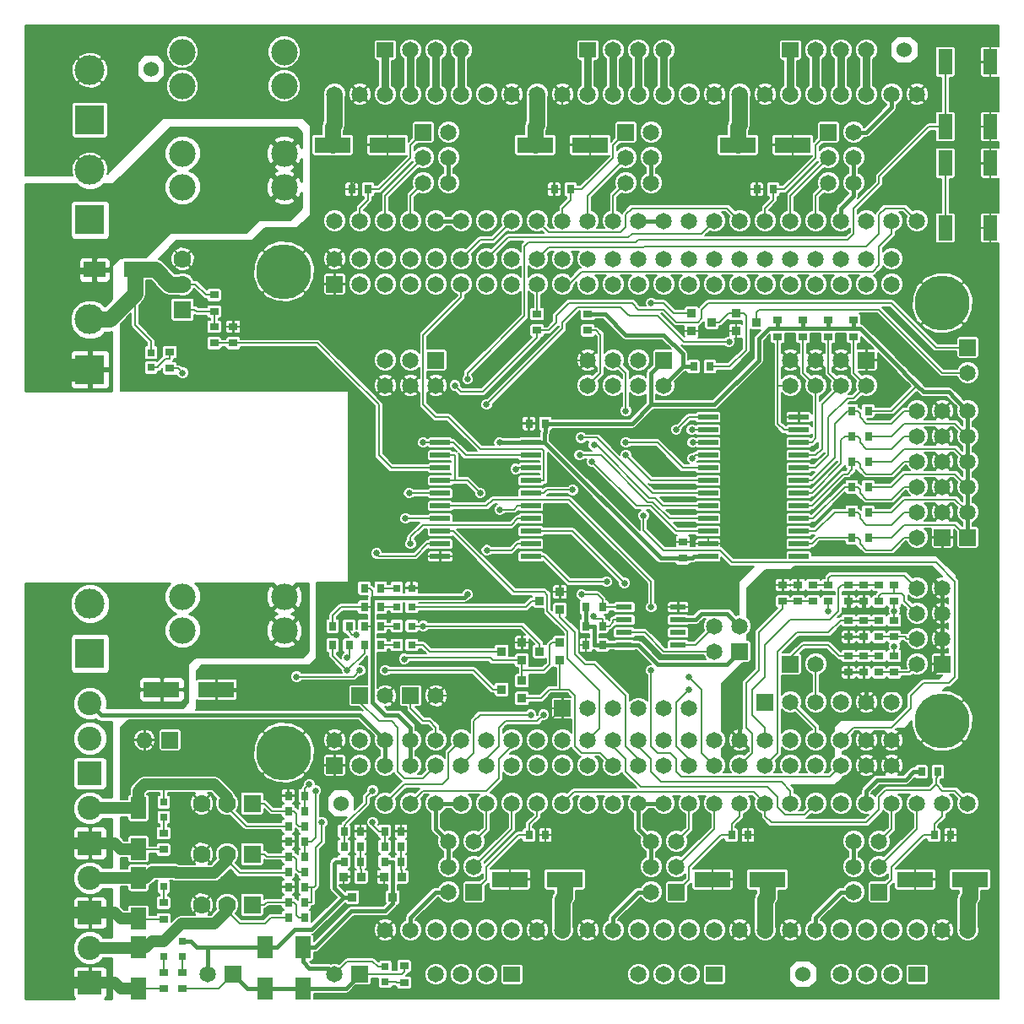
<source format=gtl>
G04 (created by PCBNEW (2013-07-07 BZR 4022)-stable) date 6/13/2014 10:53:14 AM*
%MOIN*%
G04 Gerber Fmt 3.4, Leading zero omitted, Abs format*
%FSLAX34Y34*%
G01*
G70*
G90*
G04 APERTURE LIST*
%ADD10C,0.00590551*%
%ADD11C,0.11811*%
%ADD12R,0.11811X0.11811*%
%ADD13R,0.065X0.065*%
%ADD14O,0.065X0.065*%
%ADD15C,0.104331*%
%ADD16C,0.06*%
%ADD17C,0.065*%
%ADD18R,0.1417X0.063*%
%ADD19C,0.07*%
%ADD20R,0.07X0.07*%
%ADD21R,0.065X0.06*%
%ADD22R,0.055X0.0984*%
%ADD23R,0.036X0.036*%
%ADD24C,0.0944882*%
%ADD25R,0.0944882X0.0944882*%
%ADD26C,0.216535*%
%ADD27R,0.0366142X0.0311024*%
%ADD28R,0.0311024X0.0366142*%
%ADD29R,0.0314961X0.0314961*%
%ADD30R,0.0787402X0.023622*%
%ADD31R,0.0629921X0.023622*%
%ADD32R,0.0610236X0.0866142*%
%ADD33R,0.0866142X0.0610236*%
%ADD34C,0.025*%
%ADD35C,0.05*%
%ADD36C,0.063*%
%ADD37C,0.008*%
%ADD38C,0.016*%
%ADD39C,0.09*%
%ADD40C,0.045*%
%ADD41C,0.03*%
%ADD42C,0.01*%
G04 APERTURE END LIST*
G54D10*
G54D11*
X7834Y34606D03*
G54D12*
X7834Y32637D03*
G54D13*
X11000Y18000D03*
G54D14*
X10000Y18000D03*
G54D15*
X11492Y43830D03*
X11492Y45169D03*
X15507Y43830D03*
X15507Y45169D03*
G54D16*
X10250Y44500D03*
X36000Y8750D03*
G54D13*
X18500Y19750D03*
G54D17*
X19500Y19750D03*
G54D13*
X20500Y19750D03*
G54D17*
X21500Y19750D03*
G54D13*
X35500Y21000D03*
G54D17*
X36500Y21000D03*
G54D18*
X26583Y12500D03*
X24417Y12500D03*
X10667Y20000D03*
X12833Y20000D03*
X34583Y12500D03*
X32417Y12500D03*
X33417Y41500D03*
X35583Y41500D03*
X25417Y41500D03*
X27583Y41500D03*
X17417Y41500D03*
X19583Y41500D03*
G54D19*
X11500Y36000D03*
X11500Y37000D03*
G54D20*
X11500Y35000D03*
G54D19*
X13250Y13500D03*
X12250Y13500D03*
G54D20*
X14250Y13500D03*
G54D19*
X13250Y11500D03*
X12250Y11500D03*
G54D20*
X14250Y11500D03*
G54D19*
X13250Y15500D03*
X12250Y15500D03*
G54D20*
X14250Y15500D03*
G54D21*
X19500Y45250D03*
G54D17*
X20500Y45250D03*
X21500Y45250D03*
X22500Y45250D03*
G54D21*
X27500Y45250D03*
G54D17*
X28500Y45250D03*
X29500Y45250D03*
X30500Y45250D03*
G54D21*
X35500Y45250D03*
G54D17*
X36500Y45250D03*
X37500Y45250D03*
X38500Y45250D03*
G54D21*
X40500Y8750D03*
G54D17*
X39500Y8750D03*
X38500Y8750D03*
X37500Y8750D03*
G54D22*
X41614Y40779D03*
X43386Y40779D03*
X41614Y38220D03*
X43386Y38220D03*
G54D21*
X32500Y8750D03*
G54D17*
X31500Y8750D03*
X30500Y8750D03*
X29500Y8750D03*
G54D21*
X24500Y8750D03*
G54D17*
X23500Y8750D03*
X22500Y8750D03*
X21500Y8750D03*
G54D18*
X42583Y12500D03*
X40417Y12500D03*
G54D23*
X19450Y12600D03*
X20150Y12600D03*
X19800Y11800D03*
X17850Y12600D03*
X18550Y12600D03*
X18200Y11800D03*
G54D13*
X18500Y8750D03*
G54D17*
X17500Y8750D03*
G54D13*
X13500Y8750D03*
G54D17*
X12500Y8750D03*
G54D13*
X42500Y33500D03*
G54D17*
X42500Y32500D03*
G54D13*
X42500Y26000D03*
G54D17*
X42500Y27000D03*
X42500Y28000D03*
X42500Y29000D03*
X42500Y30000D03*
X42500Y31000D03*
G54D13*
X41500Y26000D03*
G54D17*
X40500Y26000D03*
X41500Y27000D03*
X40500Y27000D03*
X41500Y28000D03*
X40500Y28000D03*
X41500Y29000D03*
X40500Y29000D03*
X41500Y30000D03*
X40500Y30000D03*
X41500Y31000D03*
X40500Y31000D03*
G54D23*
X26400Y23850D03*
X26400Y23150D03*
X25600Y23500D03*
G54D22*
X41614Y44779D03*
X43386Y44779D03*
X41614Y42220D03*
X43386Y42220D03*
G54D23*
X24900Y20350D03*
X24900Y19650D03*
X24100Y20000D03*
X26400Y21850D03*
X26400Y21150D03*
X25600Y21500D03*
G54D13*
X26500Y19250D03*
G54D17*
X27500Y19250D03*
X28500Y19250D03*
X29500Y19250D03*
X30500Y19250D03*
X31500Y19250D03*
G54D13*
X34500Y19500D03*
G54D17*
X35500Y19500D03*
X36500Y19500D03*
X37500Y19500D03*
X38500Y19500D03*
X39500Y19500D03*
G54D23*
X33350Y34150D03*
X33350Y34850D03*
X34150Y34500D03*
X31600Y34150D03*
X31600Y34850D03*
X32400Y34500D03*
G54D13*
X17500Y17000D03*
G54D17*
X17500Y18000D03*
X18500Y17000D03*
X18500Y18000D03*
X19500Y17000D03*
X19500Y18000D03*
X20500Y17000D03*
X20500Y18000D03*
X21500Y17000D03*
X21500Y18000D03*
X22500Y17000D03*
X22500Y18000D03*
X23500Y17000D03*
X23500Y18000D03*
X24500Y17000D03*
X24500Y18000D03*
X25500Y17000D03*
X25500Y18000D03*
X26500Y17000D03*
X26500Y18000D03*
X27500Y17000D03*
X27500Y18000D03*
X28500Y17000D03*
X28500Y18000D03*
X29500Y17000D03*
X29500Y18000D03*
X30500Y17000D03*
X30500Y18000D03*
X31500Y17000D03*
X31500Y18000D03*
X32500Y17000D03*
X32500Y18000D03*
X33500Y17000D03*
X33500Y18000D03*
X34500Y17000D03*
X34500Y18000D03*
X35500Y17000D03*
X35500Y18000D03*
X36500Y17000D03*
X36500Y18000D03*
X37500Y17000D03*
X37500Y18000D03*
X38500Y17000D03*
X38500Y18000D03*
X39500Y17000D03*
X39500Y18000D03*
G54D13*
X17500Y36000D03*
G54D17*
X17500Y37000D03*
X18500Y36000D03*
X18500Y37000D03*
X19500Y36000D03*
X19500Y37000D03*
X20500Y36000D03*
X20500Y37000D03*
X21500Y36000D03*
X21500Y37000D03*
X22500Y36000D03*
X22500Y37000D03*
X23500Y36000D03*
X23500Y37000D03*
X24500Y36000D03*
X24500Y37000D03*
X25500Y36000D03*
X25500Y37000D03*
X26500Y36000D03*
X26500Y37000D03*
X27500Y36000D03*
X27500Y37000D03*
X28500Y36000D03*
X28500Y37000D03*
X29500Y36000D03*
X29500Y37000D03*
X30500Y36000D03*
X30500Y37000D03*
X31500Y36000D03*
X31500Y37000D03*
X32500Y36000D03*
X32500Y37000D03*
X33500Y36000D03*
X33500Y37000D03*
X34500Y36000D03*
X34500Y37000D03*
X35500Y36000D03*
X35500Y37000D03*
X36500Y36000D03*
X36500Y37000D03*
X37500Y36000D03*
X37500Y37000D03*
X38500Y36000D03*
X38500Y37000D03*
X39500Y36000D03*
X39500Y37000D03*
X26500Y15500D03*
X25500Y15500D03*
X24500Y15500D03*
X23500Y15500D03*
X22500Y15500D03*
X21500Y15500D03*
X20500Y15500D03*
X19500Y15500D03*
X19500Y10500D03*
X20500Y10500D03*
X21500Y10500D03*
X22500Y10500D03*
X23500Y10500D03*
X24500Y10500D03*
X25500Y10500D03*
X26500Y10500D03*
X34500Y15500D03*
X33500Y15500D03*
X32500Y15500D03*
X31500Y15500D03*
X30500Y15500D03*
X29500Y15500D03*
X28500Y15500D03*
X27500Y15500D03*
X27500Y10500D03*
X28500Y10500D03*
X29500Y10500D03*
X30500Y10500D03*
X31500Y10500D03*
X32500Y10500D03*
X33500Y10500D03*
X34500Y10500D03*
X42500Y15500D03*
X41500Y15500D03*
X40500Y15500D03*
X39500Y15500D03*
X38500Y15500D03*
X37500Y15500D03*
X36500Y15500D03*
X35500Y15500D03*
X35500Y10500D03*
X36500Y10500D03*
X37500Y10500D03*
X38500Y10500D03*
X39500Y10500D03*
X40500Y10500D03*
X41500Y10500D03*
X42500Y10500D03*
X33500Y38500D03*
X34500Y38500D03*
X35500Y38500D03*
X36500Y38500D03*
X37500Y38500D03*
X38500Y38500D03*
X39500Y38500D03*
X40500Y38500D03*
X40500Y43500D03*
X39500Y43500D03*
X38500Y43500D03*
X37500Y43500D03*
X36500Y43500D03*
X35500Y43500D03*
X34500Y43500D03*
X33500Y43500D03*
X25500Y38500D03*
X26500Y38500D03*
X27500Y38500D03*
X28500Y38500D03*
X29500Y38500D03*
X30500Y38500D03*
X31500Y38500D03*
X32500Y38500D03*
X32500Y43500D03*
X31500Y43500D03*
X30500Y43500D03*
X29500Y43500D03*
X28500Y43500D03*
X27500Y43500D03*
X26500Y43500D03*
X25500Y43500D03*
X17500Y38500D03*
X18500Y38500D03*
X19500Y38500D03*
X20500Y38500D03*
X21500Y38500D03*
X22500Y38500D03*
X23500Y38500D03*
X24500Y38500D03*
X24500Y43500D03*
X23500Y43500D03*
X22500Y43500D03*
X21500Y43500D03*
X20500Y43500D03*
X19500Y43500D03*
X18500Y43500D03*
X17500Y43500D03*
G54D11*
X7834Y23385D03*
G54D12*
X7834Y21417D03*
G54D11*
X7834Y44448D03*
G54D12*
X7834Y42480D03*
G54D11*
X7834Y40511D03*
G54D12*
X7834Y38543D03*
G54D24*
X7834Y15314D03*
G54D25*
X7834Y13937D03*
G54D24*
X7834Y9803D03*
G54D25*
X7834Y8425D03*
G54D24*
X7834Y12559D03*
G54D25*
X7834Y11181D03*
G54D24*
X7834Y18070D03*
G54D25*
X7834Y16692D03*
G54D24*
X7834Y19448D03*
G54D26*
X41500Y18750D03*
X15500Y17500D03*
X15500Y36500D03*
X41500Y35250D03*
G54D27*
X13500Y33677D03*
X13500Y34322D03*
X25500Y34177D03*
X25500Y34822D03*
G54D28*
X40677Y16750D03*
X41322Y16750D03*
G54D27*
X27500Y34822D03*
X27500Y34177D03*
G54D28*
X16322Y12200D03*
X15677Y12200D03*
X16322Y14000D03*
X15677Y14000D03*
X16322Y15800D03*
X15677Y15800D03*
X17877Y14400D03*
X18522Y14400D03*
X19477Y14400D03*
X20122Y14400D03*
X17427Y22500D03*
X18072Y22500D03*
X38572Y26000D03*
X37927Y26000D03*
X38572Y27000D03*
X37927Y27000D03*
X38572Y28000D03*
X37927Y28000D03*
X38572Y29000D03*
X37927Y29000D03*
X38572Y30000D03*
X37927Y30000D03*
X38572Y31000D03*
X37927Y31000D03*
G54D27*
X38000Y34572D03*
X38000Y33927D03*
X37000Y34572D03*
X37000Y33927D03*
X36000Y34572D03*
X36000Y33927D03*
X35000Y34572D03*
X35000Y33927D03*
G54D28*
X31677Y32750D03*
X32322Y32750D03*
X18677Y22500D03*
X19322Y22500D03*
X18677Y24000D03*
X19322Y24000D03*
X20122Y13800D03*
X19477Y13800D03*
X18522Y13800D03*
X17877Y13800D03*
X15677Y13400D03*
X16322Y13400D03*
X15677Y15200D03*
X16322Y15200D03*
X15677Y11600D03*
X16322Y11600D03*
G54D27*
X12750Y34322D03*
X12750Y33677D03*
X11500Y8177D03*
X11500Y8822D03*
X20250Y9072D03*
X20250Y8427D03*
G54D28*
X18677Y21750D03*
X19322Y21750D03*
G54D27*
X39000Y24122D03*
X39000Y23477D03*
X36400Y23477D03*
X36400Y24122D03*
X39000Y22722D03*
X39000Y22077D03*
X39000Y21322D03*
X39000Y20677D03*
X39600Y21322D03*
X39600Y20677D03*
X10750Y13677D03*
X10750Y14322D03*
G54D28*
X17427Y21750D03*
X18072Y21750D03*
G54D27*
X11000Y32677D03*
X11000Y33322D03*
X10750Y10927D03*
X10750Y11572D03*
X10750Y8177D03*
X10750Y8822D03*
X37000Y23477D03*
X37000Y24122D03*
X39600Y23477D03*
X39600Y24122D03*
X39600Y22722D03*
X39600Y22077D03*
G54D28*
X18677Y23250D03*
X19322Y23250D03*
X34822Y39750D03*
X34177Y39750D03*
X18822Y39750D03*
X18177Y39750D03*
X26822Y39750D03*
X26177Y39750D03*
X41177Y14250D03*
X41822Y14250D03*
X33177Y14250D03*
X33822Y14250D03*
X25177Y14250D03*
X25822Y14250D03*
X27427Y22500D03*
X28072Y22500D03*
X27427Y23250D03*
X28072Y23250D03*
G54D29*
X20545Y22500D03*
X19954Y22500D03*
X20545Y24000D03*
X19954Y24000D03*
X20545Y21750D03*
X19954Y21750D03*
X11500Y10045D03*
X11500Y9454D03*
X19500Y9045D03*
X19500Y8454D03*
X10250Y33295D03*
X10250Y32704D03*
X10750Y10045D03*
X10750Y9454D03*
X10750Y15545D03*
X10750Y14954D03*
X10750Y12795D03*
X10750Y12204D03*
X20545Y23250D03*
X19954Y23250D03*
G54D27*
X31250Y25177D03*
X31250Y25822D03*
X38400Y21322D03*
X38400Y20677D03*
X38400Y22722D03*
X38400Y22077D03*
X35800Y23477D03*
X35800Y24122D03*
X38400Y24122D03*
X38400Y23477D03*
G54D28*
X25822Y30500D03*
X25177Y30500D03*
X28072Y21750D03*
X27427Y21750D03*
G54D27*
X35200Y23477D03*
X35200Y24122D03*
X37800Y22722D03*
X37800Y22077D03*
X37800Y24122D03*
X37800Y23477D03*
X37800Y21322D03*
X37800Y20677D03*
G54D30*
X21669Y29750D03*
X21669Y29250D03*
X21669Y28750D03*
X21669Y28250D03*
X21669Y27750D03*
X21669Y27250D03*
X21669Y26750D03*
X21669Y26250D03*
X21669Y25750D03*
X21669Y25250D03*
X25250Y25250D03*
X25250Y25750D03*
X25250Y26250D03*
X25250Y26750D03*
X25250Y27250D03*
X25250Y27750D03*
X25250Y28250D03*
X25250Y28750D03*
X25250Y29250D03*
X25250Y29750D03*
X35830Y25250D03*
X35830Y25750D03*
X35830Y26250D03*
X35830Y26750D03*
X35830Y27250D03*
X35830Y27750D03*
X35830Y28250D03*
X35830Y28750D03*
X35830Y29250D03*
X35830Y29750D03*
X35830Y30250D03*
X35830Y30750D03*
X32250Y30750D03*
X32250Y30250D03*
X32250Y29750D03*
X32250Y29250D03*
X32250Y28750D03*
X32250Y28250D03*
X32250Y27750D03*
X32250Y27250D03*
X32250Y26750D03*
X32250Y26250D03*
X32250Y25750D03*
X32250Y25250D03*
G54D31*
X31062Y21750D03*
X31062Y22250D03*
X31062Y22750D03*
X31062Y23250D03*
X28937Y23250D03*
X28937Y22750D03*
X28937Y22250D03*
X28937Y21750D03*
G54D13*
X38500Y33000D03*
G54D17*
X38500Y32000D03*
X37500Y33000D03*
X37500Y32000D03*
X36500Y33000D03*
X36500Y32000D03*
X35500Y33000D03*
X35500Y32000D03*
G54D13*
X30500Y33000D03*
G54D17*
X30500Y32000D03*
X29500Y33000D03*
X29500Y32000D03*
X28500Y33000D03*
X28500Y32000D03*
X27500Y33000D03*
X27500Y32000D03*
G54D13*
X41500Y21000D03*
G54D17*
X40500Y21000D03*
X41500Y22000D03*
X40500Y22000D03*
X41500Y23000D03*
X40500Y23000D03*
X41500Y24000D03*
X40500Y24000D03*
G54D13*
X31000Y12000D03*
G54D17*
X30000Y12000D03*
X31000Y13000D03*
X30000Y13000D03*
X31000Y14000D03*
X30000Y14000D03*
G54D13*
X39000Y12000D03*
G54D17*
X38000Y12000D03*
X39000Y13000D03*
X38000Y13000D03*
X39000Y14000D03*
X38000Y14000D03*
G54D13*
X23000Y12000D03*
G54D17*
X22000Y12000D03*
X23000Y13000D03*
X22000Y13000D03*
X23000Y14000D03*
X22000Y14000D03*
G54D13*
X37000Y42000D03*
G54D17*
X38000Y42000D03*
X37000Y41000D03*
X38000Y41000D03*
X37000Y40000D03*
X38000Y40000D03*
G54D13*
X29000Y42000D03*
G54D17*
X30000Y42000D03*
X29000Y41000D03*
X30000Y41000D03*
X29000Y40000D03*
X30000Y40000D03*
G54D13*
X21000Y42000D03*
G54D17*
X22000Y42000D03*
X21000Y41000D03*
X22000Y41000D03*
X21000Y40000D03*
X22000Y40000D03*
G54D13*
X21500Y33000D03*
G54D17*
X21500Y32000D03*
X20500Y33000D03*
X20500Y32000D03*
X19500Y33000D03*
X19500Y32000D03*
G54D13*
X33500Y21500D03*
G54D17*
X32500Y21500D03*
X33500Y22500D03*
X32500Y22500D03*
G54D15*
X11492Y22330D03*
X11492Y23669D03*
X15507Y22330D03*
X15507Y23669D03*
X11492Y39830D03*
X11492Y41169D03*
X15507Y39830D03*
X15507Y41169D03*
G54D28*
X15677Y11000D03*
X16322Y11000D03*
X15677Y12800D03*
X16322Y12800D03*
X15677Y14600D03*
X16322Y14600D03*
G54D27*
X12750Y35572D03*
X12750Y34927D03*
G54D28*
X19477Y13200D03*
X20122Y13200D03*
X17877Y13200D03*
X18522Y13200D03*
G54D16*
X17750Y15500D03*
X40000Y45250D03*
G54D23*
X24900Y21850D03*
X24900Y21150D03*
X24100Y21500D03*
G54D32*
X14750Y8192D03*
X14750Y9807D03*
X16250Y8192D03*
X16250Y9807D03*
X9750Y13692D03*
X9750Y15307D03*
X9750Y10942D03*
X9750Y12557D03*
G54D33*
X8011Y36574D03*
X9625Y36574D03*
G54D32*
X9750Y8192D03*
X9750Y9807D03*
G54D34*
X18350Y22150D03*
X21000Y29750D03*
X21000Y22500D03*
X16000Y20500D03*
X18500Y20750D03*
X19500Y20750D03*
X11500Y32500D03*
X34400Y23900D03*
X34400Y23100D03*
X37800Y23100D03*
X37800Y20300D03*
X37800Y21700D03*
X38400Y21700D03*
X38400Y23100D03*
X38400Y20300D03*
X39600Y23100D03*
X39600Y21700D03*
X37000Y23100D03*
X23250Y27750D03*
X18000Y20750D03*
X18750Y11750D03*
X19250Y11750D03*
X33250Y25500D03*
X27500Y21250D03*
X30500Y26000D03*
X26500Y32500D03*
X23000Y21750D03*
G54D35*
X14000Y20000D03*
G54D34*
X33500Y33500D03*
X36000Y31250D03*
X27017Y22608D03*
X24650Y28700D03*
X26896Y27874D03*
X30000Y35250D03*
X24020Y27098D03*
X17000Y14750D03*
X20447Y27750D03*
X28945Y24202D03*
X16750Y16000D03*
X20297Y26750D03*
X28250Y24250D03*
X16500Y16250D03*
X19160Y25371D03*
X30000Y23250D03*
X30000Y20750D03*
X19000Y14750D03*
X20500Y25750D03*
X19000Y16000D03*
X23513Y25494D03*
X31500Y20000D03*
X31624Y29116D03*
X31605Y30250D03*
X22250Y32000D03*
X18000Y21250D03*
X20250Y21200D03*
X22750Y32250D03*
X23500Y31250D03*
X33079Y33722D03*
X31500Y20500D03*
X31639Y29750D03*
X27719Y22875D03*
X29000Y31000D03*
X27250Y23750D03*
X30988Y30256D03*
X29699Y26859D03*
X22750Y23750D03*
X24012Y29750D03*
X27171Y29254D03*
X27668Y28993D03*
X27235Y29939D03*
X27742Y29647D03*
X25250Y19000D03*
X29000Y29750D03*
X25750Y19000D03*
X29000Y29250D03*
G54D36*
X17500Y42293D02*
X17500Y43500D01*
X17417Y42210D02*
X17500Y42293D01*
X17417Y41500D02*
X17417Y42210D01*
X42583Y12500D02*
X42583Y12144D01*
X42500Y11707D02*
X42500Y10500D01*
X42583Y11789D02*
X42500Y11707D01*
X42583Y12144D02*
X42583Y11789D01*
X42582Y12144D02*
X42582Y12500D01*
X42583Y12144D02*
X42582Y12144D01*
X26583Y12500D02*
X26583Y12144D01*
X26500Y11707D02*
X26500Y10500D01*
X26583Y11789D02*
X26500Y11707D01*
X26583Y12144D02*
X26583Y11789D01*
X26582Y12144D02*
X26582Y12500D01*
X26583Y12144D02*
X26582Y12144D01*
X25416Y42210D02*
X25416Y41855D01*
X25500Y42293D02*
X25416Y42210D01*
X25500Y43500D02*
X25500Y42293D01*
X25416Y41855D02*
X25416Y41500D01*
X25417Y41855D02*
X25417Y41500D01*
X25416Y41855D02*
X25417Y41855D01*
X33416Y41500D02*
X33416Y41855D01*
X33500Y42293D02*
X33500Y43500D01*
X33416Y42210D02*
X33500Y42293D01*
X33416Y41855D02*
X33416Y42210D01*
X33417Y41855D02*
X33417Y41500D01*
X33416Y41855D02*
X33417Y41855D01*
X34583Y12500D02*
X34583Y12144D01*
X34500Y11707D02*
X34500Y10500D01*
X34583Y11789D02*
X34500Y11707D01*
X34583Y12144D02*
X34583Y11789D01*
X34582Y12144D02*
X34582Y12500D01*
X34583Y12144D02*
X34582Y12144D01*
G54D37*
X18072Y22500D02*
X18072Y22277D01*
X18200Y22150D02*
X18350Y22150D01*
X18072Y22277D02*
X18200Y22150D01*
X21000Y29750D02*
X21669Y29750D01*
X20545Y22500D02*
X21000Y22500D01*
X21669Y29750D02*
X22183Y29750D01*
X23090Y29250D02*
X22683Y29250D01*
X22683Y29250D02*
X22183Y29750D01*
X25250Y29250D02*
X24736Y29250D01*
X24900Y22500D02*
X21000Y22500D01*
X25600Y21800D02*
X24900Y22500D01*
X25600Y21500D02*
X25600Y21800D01*
X24736Y29250D02*
X23090Y29250D01*
X23000Y20750D02*
X23750Y20000D01*
X23750Y20000D02*
X24100Y20000D01*
X23000Y20750D02*
X20250Y20750D01*
X16000Y20500D02*
X16750Y20500D01*
X18250Y20500D02*
X16750Y20500D01*
X18500Y20750D02*
X18250Y20500D01*
X20250Y20750D02*
X19500Y20750D01*
X36500Y28750D02*
X35830Y28750D01*
X37000Y29250D02*
X36500Y28750D01*
X37000Y30750D02*
X37000Y29250D01*
X37750Y31500D02*
X37000Y30750D01*
X38000Y31500D02*
X37750Y31500D01*
X38500Y32000D02*
X38000Y31500D01*
X38000Y32500D02*
X38500Y32000D01*
X38000Y33927D02*
X38000Y32500D01*
X36000Y32500D02*
X36500Y32000D01*
X36000Y33927D02*
X36000Y32500D01*
X36500Y29905D02*
X36500Y32000D01*
X36344Y29750D02*
X36500Y29905D01*
X35830Y29750D02*
X36344Y29750D01*
X36500Y29250D02*
X35830Y29250D01*
X36750Y29500D02*
X36500Y29250D01*
X36750Y31250D02*
X36750Y29500D01*
X37500Y32000D02*
X36750Y31250D01*
X37000Y32500D02*
X37500Y32000D01*
X37000Y33927D02*
X37000Y32500D01*
X35000Y32000D02*
X35000Y33927D01*
X35000Y32000D02*
X35500Y32000D01*
X35000Y30500D02*
X35000Y32000D01*
X35250Y30250D02*
X35000Y30500D01*
X35830Y30250D02*
X35250Y30250D01*
X12927Y8177D02*
X13500Y8750D01*
X11500Y8177D02*
X12927Y8177D01*
G54D38*
X14057Y8192D02*
X13500Y8750D01*
X14750Y8192D02*
X14057Y8192D01*
G54D37*
X20150Y8750D02*
X18500Y8750D01*
X20250Y8850D02*
X20150Y8750D01*
X20250Y9072D02*
X20250Y8850D01*
G54D38*
X17942Y8192D02*
X18500Y8750D01*
X16250Y8192D02*
X17942Y8192D01*
X14750Y8192D02*
X16250Y8192D01*
G54D37*
X11322Y32677D02*
X11000Y32677D01*
X11500Y32500D02*
X11322Y32677D01*
G54D38*
X7937Y36500D02*
X8011Y36574D01*
X7250Y36500D02*
X7937Y36500D01*
X6250Y35500D02*
X7250Y36500D01*
X6250Y33250D02*
X6250Y35500D01*
X6862Y32637D02*
X6250Y33250D01*
X8011Y37011D02*
X8011Y36574D01*
X8250Y37250D02*
X8011Y37011D01*
X8750Y37250D02*
X8250Y37250D01*
X10000Y38500D02*
X8750Y37250D01*
X14177Y38500D02*
X10000Y38500D01*
X15507Y39830D02*
X14177Y38500D01*
G54D39*
X7834Y32637D02*
X6862Y32637D01*
X6862Y32637D02*
X6250Y33250D01*
G54D37*
X9625Y36574D02*
X9625Y34374D01*
X10250Y33750D02*
X10250Y33295D01*
X9625Y34374D02*
X10250Y33750D01*
X12750Y35572D02*
X12427Y35572D01*
X12000Y36000D02*
X11500Y36000D01*
X12427Y35572D02*
X12000Y36000D01*
G54D36*
X9625Y36574D02*
X10425Y36574D01*
X11000Y36000D02*
X11500Y36000D01*
X10425Y36574D02*
X11000Y36000D01*
X9625Y36574D02*
X9625Y35625D01*
X8606Y34606D02*
X9500Y35500D01*
X8606Y34606D02*
X7834Y34606D01*
X9625Y35625D02*
X9500Y35500D01*
G54D37*
X13750Y10750D02*
X13250Y11250D01*
X14750Y10750D02*
X13750Y10750D01*
X15000Y11000D02*
X14750Y10750D01*
X15677Y11000D02*
X15000Y11000D01*
X13250Y11250D02*
X13250Y11500D01*
G54D40*
X10295Y10045D02*
X10750Y10045D01*
X10057Y9807D02*
X10295Y10045D01*
X9750Y9807D02*
X10057Y9807D01*
X9746Y9803D02*
X9750Y9807D01*
X7834Y9803D02*
X9746Y9803D01*
X13250Y11500D02*
X13250Y11250D01*
X11454Y10750D02*
X10750Y10045D01*
X12750Y10750D02*
X11454Y10750D01*
X13180Y11179D02*
X12750Y10750D01*
X13250Y11250D02*
X13180Y11179D01*
G54D37*
X13750Y12750D02*
X13250Y13250D01*
X15627Y12750D02*
X13750Y12750D01*
X15677Y12800D02*
X15627Y12750D01*
X13250Y13250D02*
X13250Y13500D01*
G54D40*
X10295Y12795D02*
X10750Y12795D01*
X10057Y12557D02*
X10295Y12795D01*
X9750Y12557D02*
X10057Y12557D01*
X9748Y12559D02*
X9750Y12557D01*
X7834Y12559D02*
X9748Y12559D01*
X13250Y13500D02*
X13250Y13250D01*
X11204Y12795D02*
X10750Y12795D01*
X11250Y12750D02*
X11204Y12795D01*
X12750Y12750D02*
X11250Y12750D01*
X12930Y12929D02*
X12750Y12750D01*
X13250Y13250D02*
X12930Y12929D01*
X9742Y15314D02*
X9750Y15307D01*
X7834Y15314D02*
X9742Y15314D01*
X10000Y16250D02*
X10930Y16250D01*
X9750Y16000D02*
X10000Y16250D01*
X9750Y15307D02*
X9750Y16000D01*
G54D37*
X10750Y16070D02*
X10750Y15545D01*
X10930Y16250D02*
X10750Y16070D01*
G54D40*
X13250Y15750D02*
X13250Y15500D01*
X12750Y16250D02*
X13250Y15750D01*
X10930Y16250D02*
X12750Y16250D01*
G54D37*
X14017Y14600D02*
X15677Y14600D01*
X13250Y15367D02*
X14017Y14600D01*
G54D40*
X13250Y15500D02*
X13250Y15367D01*
X7834Y13937D02*
X7047Y13937D01*
X7834Y8425D02*
X7047Y8425D01*
X7834Y11181D02*
X7047Y11181D01*
G54D37*
X9765Y13677D02*
X9750Y13692D01*
X10750Y13677D02*
X9765Y13677D01*
X9765Y10927D02*
X9750Y10942D01*
X10750Y10927D02*
X9765Y10927D01*
X9765Y8177D02*
X9750Y8192D01*
X10750Y8177D02*
X9765Y8177D01*
G54D40*
X9057Y8192D02*
X9750Y8192D01*
X8824Y8425D02*
X9057Y8192D01*
X7834Y8425D02*
X8824Y8425D01*
X9057Y10942D02*
X9750Y10942D01*
X8818Y11181D02*
X9057Y10942D01*
X7834Y11181D02*
X8818Y11181D01*
X9057Y13692D02*
X9750Y13692D01*
X8812Y13937D02*
X9057Y13692D01*
X7834Y13937D02*
X8812Y13937D01*
G54D37*
X18750Y9250D02*
X18000Y9250D01*
X18000Y9250D02*
X17500Y8750D01*
G54D38*
X16750Y9000D02*
X17250Y9000D01*
X16750Y9000D02*
X16500Y9000D01*
X16500Y9000D02*
X16250Y9250D01*
X16250Y9250D02*
X16250Y9807D01*
X17250Y9000D02*
X17500Y8750D01*
G54D37*
X19000Y9250D02*
X18750Y9250D01*
X19204Y9045D02*
X19000Y9250D01*
X19500Y9045D02*
X19204Y9045D01*
G54D38*
X19800Y11550D02*
X19800Y11800D01*
X19500Y11250D02*
X19800Y11550D01*
X18158Y11250D02*
X19500Y11250D01*
X16715Y9807D02*
X18158Y11250D01*
X19800Y12140D02*
X19800Y11800D01*
X19792Y12147D02*
X19800Y12140D01*
X19792Y13200D02*
X19792Y12147D01*
X19477Y13200D02*
X19792Y13200D01*
X16250Y9807D02*
X16715Y9807D01*
X17498Y12161D02*
X17859Y11800D01*
X17877Y13200D02*
X17561Y13200D01*
X17561Y13200D02*
X17498Y13137D01*
X17498Y13137D02*
X17498Y12161D01*
X12500Y9807D02*
X12500Y8750D01*
X11817Y10045D02*
X11500Y10045D01*
X12055Y9807D02*
X11817Y10045D01*
X12500Y9807D02*
X12055Y9807D01*
X12500Y9807D02*
X14750Y9807D01*
X16588Y10528D02*
X17859Y11800D01*
X15936Y10528D02*
X16588Y10528D01*
X15215Y9807D02*
X15936Y10528D01*
X14750Y9807D02*
X15215Y9807D01*
X18200Y11800D02*
X17859Y11800D01*
G54D41*
X21500Y43500D02*
X21500Y45250D01*
X22500Y43500D02*
X22500Y45250D01*
X20500Y43500D02*
X20500Y45250D01*
X19500Y43500D02*
X19500Y45250D01*
X29500Y43500D02*
X29500Y45250D01*
X30500Y43500D02*
X30500Y45250D01*
X28500Y43500D02*
X28500Y45250D01*
X27500Y43500D02*
X27500Y45250D01*
X37500Y43500D02*
X37500Y45250D01*
X38500Y43500D02*
X38500Y45250D01*
X36500Y43500D02*
X36500Y45250D01*
X35500Y43500D02*
X35500Y45250D01*
G54D38*
X34400Y24150D02*
X34400Y23900D01*
X34625Y24375D02*
X34400Y24150D01*
X34000Y22700D02*
X34400Y23100D01*
X34000Y22700D02*
X34000Y21750D01*
X34400Y24150D02*
X34400Y23100D01*
X33500Y19250D02*
X33500Y20500D01*
X34750Y24500D02*
X35200Y24500D01*
X34625Y24375D02*
X34750Y24500D01*
X34000Y21000D02*
X34000Y21750D01*
X33500Y20500D02*
X34000Y21000D01*
X41500Y22000D02*
X41500Y21000D01*
X41500Y23000D02*
X41500Y22000D01*
X41000Y20500D02*
X41500Y21000D01*
X40500Y20500D02*
X41000Y20500D01*
X40000Y20000D02*
X40500Y20500D01*
X38500Y20000D02*
X40000Y20000D01*
X37800Y21700D02*
X38400Y21700D01*
G54D37*
X38400Y21700D02*
X38400Y22077D01*
X37800Y22077D02*
X37800Y21700D01*
G54D38*
X37800Y23100D02*
X38400Y23100D01*
X37800Y23100D02*
X37800Y23477D01*
X38400Y23477D02*
X38400Y23100D01*
G54D37*
X38400Y20677D02*
X38400Y20300D01*
X37800Y20677D02*
X37800Y20300D01*
G54D38*
X38400Y20300D02*
X37800Y20300D01*
G54D37*
X35800Y24122D02*
X35800Y24500D01*
X35200Y24122D02*
X35200Y24500D01*
G54D38*
X35800Y24500D02*
X35200Y24500D01*
X41500Y23000D02*
X41500Y24000D01*
X36050Y24750D02*
X35800Y24500D01*
X40750Y24750D02*
X36050Y24750D01*
X41500Y24000D02*
X40750Y24750D01*
X38500Y19500D02*
X38500Y20000D01*
X38500Y19500D02*
X38500Y20000D01*
X38500Y20200D02*
X38400Y20300D01*
X38500Y20000D02*
X38500Y20200D01*
X33500Y18000D02*
X33500Y19250D01*
X33500Y19250D02*
X33500Y20500D01*
G54D37*
X39600Y23477D02*
X39600Y23100D01*
X39600Y22722D02*
X39600Y23100D01*
X39600Y21322D02*
X39600Y21700D01*
X37000Y23100D02*
X37000Y23477D01*
X36500Y18500D02*
X35500Y19500D01*
X36500Y18000D02*
X36500Y18500D01*
X36500Y19500D02*
X36500Y21000D01*
X21669Y28250D02*
X22750Y28250D01*
X22750Y28250D02*
X23250Y27750D01*
X22250Y28250D02*
X22250Y29250D01*
X22250Y29250D02*
X21669Y29250D01*
X21669Y28250D02*
X22143Y28250D01*
X22143Y28250D02*
X22183Y28250D01*
X22183Y28250D02*
X22250Y28250D01*
G54D38*
X30000Y40000D02*
X30000Y41000D01*
X22000Y12000D02*
X21500Y12000D01*
X20500Y11000D02*
X20500Y10500D01*
X21500Y12000D02*
X20500Y11000D01*
X28500Y10500D02*
X28500Y11000D01*
X29500Y12000D02*
X28500Y11000D01*
X29500Y12000D02*
X30000Y12000D01*
X38000Y12000D02*
X37500Y12000D01*
X36500Y11000D02*
X36500Y10500D01*
X37500Y12000D02*
X36500Y11000D01*
X22000Y14000D02*
X22000Y13000D01*
X29500Y15500D02*
X30500Y15500D01*
X29500Y15500D02*
X29500Y14500D01*
X29500Y14500D02*
X30000Y14000D01*
X21500Y15500D02*
X21500Y14500D01*
X21500Y14500D02*
X22000Y14000D01*
X21500Y15500D02*
X22500Y15500D01*
X31062Y22750D02*
X31750Y22750D01*
X33000Y23000D02*
X33500Y22500D01*
X32000Y23000D02*
X33000Y23000D01*
X31750Y22750D02*
X32000Y23000D01*
X28937Y21750D02*
X29500Y21750D01*
X33000Y21000D02*
X33500Y21500D01*
X30250Y21000D02*
X33000Y21000D01*
X29500Y21750D02*
X30250Y21000D01*
X37500Y38500D02*
X37500Y39000D01*
X38000Y39500D02*
X38000Y40000D01*
X37500Y39000D02*
X38000Y39500D01*
X27500Y34822D02*
X28177Y34822D01*
X31250Y33250D02*
X31250Y32750D01*
X30500Y34000D02*
X31250Y33250D01*
X29000Y34000D02*
X30500Y34000D01*
X28177Y34822D02*
X29000Y34000D01*
X30500Y32000D02*
X31250Y32750D01*
X31250Y32750D02*
X31677Y32750D01*
G54D37*
X18677Y21427D02*
X18677Y21750D01*
X18000Y20750D02*
X18677Y21427D01*
X17427Y21322D02*
X17427Y21750D01*
X18000Y20750D02*
X17427Y21322D01*
G54D38*
X38500Y42000D02*
X38000Y42000D01*
X39500Y43000D02*
X38500Y42000D01*
X39500Y43500D02*
X39500Y43000D01*
X38000Y40000D02*
X38000Y41000D01*
X22000Y41000D02*
X22000Y40000D01*
X38000Y14000D02*
X38000Y13000D01*
X30000Y14000D02*
X30000Y13000D01*
X38500Y16000D02*
X38500Y15500D01*
X38934Y16434D02*
X38500Y16000D01*
X40046Y16434D02*
X38934Y16434D01*
X40361Y16750D02*
X40046Y16434D01*
X40677Y16750D02*
X40361Y16750D01*
X22500Y38500D02*
X21500Y38500D01*
X30500Y38500D02*
X29500Y38500D01*
X28937Y21750D02*
X28072Y21750D01*
X27757Y22485D02*
X27742Y22500D01*
X27757Y21750D02*
X27757Y22485D01*
X27490Y22500D02*
X27742Y22500D01*
X27490Y22500D02*
X27434Y22500D01*
X27427Y22500D02*
X27434Y22500D01*
X27434Y22899D02*
X27427Y22906D01*
X27434Y22500D02*
X27434Y22899D01*
X27427Y23250D02*
X27427Y22906D01*
X28072Y21750D02*
X27757Y21750D01*
G54D37*
X19000Y12000D02*
X18750Y11750D01*
X19000Y12250D02*
X19000Y12000D01*
X19000Y12000D02*
X19250Y11750D01*
X18522Y14400D02*
X18522Y14772D01*
X20122Y14877D02*
X20000Y15000D01*
X20000Y15000D02*
X18750Y15000D01*
X20122Y14877D02*
X20122Y14400D01*
X18522Y14772D02*
X18750Y15000D01*
X12979Y36229D02*
X12638Y36570D01*
X14055Y35153D02*
X12979Y36229D01*
X12638Y36570D02*
X11929Y36570D01*
X11929Y36570D02*
X11500Y37000D01*
X15500Y17500D02*
X16500Y18500D01*
X17000Y18500D02*
X17500Y18000D01*
X16500Y18500D02*
X17000Y18500D01*
X15500Y17500D02*
X14331Y16331D01*
X43000Y16000D02*
X43000Y17250D01*
X43000Y16000D02*
X43000Y15000D01*
X43000Y15000D02*
X42250Y14250D01*
X42250Y14250D02*
X41960Y14250D01*
X43000Y17250D02*
X41500Y18750D01*
X39500Y17000D02*
X39750Y17250D01*
X39750Y17750D02*
X39500Y18000D01*
X39750Y17250D02*
X39750Y17750D01*
X38500Y17000D02*
X38750Y17250D01*
X39250Y17250D02*
X39500Y17000D01*
X38750Y17250D02*
X39250Y17250D01*
X39500Y18000D02*
X39250Y18250D01*
X39250Y18250D02*
X38750Y18250D01*
X38750Y18250D02*
X38500Y18000D01*
X39500Y18000D02*
X39750Y18250D01*
X39750Y18250D02*
X40000Y18250D01*
X40000Y18250D02*
X40500Y17750D01*
X40500Y17750D02*
X41500Y18750D01*
X34750Y25500D02*
X33250Y25500D01*
X33000Y25750D02*
X32250Y25750D01*
X33000Y25750D02*
X33250Y25500D01*
X38044Y25500D02*
X38216Y25328D01*
X34750Y25500D02*
X38044Y25500D01*
X40250Y25328D02*
X41328Y25328D01*
X38216Y25328D02*
X40250Y25328D01*
X41328Y25328D02*
X41500Y25500D01*
X41500Y25500D02*
X41500Y26000D01*
X19450Y12600D02*
X19100Y12600D01*
X19100Y12600D02*
X19000Y12500D01*
X19000Y12500D02*
X19000Y12250D01*
X19000Y12250D02*
X18300Y12250D01*
X18300Y12250D02*
X18200Y12350D01*
X18200Y12350D02*
X18200Y12649D01*
X18200Y12649D02*
X18200Y14300D01*
X18200Y12649D02*
X18150Y12600D01*
X17850Y12600D02*
X18150Y12600D01*
X18200Y14300D02*
X18300Y14400D01*
X18300Y14400D02*
X18522Y14400D01*
X24900Y21850D02*
X23100Y21850D01*
X23100Y21850D02*
X23000Y21750D01*
X21500Y19750D02*
X23500Y19750D01*
X24000Y19250D02*
X26500Y19250D01*
X23500Y19750D02*
X24000Y19250D01*
X27427Y21750D02*
X27427Y21322D01*
X27427Y21322D02*
X27500Y21250D01*
X31250Y25822D02*
X30677Y25822D01*
X30677Y25822D02*
X30500Y26000D01*
X27500Y33000D02*
X27000Y33000D01*
X27000Y33000D02*
X26500Y32500D01*
X25177Y30500D02*
X25177Y31177D01*
X25177Y31177D02*
X27000Y33000D01*
X31600Y34150D02*
X33350Y34150D01*
X21500Y32000D02*
X23000Y30500D01*
X23000Y30500D02*
X25177Y30500D01*
X20000Y24418D02*
X18418Y24418D01*
X17000Y23500D02*
X17500Y24000D01*
X17500Y24000D02*
X18000Y24000D01*
X18000Y24000D02*
X18250Y24250D01*
X14500Y20000D02*
X14000Y20000D01*
X16500Y20750D02*
X17000Y21250D01*
X15250Y20750D02*
X16500Y20750D01*
X14500Y20000D02*
X15250Y20750D01*
X17000Y21250D02*
X17000Y23500D01*
X18418Y24418D02*
X18250Y24250D01*
X25822Y14250D02*
X25822Y14822D01*
X26000Y18750D02*
X26000Y15000D01*
X26500Y19250D02*
X26000Y18750D01*
X25822Y14822D02*
X26000Y15000D01*
X33350Y34150D02*
X33350Y33650D01*
X33350Y33650D02*
X33500Y33500D01*
X34000Y44000D02*
X34500Y43500D01*
X33000Y44000D02*
X34000Y44000D01*
X32500Y43500D02*
X33000Y44000D01*
X27000Y10000D02*
X27500Y10500D01*
X26000Y10000D02*
X27000Y10000D01*
X25500Y10500D02*
X26000Y10000D01*
X25000Y44000D02*
X24500Y43500D01*
X26000Y44000D02*
X25000Y44000D01*
X26500Y43500D02*
X26000Y44000D01*
X16500Y37500D02*
X17000Y37500D01*
X15500Y36500D02*
X16500Y37500D01*
X34000Y10000D02*
X33500Y10500D01*
X35000Y10000D02*
X34000Y10000D01*
X35500Y10500D02*
X35000Y10000D01*
X41960Y14250D02*
X41822Y14250D01*
X37500Y12500D02*
X35500Y10500D01*
X38250Y12500D02*
X37500Y12500D01*
X38500Y12250D02*
X38250Y12500D01*
X38500Y11500D02*
X38500Y12250D01*
X39950Y11500D02*
X38500Y11500D01*
X40000Y11549D02*
X39950Y11500D01*
X40416Y11549D02*
X40000Y11549D01*
X38750Y43000D02*
X35000Y43000D01*
X39000Y43250D02*
X38750Y43000D01*
X39000Y43750D02*
X39000Y43250D01*
X39250Y44000D02*
X39000Y43750D01*
X40000Y44000D02*
X39250Y44000D01*
X40500Y43500D02*
X40000Y44000D01*
X35000Y43000D02*
X34500Y43500D01*
G54D38*
X12832Y20000D02*
X14000Y20000D01*
G54D37*
X35830Y31080D02*
X36000Y31250D01*
X35830Y30750D02*
X35830Y31080D01*
X12950Y12200D02*
X12250Y11500D01*
X15677Y12200D02*
X12950Y12200D01*
X40450Y11549D02*
X40416Y11549D01*
X41500Y10500D02*
X40450Y11549D01*
X13500Y34598D02*
X14055Y35153D01*
X13500Y34322D02*
X13500Y34598D01*
X14153Y35153D02*
X14055Y35153D01*
X15500Y36500D02*
X14153Y35153D01*
X17500Y34000D02*
X17500Y36000D01*
X19500Y32000D02*
X17500Y34000D01*
X32146Y11603D02*
X32271Y11728D01*
X32042Y11500D02*
X32146Y11603D01*
X30500Y11500D02*
X32042Y11500D01*
X30500Y12250D02*
X30500Y11500D01*
X30250Y12500D02*
X30500Y12250D01*
X29500Y12500D02*
X30250Y12500D01*
X27500Y10500D02*
X29500Y12500D01*
X32271Y11728D02*
X33500Y10500D01*
X26500Y43018D02*
X26500Y43500D01*
X27583Y41935D02*
X26500Y43018D01*
X28648Y43000D02*
X27583Y41935D01*
X30750Y43000D02*
X28648Y43000D01*
X31000Y43250D02*
X30750Y43000D01*
X31000Y43750D02*
X31000Y43250D01*
X31250Y44000D02*
X31000Y43750D01*
X32000Y44000D02*
X31250Y44000D01*
X32500Y43500D02*
X32000Y44000D01*
X24472Y11527D02*
X24416Y11527D01*
X25500Y10500D02*
X24472Y11527D01*
X41822Y14250D02*
X41960Y14250D01*
X12750Y14000D02*
X15677Y14000D01*
X12250Y13500D02*
X12750Y14000D01*
X21545Y12545D02*
X19500Y10500D01*
X21555Y12536D02*
X21545Y12545D01*
X21602Y12536D02*
X21555Y12536D01*
X21638Y12500D02*
X21602Y12536D01*
X22250Y12500D02*
X21638Y12500D01*
X22500Y12250D02*
X22250Y12500D01*
X22500Y11500D02*
X22500Y12250D01*
X24222Y11500D02*
X22500Y11500D01*
X24250Y11527D02*
X24222Y11500D01*
X24416Y11527D02*
X24250Y11527D01*
X20976Y13114D02*
X21545Y12545D01*
X20122Y14400D02*
X20398Y14400D01*
X20398Y14400D02*
X20398Y14124D01*
X20398Y14124D02*
X20976Y13546D01*
X20976Y13546D02*
X20976Y13114D01*
X17500Y37000D02*
X17000Y37500D01*
X19582Y41500D02*
X19582Y42500D01*
X19582Y42500D02*
X19750Y42500D01*
X19500Y42500D02*
X18500Y43500D01*
X19582Y42500D02*
X19500Y42500D01*
X22250Y42500D02*
X19750Y42500D01*
X23000Y43250D02*
X22250Y42500D01*
X23000Y43750D02*
X23000Y43250D01*
X23250Y44000D02*
X23000Y43750D01*
X24000Y44000D02*
X23250Y44000D01*
X24500Y43500D02*
X24000Y44000D01*
X19750Y42500D02*
X19582Y42500D01*
X27583Y41500D02*
X27582Y41500D01*
X27583Y41064D02*
X27583Y41500D01*
X26452Y39934D02*
X27583Y41064D01*
X26452Y39750D02*
X26452Y39934D01*
X26177Y39750D02*
X26452Y39750D01*
X27583Y41500D02*
X27583Y41935D01*
X40416Y11549D02*
X40416Y12242D01*
X40645Y12935D02*
X41960Y14250D01*
X40416Y12935D02*
X40645Y12935D01*
X40416Y12242D02*
X40416Y12935D01*
X40417Y12242D02*
X40417Y12500D01*
X40416Y12242D02*
X40417Y12242D01*
X17901Y39750D02*
X18039Y39750D01*
X17450Y39299D02*
X17901Y39750D01*
X17000Y38848D02*
X17450Y39299D01*
X17000Y37500D02*
X17000Y38848D01*
X18039Y39750D02*
X18177Y39750D01*
X19354Y41064D02*
X19582Y41064D01*
X18039Y39750D02*
X19354Y41064D01*
X19582Y41500D02*
X19582Y41064D01*
X14863Y15800D02*
X15677Y15800D01*
X14331Y16331D02*
X14863Y15800D01*
X13924Y16738D02*
X14331Y16331D01*
X10000Y18000D02*
X10210Y18000D01*
X10210Y18000D02*
X10210Y17861D01*
X10210Y17861D02*
X11332Y16738D01*
X11332Y16738D02*
X13924Y16738D01*
X31250Y25822D02*
X31553Y25822D01*
X31626Y25750D02*
X32250Y25750D01*
X31553Y25822D02*
X31626Y25750D01*
X43385Y42220D02*
X43385Y42220D01*
X43385Y38220D02*
X43385Y38220D01*
X43385Y37135D02*
X43385Y38220D01*
X41500Y35250D02*
X43385Y37135D01*
X43385Y40779D02*
X43385Y40779D01*
X43385Y38220D02*
X43385Y40779D01*
X43385Y40779D02*
X43385Y42220D01*
X32416Y12500D02*
X32417Y12500D01*
X32416Y12935D02*
X32416Y12500D01*
X33547Y14065D02*
X32416Y12935D01*
X33547Y14250D02*
X33547Y14065D01*
X33822Y14250D02*
X33547Y14250D01*
X32271Y11919D02*
X32271Y11728D01*
X32416Y12064D02*
X32271Y11919D01*
X32416Y12500D02*
X32416Y12064D01*
X35583Y41064D02*
X35583Y41740D01*
X34452Y39934D02*
X35583Y41064D01*
X34452Y39750D02*
X34452Y39934D01*
X34177Y39750D02*
X34452Y39750D01*
X35583Y42417D02*
X35000Y43000D01*
X35583Y41740D02*
X35583Y42417D01*
X35582Y41740D02*
X35582Y41500D01*
X35583Y41740D02*
X35582Y41740D01*
X24416Y11527D02*
X24416Y12231D01*
X24417Y12231D02*
X24417Y12500D01*
X24416Y12231D02*
X24417Y12231D01*
X20545Y24000D02*
X20545Y24418D01*
X20545Y24418D02*
X20000Y24418D01*
X26400Y23850D02*
X26660Y23850D01*
X19955Y20205D02*
X19500Y19750D01*
X21044Y20205D02*
X19955Y20205D01*
X21500Y19750D02*
X21044Y20205D01*
X25547Y14250D02*
X25685Y14250D01*
X25547Y14065D02*
X25547Y14250D01*
X24416Y12935D02*
X25547Y14065D01*
X24416Y12231D02*
X24416Y12935D01*
X25685Y14250D02*
X25822Y14250D01*
X21155Y25250D02*
X21669Y25250D01*
X21077Y25172D02*
X21155Y25250D01*
X20545Y24639D02*
X21077Y25172D01*
X20545Y24418D02*
X20545Y24639D01*
X27427Y21750D02*
X27151Y21750D01*
X26704Y23850D02*
X27004Y23549D01*
X26660Y23850D02*
X26704Y23850D01*
X27004Y22621D02*
X27017Y22608D01*
X27004Y23549D02*
X27004Y23500D01*
X27004Y23500D02*
X27004Y22621D01*
X27151Y22474D02*
X27151Y21750D01*
X27017Y22608D02*
X27151Y22474D01*
X43385Y42220D02*
X43385Y43499D01*
X43385Y43499D02*
X43385Y44779D01*
X43385Y43499D02*
X43385Y44779D01*
X43385Y43499D02*
X43385Y43499D01*
X19500Y15500D02*
X20250Y16250D01*
X22000Y16500D02*
X22000Y17500D01*
X21750Y16250D02*
X22000Y16500D01*
X20250Y16250D02*
X21750Y16250D01*
X22000Y17500D02*
X22500Y18000D01*
X22000Y17500D02*
X22500Y18000D01*
X34500Y15500D02*
X34050Y15950D01*
X26950Y15950D02*
X26500Y15500D01*
X34050Y15950D02*
X26950Y15950D01*
X27500Y38050D02*
X28800Y38050D01*
X33000Y39000D02*
X33500Y38500D01*
X29250Y39000D02*
X33000Y39000D01*
X29000Y38750D02*
X29250Y39000D01*
X29000Y38250D02*
X29000Y38750D01*
X28800Y38050D02*
X29000Y38250D01*
X25500Y38500D02*
X25950Y38050D01*
X25950Y38050D02*
X27500Y38050D01*
X24736Y28750D02*
X24686Y28700D01*
X24686Y28700D02*
X24650Y28700D01*
X25250Y28750D02*
X24736Y28750D01*
X42000Y16000D02*
X42500Y15500D01*
X41500Y16000D02*
X42000Y16000D01*
X41250Y16250D02*
X41500Y16000D01*
X41322Y16572D02*
X41322Y16750D01*
X41250Y16500D02*
X41322Y16572D01*
X41250Y16250D02*
X41250Y16500D01*
X34500Y15500D02*
X34500Y15258D01*
X41020Y16020D02*
X41250Y16250D01*
X39270Y16020D02*
X41020Y16020D01*
X39000Y15750D02*
X39270Y16020D01*
X39000Y15250D02*
X39000Y15750D01*
X38500Y14750D02*
X39000Y15250D01*
X34750Y14750D02*
X38500Y14750D01*
X34500Y15000D02*
X34750Y14750D01*
X34500Y15258D02*
X34500Y15000D01*
X20500Y15500D02*
X21000Y16000D01*
X23500Y16000D02*
X23750Y16250D01*
X21000Y16000D02*
X23500Y16000D01*
X24000Y16750D02*
X24000Y17250D01*
X24500Y17750D02*
X24500Y18000D01*
X24000Y17250D02*
X24500Y17750D01*
X24000Y16500D02*
X24000Y16750D01*
X23750Y16250D02*
X24000Y16500D01*
X29500Y18000D02*
X29500Y17750D01*
X29500Y17750D02*
X30000Y17250D01*
X30000Y16750D02*
X30400Y16350D01*
X30000Y16750D02*
X30000Y17250D01*
X35500Y16000D02*
X35500Y15500D01*
X30400Y16350D02*
X35150Y16350D01*
X35150Y16350D02*
X35500Y16000D01*
X35000Y15500D02*
X35000Y15750D01*
X29600Y16150D02*
X29000Y16750D01*
X34600Y16150D02*
X29600Y16150D01*
X35000Y15750D02*
X34600Y16150D01*
X28500Y18000D02*
X28500Y17750D01*
X29000Y17250D02*
X29000Y16750D01*
X28500Y17750D02*
X29000Y17250D01*
X35000Y15338D02*
X35000Y15500D01*
X35290Y15047D02*
X35000Y15338D01*
X36047Y15047D02*
X35290Y15047D01*
X36500Y15500D02*
X36047Y15047D01*
X27500Y34177D02*
X27822Y34177D01*
X28000Y32500D02*
X27500Y32000D01*
X28000Y34000D02*
X28000Y32500D01*
X27822Y34177D02*
X28000Y34000D01*
X25250Y27750D02*
X25763Y27750D01*
X25888Y27874D02*
X26896Y27874D01*
X25763Y27750D02*
X25888Y27874D01*
X25500Y34822D02*
X25500Y36000D01*
X30000Y35250D02*
X30500Y35250D01*
X31250Y34850D02*
X30900Y34850D01*
X30900Y34850D02*
X30500Y35250D01*
X31250Y34850D02*
X31299Y34850D01*
X31600Y34850D02*
X31299Y34850D01*
X21000Y34000D02*
X21000Y31500D01*
X21000Y31250D02*
X21500Y30750D01*
X21000Y31500D02*
X21000Y31250D01*
X21500Y30750D02*
X22000Y30750D01*
X25250Y29500D02*
X25694Y29500D01*
X25694Y29500D02*
X25763Y29430D01*
X22500Y36000D02*
X22500Y35500D01*
X23250Y29500D02*
X25250Y29500D01*
X22000Y30750D02*
X23250Y29500D01*
X22500Y35500D02*
X21000Y34000D01*
X25763Y28250D02*
X25763Y29430D01*
X25250Y28250D02*
X25763Y28250D01*
X18000Y32500D02*
X19250Y31250D01*
X19750Y28750D02*
X21669Y28750D01*
X19250Y29250D02*
X19750Y28750D01*
X19250Y31250D02*
X19250Y29250D01*
X12750Y33677D02*
X13500Y33677D01*
X16822Y33677D02*
X13500Y33677D01*
X18000Y32500D02*
X16822Y33677D01*
X24584Y27098D02*
X24736Y27250D01*
X24020Y27098D02*
X24584Y27098D01*
X25250Y27250D02*
X24736Y27250D01*
X16322Y12200D02*
X16700Y12200D01*
X16700Y12200D02*
X16750Y12250D01*
X16750Y12250D02*
X16750Y13750D01*
X16750Y13750D02*
X17000Y14000D01*
X17000Y14000D02*
X17000Y14750D01*
X21669Y27750D02*
X20447Y27750D01*
X16598Y11600D02*
X16598Y11916D01*
X16322Y11600D02*
X16598Y11600D01*
X16598Y12200D02*
X16322Y12200D01*
X16598Y11916D02*
X16598Y12200D01*
X25250Y26250D02*
X26897Y26250D01*
X26897Y26250D02*
X28945Y24202D01*
X16750Y14151D02*
X16598Y14000D01*
X16750Y14500D02*
X16750Y14151D01*
X16750Y16000D02*
X16750Y14500D01*
X16598Y14000D02*
X16322Y14000D01*
X21669Y26750D02*
X20297Y26750D01*
X16322Y13400D02*
X16322Y14000D01*
X27750Y24250D02*
X27750Y24249D01*
X27750Y24249D02*
X27750Y24250D01*
X28249Y24249D02*
X27750Y24249D01*
X28250Y24250D02*
X28249Y24249D01*
X25250Y25250D02*
X25763Y25250D01*
X26764Y24249D02*
X27750Y24249D01*
X25763Y25250D02*
X26764Y24249D01*
X16322Y16072D02*
X16500Y16250D01*
X16322Y16072D02*
X16322Y15800D01*
X19265Y25266D02*
X19160Y25371D01*
X20672Y25266D02*
X19265Y25266D01*
X21155Y25750D02*
X20672Y25266D01*
X21669Y25750D02*
X21155Y25750D01*
X16322Y15200D02*
X16322Y15800D01*
X22750Y27250D02*
X23500Y27250D01*
X23500Y27250D02*
X23738Y27488D01*
X26761Y27488D02*
X30000Y24250D01*
X30000Y24250D02*
X30000Y23250D01*
X26000Y27488D02*
X26761Y27488D01*
X30750Y17500D02*
X30250Y17500D01*
X30250Y17500D02*
X30000Y17750D01*
X30000Y17750D02*
X30000Y20750D01*
X37050Y16550D02*
X37500Y17000D01*
X31000Y16750D02*
X31000Y17250D01*
X31200Y16550D02*
X31000Y16750D01*
X37050Y16550D02*
X31200Y16550D01*
X31000Y17250D02*
X30750Y17500D01*
X21669Y27250D02*
X22183Y27250D01*
X23738Y27488D02*
X26000Y27488D01*
X22183Y27250D02*
X22750Y27250D01*
X19250Y14400D02*
X19477Y14400D01*
X19000Y14650D02*
X19250Y14400D01*
X19000Y14750D02*
X19000Y14650D01*
X19477Y13800D02*
X19477Y14400D01*
X20493Y26006D02*
X20976Y26488D01*
X20493Y25756D02*
X20493Y26006D01*
X20500Y25750D02*
X20493Y25756D01*
X20976Y26488D02*
X20999Y26511D01*
X24474Y26488D02*
X24736Y26750D01*
X20976Y26488D02*
X24474Y26488D01*
X25250Y26750D02*
X24736Y26750D01*
X21669Y26250D02*
X22183Y26250D01*
X27968Y18468D02*
X27500Y18000D01*
X27968Y19944D02*
X27968Y18468D01*
X26700Y21213D02*
X27968Y19944D01*
X26700Y22283D02*
X26700Y21213D01*
X25900Y23083D02*
X26700Y22283D01*
X25900Y23729D02*
X25900Y23083D01*
X25780Y23850D02*
X25900Y23729D01*
X24583Y23850D02*
X25780Y23850D01*
X22183Y26250D02*
X24583Y23850D01*
X18000Y14750D02*
X18750Y15500D01*
X17877Y14400D02*
X17877Y14627D01*
X17877Y14627D02*
X18000Y14750D01*
X18750Y15500D02*
X18750Y15750D01*
X18750Y15750D02*
X19000Y16000D01*
X17877Y13800D02*
X17877Y14400D01*
X24481Y25494D02*
X24736Y25750D01*
X23513Y25494D02*
X24481Y25494D01*
X25250Y25750D02*
X24736Y25750D01*
X29000Y18750D02*
X29000Y17750D01*
X29500Y17250D02*
X29500Y17000D01*
X29000Y17750D02*
X29500Y17250D01*
X29000Y19000D02*
X29000Y19750D01*
X29000Y18750D02*
X29000Y19000D01*
X26400Y23150D02*
X26400Y22849D01*
X26991Y21401D02*
X26991Y22258D01*
X26991Y22258D02*
X26400Y22849D01*
X29000Y19750D02*
X27750Y21000D01*
X27750Y21000D02*
X27392Y21000D01*
X27392Y21000D02*
X26991Y21401D01*
X26400Y21150D02*
X26400Y20000D01*
X26400Y20000D02*
X26500Y20000D01*
X24900Y19650D02*
X25650Y19650D01*
X26750Y20000D02*
X27000Y19750D01*
X26000Y20000D02*
X26500Y20000D01*
X26500Y20000D02*
X26750Y20000D01*
X25650Y19650D02*
X26000Y20000D01*
X27500Y17500D02*
X27250Y17500D01*
X27000Y17750D02*
X27000Y19750D01*
X27250Y17500D02*
X27000Y17750D01*
X28000Y17500D02*
X27500Y17500D01*
X28500Y17000D02*
X28000Y17500D01*
X31000Y19250D02*
X31000Y17750D01*
X31500Y17250D02*
X31500Y17000D01*
X31000Y17750D02*
X31500Y17250D01*
X31500Y20000D02*
X31000Y19500D01*
X31000Y19500D02*
X31000Y19250D01*
X31736Y29228D02*
X31624Y29116D01*
X31736Y29250D02*
X31736Y29228D01*
X32250Y29250D02*
X31736Y29250D01*
X32250Y30250D02*
X31605Y30250D01*
X40500Y14500D02*
X40500Y15500D01*
X39000Y13000D02*
X40500Y14500D01*
X39500Y14500D02*
X39500Y15500D01*
X39000Y14000D02*
X39500Y14500D01*
X29000Y42000D02*
X28500Y41500D01*
X28500Y41500D02*
X28500Y41250D01*
X26822Y39750D02*
X27250Y39750D01*
X28500Y41000D02*
X28500Y41250D01*
X27250Y39750D02*
X28500Y41000D01*
X26822Y39750D02*
X26822Y39322D01*
X26500Y39000D02*
X26500Y38500D01*
X26822Y39322D02*
X26500Y39000D01*
X37000Y42000D02*
X36500Y41500D01*
X36500Y41500D02*
X36500Y41250D01*
X34822Y39750D02*
X35250Y39750D01*
X36500Y41000D02*
X36500Y41250D01*
X35250Y39750D02*
X36500Y41000D01*
X34822Y39750D02*
X34822Y39322D01*
X34500Y39000D02*
X34500Y38500D01*
X34822Y39322D02*
X34500Y39000D01*
X31000Y12000D02*
X31500Y12500D01*
X32750Y14250D02*
X31500Y13000D01*
X31500Y13000D02*
X31500Y12500D01*
X32750Y14250D02*
X33177Y14250D01*
X33500Y15500D02*
X33500Y15000D01*
X33177Y14677D02*
X33500Y15000D01*
X33177Y14677D02*
X33177Y14250D01*
X25177Y14250D02*
X25177Y14677D01*
X25500Y15000D02*
X25500Y15500D01*
X25177Y14677D02*
X25500Y15000D01*
X23000Y12000D02*
X23500Y12500D01*
X24750Y14250D02*
X25177Y14250D01*
X23500Y13000D02*
X24750Y14250D01*
X23500Y12500D02*
X23500Y13000D01*
X41177Y14250D02*
X41177Y14677D01*
X41500Y15000D02*
X41500Y15500D01*
X41177Y14677D02*
X41500Y15000D01*
X39000Y12000D02*
X39500Y12500D01*
X40750Y14250D02*
X41177Y14250D01*
X39500Y13000D02*
X40750Y14250D01*
X39500Y12500D02*
X39500Y13000D01*
X36500Y38500D02*
X36500Y39500D01*
X36500Y39500D02*
X37000Y40000D01*
X35500Y39500D02*
X35500Y38500D01*
X37000Y41000D02*
X35500Y39500D01*
X27500Y39500D02*
X27500Y38500D01*
X29000Y41000D02*
X27500Y39500D01*
X40022Y22077D02*
X39600Y22077D01*
X40100Y22000D02*
X40022Y22077D01*
X40500Y22000D02*
X40100Y22000D01*
X39000Y22077D02*
X39600Y22077D01*
X37000Y24122D02*
X36400Y24122D01*
X37000Y24400D02*
X37000Y24122D01*
X37100Y24500D02*
X37000Y24400D01*
X40000Y24500D02*
X37100Y24500D01*
X40500Y24000D02*
X40000Y24500D01*
X40177Y20677D02*
X39600Y20677D01*
X40500Y21000D02*
X40177Y20677D01*
X39000Y20677D02*
X39600Y20677D01*
X36500Y26250D02*
X35830Y26250D01*
X37250Y27000D02*
X36500Y26250D01*
X37927Y27000D02*
X37250Y27000D01*
X40000Y27000D02*
X40500Y27000D01*
X39500Y26500D02*
X40000Y27000D01*
X38500Y26500D02*
X39500Y26500D01*
X38250Y26750D02*
X38500Y26500D01*
X38250Y26900D02*
X38250Y26750D01*
X38150Y27000D02*
X38250Y26900D01*
X37927Y27000D02*
X38150Y27000D01*
X40000Y28000D02*
X40500Y28000D01*
X39500Y27500D02*
X40000Y28000D01*
X38500Y27500D02*
X39500Y27500D01*
X38250Y27750D02*
X38500Y27500D01*
X38250Y27900D02*
X38250Y27750D01*
X38150Y28000D02*
X38250Y27900D01*
X37927Y28000D02*
X38150Y28000D01*
X36401Y26750D02*
X35830Y26750D01*
X37651Y28000D02*
X36401Y26750D01*
X37927Y28000D02*
X37651Y28000D01*
X40000Y29000D02*
X40500Y29000D01*
X39500Y28500D02*
X40000Y29000D01*
X38500Y28500D02*
X39500Y28500D01*
X38250Y28750D02*
X38500Y28500D01*
X38250Y28900D02*
X38250Y28750D01*
X38150Y29000D02*
X38250Y28900D01*
X37927Y29000D02*
X38150Y29000D01*
X37927Y28677D02*
X37927Y29000D01*
X37750Y28500D02*
X37927Y28677D01*
X37594Y28500D02*
X37750Y28500D01*
X36344Y27250D02*
X37594Y28500D01*
X35830Y27250D02*
X36344Y27250D01*
X40000Y30000D02*
X40500Y30000D01*
X39500Y29500D02*
X40000Y30000D01*
X38500Y29500D02*
X39500Y29500D01*
X38250Y29750D02*
X38500Y29500D01*
X38250Y29900D02*
X38250Y29750D01*
X38150Y30000D02*
X38250Y29900D01*
X37927Y30000D02*
X38150Y30000D01*
X37650Y30000D02*
X37927Y30000D01*
X37500Y29850D02*
X37650Y30000D01*
X37500Y28905D02*
X37500Y29850D01*
X36344Y27750D02*
X37500Y28905D01*
X35830Y27750D02*
X36344Y27750D01*
X40000Y31000D02*
X40500Y31000D01*
X39500Y30500D02*
X40000Y31000D01*
X38500Y30500D02*
X39500Y30500D01*
X38250Y30750D02*
X38500Y30500D01*
X38250Y30900D02*
X38250Y30750D01*
X38150Y31000D02*
X38250Y30900D01*
X37927Y31000D02*
X38150Y31000D01*
X36344Y28250D02*
X35830Y28250D01*
X37172Y29077D02*
X36344Y28250D01*
X37172Y29077D02*
X37172Y29077D01*
X37250Y29155D02*
X37172Y29077D01*
X37250Y30500D02*
X37250Y29155D01*
X37750Y31000D02*
X37250Y30500D01*
X37927Y31000D02*
X37750Y31000D01*
X40000Y26000D02*
X40500Y26000D01*
X39500Y25500D02*
X40000Y26000D01*
X38500Y25500D02*
X39500Y25500D01*
X38250Y25750D02*
X38500Y25500D01*
X38250Y25900D02*
X38250Y25750D01*
X38150Y26000D02*
X38250Y25900D01*
X37927Y26000D02*
X38150Y26000D01*
X36594Y26000D02*
X37927Y26000D01*
X36344Y25750D02*
X36594Y26000D01*
X35830Y25750D02*
X36344Y25750D01*
X40000Y23500D02*
X40500Y23000D01*
X40000Y23700D02*
X40000Y23500D01*
X39900Y23800D02*
X40000Y23700D01*
X39600Y23800D02*
X39900Y23800D01*
X39600Y23800D02*
X39600Y24122D01*
X39100Y23800D02*
X39600Y23800D01*
X39000Y23700D02*
X39100Y23800D01*
X39000Y23477D02*
X39000Y23700D01*
X10750Y9454D02*
X10750Y8822D01*
X10750Y14954D02*
X10750Y14322D01*
X19919Y8454D02*
X19500Y8454D01*
X19946Y8427D02*
X19919Y8454D01*
X20250Y8427D02*
X19946Y8427D01*
X10750Y12204D02*
X10750Y11572D01*
X10527Y32704D02*
X10250Y32704D01*
X10527Y32741D02*
X10527Y32704D01*
X10833Y33047D02*
X10527Y32741D01*
X11000Y33047D02*
X10833Y33047D01*
X11000Y33322D02*
X11000Y33047D01*
X11500Y9454D02*
X11500Y8822D01*
X15677Y13400D02*
X15900Y13400D01*
X16100Y12800D02*
X16322Y12800D01*
X16000Y12900D02*
X16100Y12800D01*
X16000Y13300D02*
X16000Y12900D01*
X15900Y13400D02*
X16000Y13300D01*
X14820Y13400D02*
X15677Y13400D01*
X14720Y13500D02*
X14820Y13400D01*
X14250Y13500D02*
X14720Y13500D01*
X16322Y11000D02*
X16100Y11000D01*
X15900Y11600D02*
X16000Y11500D01*
X15900Y11600D02*
X15677Y11600D01*
X16000Y11100D02*
X16000Y11500D01*
X16100Y11000D02*
X16000Y11100D01*
X14820Y11600D02*
X15677Y11600D01*
X14720Y11500D02*
X14820Y11600D01*
X14250Y11500D02*
X14720Y11500D01*
X18522Y13200D02*
X18522Y12927D01*
X18550Y12900D02*
X18550Y12600D01*
X18522Y12927D02*
X18550Y12900D01*
X18522Y13200D02*
X18522Y13800D01*
X20122Y13200D02*
X20122Y13800D01*
X20150Y12869D02*
X20150Y12600D01*
X20122Y12896D02*
X20150Y12869D01*
X20122Y13200D02*
X20122Y12896D01*
X12750Y34927D02*
X12750Y34322D01*
X11970Y35000D02*
X11500Y35000D01*
X12042Y34927D02*
X11970Y35000D01*
X12750Y34927D02*
X12042Y34927D01*
X15677Y15200D02*
X15900Y15200D01*
X16100Y14600D02*
X16322Y14600D01*
X16000Y14700D02*
X16100Y14600D01*
X16000Y15100D02*
X16000Y14700D01*
X15900Y15200D02*
X16000Y15100D01*
X15020Y15200D02*
X15677Y15200D01*
X14720Y15500D02*
X15020Y15200D01*
X14250Y15500D02*
X14720Y15500D01*
X28937Y22250D02*
X29750Y22250D01*
X30500Y21500D02*
X32500Y21500D01*
X29750Y22250D02*
X30500Y21500D01*
X19954Y21750D02*
X19322Y21750D01*
X22500Y31750D02*
X23250Y31750D01*
X22500Y31750D02*
X22250Y32000D01*
X23348Y31750D02*
X23250Y31750D01*
X24299Y32700D02*
X24049Y32450D01*
X24299Y32700D02*
X25500Y33901D01*
X25500Y34177D02*
X25500Y33901D01*
X24049Y32450D02*
X23348Y31750D01*
X20250Y21200D02*
X20300Y21250D01*
X20300Y21250D02*
X20600Y21250D01*
X18072Y21322D02*
X18072Y21750D01*
X18000Y21250D02*
X18072Y21322D01*
X20850Y21250D02*
X20600Y21250D01*
X20850Y21250D02*
X23650Y21250D01*
X23650Y21250D02*
X23750Y21150D01*
X23750Y21150D02*
X24900Y21150D01*
X24900Y20750D02*
X25750Y20750D01*
X26100Y21850D02*
X26000Y21750D01*
X26000Y21750D02*
X26000Y21500D01*
X26100Y21850D02*
X26400Y21850D01*
X26000Y21000D02*
X26000Y21500D01*
X25750Y20750D02*
X26000Y21000D01*
X24900Y21150D02*
X24900Y20750D01*
X24900Y20750D02*
X24900Y20350D01*
X28750Y35258D02*
X26758Y35258D01*
X25945Y34177D02*
X25500Y34177D01*
X26250Y34481D02*
X25945Y34177D01*
X26250Y34750D02*
X26250Y34481D01*
X26758Y35258D02*
X26250Y34750D01*
X42000Y33500D02*
X41250Y33500D01*
X29241Y35258D02*
X28970Y35258D01*
X29500Y35000D02*
X29241Y35258D01*
X30500Y35000D02*
X29500Y35000D01*
X31000Y34500D02*
X30500Y35000D01*
X31850Y34500D02*
X31000Y34500D01*
X32000Y34650D02*
X31850Y34500D01*
X32000Y35000D02*
X32000Y34650D01*
X32250Y35250D02*
X32000Y35000D01*
X39500Y35250D02*
X32250Y35250D01*
X41250Y33500D02*
X39500Y35250D01*
X28970Y35258D02*
X28750Y35258D01*
X42000Y33500D02*
X42500Y33500D01*
X21500Y21500D02*
X24100Y21500D01*
X21600Y21500D02*
X21500Y21500D01*
X21500Y21500D02*
X21250Y21500D01*
X21000Y21750D02*
X20545Y21750D01*
X21250Y21500D02*
X21000Y21750D01*
X33350Y34850D02*
X33650Y34850D01*
X33750Y34750D02*
X33750Y34000D01*
X33650Y34850D02*
X33750Y34750D01*
X32700Y34500D02*
X32400Y34500D01*
X32700Y34500D02*
X32700Y34500D01*
X33050Y34850D02*
X32700Y34500D01*
X33350Y34850D02*
X33050Y34850D01*
X33103Y32750D02*
X32322Y32750D01*
X33750Y33395D02*
X33103Y32750D01*
X33750Y34000D02*
X33750Y33395D01*
X34150Y34500D02*
X34150Y34900D01*
X41500Y32500D02*
X39000Y35000D01*
X39000Y35000D02*
X34250Y35000D01*
X41500Y32500D02*
X42500Y32500D01*
X34150Y34900D02*
X34250Y35000D01*
X19954Y22500D02*
X19322Y22500D01*
X31062Y21750D02*
X31750Y21750D01*
X31750Y21750D02*
X32500Y22500D01*
X19954Y24000D02*
X19322Y24000D01*
X19954Y23250D02*
X19322Y23250D01*
X25049Y23250D02*
X25299Y23500D01*
X20545Y23250D02*
X25049Y23250D01*
X25600Y23500D02*
X25299Y23500D01*
X28500Y39500D02*
X28500Y38500D01*
X29000Y40000D02*
X28500Y39500D01*
X21000Y40000D02*
X20500Y39500D01*
X20500Y39500D02*
X20500Y38500D01*
X21000Y41000D02*
X19500Y39500D01*
X19500Y39500D02*
X19500Y38500D01*
X31500Y14500D02*
X31500Y15500D01*
X31000Y14000D02*
X31500Y14500D01*
X32500Y14500D02*
X32500Y15500D01*
X31000Y13000D02*
X32500Y14500D01*
X23500Y14500D02*
X23500Y15500D01*
X23000Y14000D02*
X23500Y14500D01*
X24500Y14500D02*
X24500Y15500D01*
X23000Y13000D02*
X24500Y14500D01*
X21000Y42000D02*
X20500Y41500D01*
X20500Y41500D02*
X20500Y41250D01*
X18822Y39750D02*
X19250Y39750D01*
X20500Y41000D02*
X20500Y41250D01*
X19250Y39750D02*
X20500Y41000D01*
X18822Y39750D02*
X18822Y39322D01*
X18500Y39000D02*
X18500Y38500D01*
X18822Y39322D02*
X18500Y39000D01*
X19250Y18750D02*
X19750Y18750D01*
X18500Y19500D02*
X19250Y18750D01*
X20250Y16500D02*
X21000Y16500D01*
X20000Y16750D02*
X20250Y16500D01*
X20000Y18250D02*
X20000Y16750D01*
X21000Y16500D02*
X21500Y17000D01*
X18500Y19750D02*
X18500Y19500D01*
X19750Y18750D02*
X20000Y18500D01*
X20000Y18500D02*
X20000Y18250D01*
X28750Y37650D02*
X29400Y37650D01*
X29500Y37750D02*
X30750Y37750D01*
X29400Y37650D02*
X29500Y37750D01*
X28250Y37650D02*
X28750Y37650D01*
X27750Y37650D02*
X28250Y37650D01*
X37750Y37750D02*
X38000Y38000D01*
X30750Y37750D02*
X37750Y37750D01*
X25150Y37650D02*
X25000Y37500D01*
X27750Y37650D02*
X25150Y37650D01*
X22750Y32500D02*
X25000Y34750D01*
X25000Y34750D02*
X25000Y37500D01*
X38000Y39000D02*
X39000Y40000D01*
X39000Y40000D02*
X39000Y40250D01*
X39000Y40250D02*
X40970Y42220D01*
X40970Y42220D02*
X41614Y42220D01*
X38000Y38000D02*
X38000Y39000D01*
X22750Y32500D02*
X22750Y32250D01*
X41614Y43969D02*
X41614Y44779D01*
X41614Y43969D02*
X41614Y44779D01*
X41614Y43969D02*
X41614Y43969D01*
X41614Y42220D02*
X41614Y43094D01*
X41614Y43094D02*
X41614Y43969D01*
X21250Y18750D02*
X21500Y18500D01*
X20500Y19750D02*
X20500Y19250D01*
X21500Y18500D02*
X21500Y18000D01*
X21000Y18750D02*
X21250Y18750D01*
X20500Y19250D02*
X21000Y18750D01*
X27000Y35000D02*
X26500Y34500D01*
X26500Y34250D02*
X23500Y31250D01*
X26500Y34500D02*
X26500Y34250D01*
X28250Y35098D02*
X27098Y35098D01*
X27098Y35098D02*
X27000Y35000D01*
X29069Y34819D02*
X29139Y34750D01*
X30250Y34750D02*
X31277Y33722D01*
X29139Y34750D02*
X30250Y34750D01*
X31277Y33722D02*
X33079Y33722D01*
X28790Y35098D02*
X29069Y34819D01*
X28250Y35098D02*
X28790Y35098D01*
X41614Y40779D02*
X41614Y40139D01*
X41614Y40139D02*
X41614Y40779D01*
X41614Y40139D02*
X41614Y40139D01*
X41614Y40139D02*
X41614Y38538D01*
X41614Y38538D02*
X41614Y38220D01*
X41614Y38538D02*
X41614Y38220D01*
X41614Y38538D02*
X41614Y38538D01*
X32000Y20000D02*
X32000Y19500D01*
X31500Y20500D02*
X32000Y20000D01*
X32500Y17000D02*
X32000Y17500D01*
X32000Y17500D02*
X32000Y19500D01*
X32250Y29750D02*
X31736Y29750D01*
X31736Y29750D02*
X31639Y29750D01*
X28501Y22653D02*
X28348Y22500D01*
X28501Y22750D02*
X28501Y22653D01*
X28937Y22750D02*
X28501Y22750D01*
X28072Y22500D02*
X28348Y22500D01*
X28072Y22500D02*
X28072Y22803D01*
X27791Y22803D02*
X27719Y22875D01*
X28072Y22803D02*
X27791Y22803D01*
X28500Y33000D02*
X29000Y32500D01*
X29000Y32500D02*
X29000Y31000D01*
X28072Y23250D02*
X28072Y23552D01*
X27875Y23750D02*
X27250Y23750D01*
X28072Y23552D02*
X27875Y23750D01*
X28937Y23250D02*
X28072Y23250D01*
X32250Y30750D02*
X31481Y30750D01*
X31481Y30750D02*
X30988Y30256D01*
X39750Y18750D02*
X40250Y19250D01*
X40250Y19250D02*
X40250Y19750D01*
X39250Y18500D02*
X39500Y18500D01*
X41238Y25011D02*
X42000Y24250D01*
X39250Y25011D02*
X33194Y25011D01*
X33194Y25011D02*
X32977Y25227D01*
X32705Y25500D02*
X30500Y25500D01*
X30500Y25500D02*
X29699Y26300D01*
X29699Y26300D02*
X29699Y26859D01*
X32977Y25227D02*
X32705Y25500D01*
X41238Y25011D02*
X39250Y25011D01*
X40750Y20250D02*
X40250Y19750D01*
X41750Y20250D02*
X40750Y20250D01*
X42000Y20500D02*
X41750Y20250D01*
X42000Y24250D02*
X42000Y20500D01*
X39750Y18750D02*
X39500Y18500D01*
X38000Y18500D02*
X39250Y18500D01*
X37500Y18000D02*
X38000Y18500D01*
G54D38*
X21000Y23625D02*
X22625Y23625D01*
X22625Y23625D02*
X22750Y23750D01*
X20500Y18500D02*
X20000Y19000D01*
X20000Y19000D02*
X19499Y19000D01*
X18999Y19500D02*
X19499Y19000D01*
X18999Y21750D02*
X18999Y19500D01*
X18999Y21750D02*
X18999Y22500D01*
X20500Y18500D02*
X20500Y18000D01*
G54D37*
X40250Y31750D02*
X40500Y32000D01*
G54D38*
X40500Y32000D02*
X40000Y32500D01*
X40750Y31750D02*
X40500Y32000D01*
G54D37*
X40000Y31500D02*
X40250Y31750D01*
G54D38*
X42000Y31500D02*
X41750Y31750D01*
X42500Y31000D02*
X42000Y31500D01*
X41750Y31750D02*
X40750Y31750D01*
X38260Y34250D02*
X38000Y34250D01*
X40000Y32500D02*
X40000Y32510D01*
X40000Y32510D02*
X39755Y32755D01*
X39755Y32755D02*
X39130Y33380D01*
X39130Y33380D02*
X38260Y34250D01*
G54D37*
X18677Y24000D02*
X18875Y24000D01*
X18999Y23875D02*
X18999Y23625D01*
X18875Y24000D02*
X18999Y23875D01*
X18677Y23250D02*
X18999Y23250D01*
X18677Y22500D02*
X18999Y22500D01*
G54D38*
X18999Y22500D02*
X18999Y22875D01*
X18999Y22875D02*
X18999Y23250D01*
X18999Y23250D02*
X18999Y23625D01*
X37000Y34250D02*
X38000Y34250D01*
X38000Y34250D02*
X38000Y34572D01*
X36000Y34250D02*
X37000Y34250D01*
X37000Y34250D02*
X37000Y34572D01*
X35000Y34250D02*
X36000Y34250D01*
X36000Y34250D02*
X36000Y34572D01*
X34250Y33000D02*
X34250Y33847D01*
X34250Y33847D02*
X34652Y34250D01*
X35000Y34250D02*
X35000Y34572D01*
X34652Y34250D02*
X35000Y34250D01*
X28500Y30500D02*
X29250Y30500D01*
X29250Y30500D02*
X30000Y31250D01*
X34250Y33000D02*
X32500Y31250D01*
X32500Y31250D02*
X30000Y31250D01*
X30000Y32500D02*
X30500Y33000D01*
X30000Y31250D02*
X30000Y32500D01*
X18999Y23625D02*
X21000Y23625D01*
X24012Y29750D02*
X25250Y29750D01*
X42500Y31000D02*
X42500Y30000D01*
G54D37*
X39932Y31432D02*
X40000Y31500D01*
X39500Y31000D02*
X39932Y31432D01*
X38572Y31000D02*
X39500Y31000D01*
X42135Y26365D02*
X42500Y26000D01*
X42000Y26500D02*
X42135Y26365D01*
X40000Y26500D02*
X42000Y26500D01*
X39500Y26000D02*
X40000Y26500D01*
X38572Y26000D02*
X39500Y26000D01*
X42379Y27120D02*
X42500Y27000D01*
X42000Y27500D02*
X42379Y27120D01*
X40000Y27500D02*
X42000Y27500D01*
X39500Y27000D02*
X40000Y27500D01*
X38572Y27000D02*
X39500Y27000D01*
X42000Y28500D02*
X42500Y28000D01*
X40000Y28500D02*
X42000Y28500D01*
X39500Y28000D02*
X40000Y28500D01*
X38572Y28000D02*
X39500Y28000D01*
X42000Y29500D02*
X42500Y29000D01*
X40000Y29500D02*
X42000Y29500D01*
X39500Y29000D02*
X40000Y29500D01*
X38572Y29000D02*
X39500Y29000D01*
X42000Y30500D02*
X42500Y30000D01*
X40000Y30500D02*
X42000Y30500D01*
X39500Y30000D02*
X40000Y30500D01*
X38572Y30000D02*
X39500Y30000D01*
G54D38*
X42500Y30000D02*
X42500Y29000D01*
X42500Y29000D02*
X42500Y28000D01*
X42500Y28000D02*
X42500Y27000D01*
X42500Y27000D02*
X42500Y26000D01*
X20500Y18000D02*
X20500Y17000D01*
G54D37*
X17750Y23250D02*
X18677Y23250D01*
X17427Y22927D02*
X17750Y23250D01*
X17427Y22500D02*
X17427Y22927D01*
G54D38*
X31623Y25177D02*
X31696Y25250D01*
X31250Y25177D02*
X31623Y25177D01*
X32250Y25250D02*
X31696Y25250D01*
X25250Y29750D02*
X25803Y29750D01*
X25822Y30500D02*
X25822Y30156D01*
X25822Y30500D02*
X26138Y30500D01*
X28500Y30500D02*
X26138Y30500D01*
X25803Y30137D02*
X25822Y30156D01*
X25803Y29750D02*
X25803Y30137D01*
X30376Y25177D02*
X31250Y25177D01*
X25803Y29750D02*
X30376Y25177D01*
G54D37*
X35200Y23200D02*
X35200Y23477D01*
X34250Y22250D02*
X35200Y23200D01*
X34250Y20750D02*
X34250Y22250D01*
X33750Y20250D02*
X34250Y20750D01*
X33750Y18500D02*
X33750Y20250D01*
X34000Y18250D02*
X33750Y18500D01*
X34000Y17500D02*
X34000Y18250D01*
X33500Y17000D02*
X34000Y17500D01*
X35200Y23477D02*
X35800Y23477D01*
X35800Y23477D02*
X36400Y23477D01*
X34500Y18500D02*
X34500Y18000D01*
X34000Y19000D02*
X34500Y18500D01*
X34000Y20000D02*
X34000Y19000D01*
X34500Y20500D02*
X34000Y20000D01*
X34500Y21750D02*
X34500Y20500D01*
X35500Y22750D02*
X34500Y21750D01*
X37050Y22750D02*
X35500Y22750D01*
X37400Y23100D02*
X37050Y22750D01*
X37400Y24000D02*
X37400Y23100D01*
X37522Y24122D02*
X37400Y24000D01*
X37800Y24122D02*
X37522Y24122D01*
X37800Y24122D02*
X38400Y24122D01*
X38400Y24122D02*
X39000Y24122D01*
X35000Y17500D02*
X34500Y17000D01*
X35000Y21500D02*
X35000Y17500D01*
X35750Y22250D02*
X35000Y21500D01*
X37000Y22250D02*
X35750Y22250D01*
X37472Y22722D02*
X37000Y22250D01*
X37800Y22722D02*
X37472Y22722D01*
X37800Y22722D02*
X38400Y22722D01*
X38400Y22722D02*
X39000Y22722D01*
X35500Y21250D02*
X35500Y21000D01*
X36000Y21750D02*
X35500Y21250D01*
X37000Y21750D02*
X36000Y21750D01*
X37427Y21322D02*
X37000Y21750D01*
X37800Y21322D02*
X37427Y21322D01*
X37800Y21322D02*
X38400Y21322D01*
X38400Y21322D02*
X39000Y21322D01*
G54D38*
X17750Y19000D02*
X18500Y19000D01*
X18500Y19000D02*
X19500Y18000D01*
X8283Y19000D02*
X17750Y19000D01*
X7834Y19448D02*
X8283Y19000D01*
X19500Y17000D02*
X19500Y18000D01*
G54D37*
X30713Y26750D02*
X32250Y26750D01*
X30062Y27400D02*
X30713Y26750D01*
X29861Y27400D02*
X30062Y27400D01*
X28008Y29254D02*
X29861Y27400D01*
X27171Y29254D02*
X28008Y29254D01*
X30986Y26250D02*
X32250Y26250D01*
X29995Y27240D02*
X30986Y26250D01*
X29421Y27240D02*
X29995Y27240D01*
X27668Y28993D02*
X29421Y27240D01*
X23750Y37750D02*
X24500Y38500D01*
X23250Y37750D02*
X23750Y37750D01*
X22500Y37000D02*
X23250Y37750D01*
X27860Y29939D02*
X27235Y29939D01*
X30049Y27750D02*
X27860Y29939D01*
X31736Y27750D02*
X30049Y27750D01*
X32250Y27750D02*
X31736Y27750D01*
X30465Y27250D02*
X32250Y27250D01*
X30154Y27560D02*
X30465Y27250D01*
X29928Y27560D02*
X30154Y27560D01*
X27842Y29647D02*
X29928Y27560D01*
X27742Y29647D02*
X27842Y29647D01*
X28250Y37850D02*
X29100Y37850D01*
X29250Y38000D02*
X30500Y38000D01*
X29100Y37850D02*
X29250Y38000D01*
X28000Y37850D02*
X28250Y37850D01*
X26250Y37850D02*
X28000Y37850D01*
X32000Y38000D02*
X32500Y38500D01*
X30500Y38000D02*
X32000Y38000D01*
X23800Y37300D02*
X24350Y37850D01*
X24350Y37850D02*
X26250Y37850D01*
X23500Y37000D02*
X23800Y37300D01*
X24750Y19000D02*
X25250Y19000D01*
X23250Y19000D02*
X24750Y19000D01*
X29000Y29750D02*
X30250Y29750D01*
X30250Y29750D02*
X31250Y28750D01*
X31250Y28750D02*
X32250Y28750D01*
X23000Y18750D02*
X23000Y17750D01*
X23250Y19000D02*
X23000Y18750D01*
X23000Y17500D02*
X22500Y17000D01*
X23000Y17750D02*
X23000Y17500D01*
X25250Y18750D02*
X25500Y18750D01*
X25500Y18750D02*
X25750Y19000D01*
X24250Y18750D02*
X25250Y18750D01*
X24154Y18654D02*
X24250Y18750D01*
X24000Y18000D02*
X24000Y17750D01*
X24154Y18654D02*
X24000Y18500D01*
X24000Y18500D02*
X24000Y18000D01*
X23500Y17250D02*
X23500Y17000D01*
X24000Y17750D02*
X23500Y17250D01*
X32250Y28250D02*
X30000Y28250D01*
X30000Y28250D02*
X29000Y29250D01*
X29000Y37450D02*
X29700Y37450D01*
X29750Y37500D02*
X31250Y37500D01*
X29700Y37450D02*
X29750Y37500D01*
X28250Y37450D02*
X29000Y37450D01*
X27750Y37450D02*
X28250Y37450D01*
X38500Y37500D02*
X39000Y38000D01*
X31250Y37500D02*
X38500Y37500D01*
X25500Y37000D02*
X25950Y37450D01*
X25950Y37450D02*
X27750Y37450D01*
X40000Y39000D02*
X40500Y38500D01*
X39000Y38000D02*
X39000Y38750D01*
X39000Y38750D02*
X39250Y39000D01*
X39250Y39000D02*
X40000Y39000D01*
X28250Y36500D02*
X38750Y36500D01*
X39000Y37500D02*
X39500Y38000D01*
X39000Y36750D02*
X39000Y37500D01*
X38750Y36500D02*
X39000Y36750D01*
X39500Y38000D02*
X39500Y38500D01*
X28250Y36500D02*
X27250Y36500D01*
X26750Y36000D02*
X26500Y36000D01*
X27250Y36500D02*
X26750Y36000D01*
G54D10*
G36*
X16200Y39020D02*
X15956Y38776D01*
X15956Y39311D01*
X15507Y39759D01*
X15437Y39689D01*
X15437Y39830D01*
X14988Y40278D01*
X14884Y40221D01*
X14782Y39953D01*
X14790Y39666D01*
X14884Y39439D01*
X14988Y39382D01*
X15437Y39830D01*
X15437Y39689D01*
X15059Y39311D01*
X15116Y39207D01*
X15385Y39105D01*
X15672Y39113D01*
X15898Y39207D01*
X15956Y39311D01*
X15956Y38776D01*
X15729Y38550D01*
X14479Y38550D01*
X13979Y38050D01*
X12213Y38050D01*
X12213Y39973D01*
X12104Y40238D01*
X11901Y40442D01*
X11762Y40500D01*
X11900Y40557D01*
X12103Y40759D01*
X12213Y41025D01*
X12213Y41312D01*
X12104Y41577D01*
X11901Y41780D01*
X11636Y41890D01*
X11349Y41891D01*
X11083Y41781D01*
X10880Y41578D01*
X10770Y41313D01*
X10770Y41026D01*
X10879Y40761D01*
X11082Y40557D01*
X11222Y40499D01*
X11083Y40442D01*
X10880Y40240D01*
X10770Y39974D01*
X10770Y39687D01*
X10879Y39422D01*
X11082Y39219D01*
X11347Y39109D01*
X11635Y39108D01*
X11900Y39218D01*
X12103Y39421D01*
X12213Y39686D01*
X12213Y39973D01*
X12213Y38050D01*
X10979Y38050D01*
X10019Y37089D01*
X9625Y37089D01*
X9576Y37079D01*
X9153Y37079D01*
X9080Y37050D01*
X8979Y37050D01*
X8700Y36770D01*
X8700Y35428D01*
X8644Y35373D01*
X8644Y36309D01*
X8644Y36840D01*
X8644Y36919D01*
X8625Y36967D01*
X8625Y37992D01*
X8625Y39173D01*
X8594Y39247D01*
X8538Y39303D01*
X8465Y39333D01*
X8385Y39333D01*
X7204Y39333D01*
X7130Y39303D01*
X7074Y39247D01*
X7044Y39173D01*
X7044Y39094D01*
X7044Y37913D01*
X7074Y37839D01*
X7130Y37783D01*
X7204Y37752D01*
X7283Y37752D01*
X8464Y37752D01*
X8538Y37783D01*
X8594Y37839D01*
X8625Y37912D01*
X8625Y37992D01*
X8625Y36967D01*
X8614Y36993D01*
X8558Y37049D01*
X8484Y37079D01*
X8111Y37079D01*
X8061Y37029D01*
X8061Y36624D01*
X8594Y36624D01*
X8644Y36674D01*
X8644Y36840D01*
X8644Y36309D01*
X8644Y36474D01*
X8594Y36524D01*
X8061Y36524D01*
X8061Y36119D01*
X8111Y36069D01*
X8484Y36069D01*
X8558Y36100D01*
X8614Y36156D01*
X8644Y36229D01*
X8644Y36309D01*
X8644Y35373D01*
X8415Y35143D01*
X8283Y35276D01*
X7992Y35396D01*
X7961Y35396D01*
X7961Y36119D01*
X7961Y36524D01*
X7961Y36624D01*
X7961Y37029D01*
X7911Y37079D01*
X7539Y37079D01*
X7465Y37049D01*
X7409Y36993D01*
X7378Y36919D01*
X7378Y36840D01*
X7378Y36674D01*
X7428Y36624D01*
X7961Y36624D01*
X7961Y36524D01*
X7428Y36524D01*
X7378Y36474D01*
X7378Y36309D01*
X7378Y36229D01*
X7409Y36156D01*
X7465Y36100D01*
X7539Y36069D01*
X7911Y36069D01*
X7961Y36119D01*
X7961Y35396D01*
X7678Y35396D01*
X7387Y35276D01*
X7164Y35054D01*
X7044Y34764D01*
X7043Y34449D01*
X7164Y34159D01*
X7386Y33936D01*
X7676Y33815D01*
X7991Y33815D01*
X8281Y33935D01*
X8437Y34091D01*
X8606Y34091D01*
X8606Y34091D01*
X8700Y34109D01*
X8700Y31800D01*
X8625Y31800D01*
X8625Y32007D01*
X8625Y33267D01*
X8594Y33341D01*
X8538Y33397D01*
X8465Y33428D01*
X8385Y33428D01*
X7934Y33428D01*
X7884Y33378D01*
X7884Y32687D01*
X8575Y32687D01*
X8625Y32737D01*
X8625Y33267D01*
X8625Y32007D01*
X8625Y32537D01*
X8575Y32587D01*
X7884Y32587D01*
X7884Y31897D01*
X7934Y31847D01*
X8385Y31847D01*
X8465Y31847D01*
X8538Y31877D01*
X8594Y31934D01*
X8625Y32007D01*
X8625Y31800D01*
X7784Y31800D01*
X7784Y31897D01*
X7784Y32587D01*
X7784Y32687D01*
X7784Y33378D01*
X7734Y33428D01*
X7283Y33428D01*
X7204Y33428D01*
X7130Y33397D01*
X7074Y33341D01*
X7044Y33267D01*
X7044Y32737D01*
X7094Y32687D01*
X7784Y32687D01*
X7784Y32587D01*
X7094Y32587D01*
X7044Y32537D01*
X7044Y32007D01*
X7074Y31934D01*
X7130Y31877D01*
X7204Y31847D01*
X7283Y31847D01*
X7734Y31847D01*
X7784Y31897D01*
X7784Y31800D01*
X5300Y31800D01*
X5300Y33250D01*
X5300Y39950D01*
X7278Y39950D01*
X7386Y39842D01*
X7676Y39721D01*
X7991Y39721D01*
X8281Y39841D01*
X8390Y39950D01*
X8770Y39950D01*
X11020Y42200D01*
X15979Y42200D01*
X16200Y41979D01*
X16200Y41394D01*
X16131Y41560D01*
X16026Y41617D01*
X15956Y41546D01*
X15956Y41688D01*
X15898Y41792D01*
X15630Y41894D01*
X15343Y41886D01*
X15116Y41792D01*
X15059Y41688D01*
X15507Y41240D01*
X15956Y41688D01*
X15956Y41546D01*
X15578Y41169D01*
X16026Y40721D01*
X16131Y40778D01*
X16200Y40958D01*
X16200Y40055D01*
X16131Y40221D01*
X16026Y40278D01*
X15956Y40208D01*
X15956Y40349D01*
X15898Y40453D01*
X15783Y40498D01*
X15898Y40546D01*
X15956Y40650D01*
X15507Y41098D01*
X15437Y41027D01*
X15437Y41169D01*
X14988Y41617D01*
X14884Y41560D01*
X14782Y41292D01*
X14790Y41005D01*
X14884Y40778D01*
X14988Y40721D01*
X15437Y41169D01*
X15437Y41027D01*
X15059Y40650D01*
X15116Y40546D01*
X15232Y40501D01*
X15116Y40453D01*
X15059Y40349D01*
X15507Y39901D01*
X15956Y40349D01*
X15956Y40208D01*
X15578Y39830D01*
X16026Y39382D01*
X16131Y39439D01*
X16200Y39620D01*
X16200Y39020D01*
X16200Y39020D01*
G37*
G54D42*
X16200Y39020D02*
X15956Y38776D01*
X15956Y39311D01*
X15507Y39759D01*
X15437Y39689D01*
X15437Y39830D01*
X14988Y40278D01*
X14884Y40221D01*
X14782Y39953D01*
X14790Y39666D01*
X14884Y39439D01*
X14988Y39382D01*
X15437Y39830D01*
X15437Y39689D01*
X15059Y39311D01*
X15116Y39207D01*
X15385Y39105D01*
X15672Y39113D01*
X15898Y39207D01*
X15956Y39311D01*
X15956Y38776D01*
X15729Y38550D01*
X14479Y38550D01*
X13979Y38050D01*
X12213Y38050D01*
X12213Y39973D01*
X12104Y40238D01*
X11901Y40442D01*
X11762Y40500D01*
X11900Y40557D01*
X12103Y40759D01*
X12213Y41025D01*
X12213Y41312D01*
X12104Y41577D01*
X11901Y41780D01*
X11636Y41890D01*
X11349Y41891D01*
X11083Y41781D01*
X10880Y41578D01*
X10770Y41313D01*
X10770Y41026D01*
X10879Y40761D01*
X11082Y40557D01*
X11222Y40499D01*
X11083Y40442D01*
X10880Y40240D01*
X10770Y39974D01*
X10770Y39687D01*
X10879Y39422D01*
X11082Y39219D01*
X11347Y39109D01*
X11635Y39108D01*
X11900Y39218D01*
X12103Y39421D01*
X12213Y39686D01*
X12213Y39973D01*
X12213Y38050D01*
X10979Y38050D01*
X10019Y37089D01*
X9625Y37089D01*
X9576Y37079D01*
X9153Y37079D01*
X9080Y37050D01*
X8979Y37050D01*
X8700Y36770D01*
X8700Y35428D01*
X8644Y35373D01*
X8644Y36309D01*
X8644Y36840D01*
X8644Y36919D01*
X8625Y36967D01*
X8625Y37992D01*
X8625Y39173D01*
X8594Y39247D01*
X8538Y39303D01*
X8465Y39333D01*
X8385Y39333D01*
X7204Y39333D01*
X7130Y39303D01*
X7074Y39247D01*
X7044Y39173D01*
X7044Y39094D01*
X7044Y37913D01*
X7074Y37839D01*
X7130Y37783D01*
X7204Y37752D01*
X7283Y37752D01*
X8464Y37752D01*
X8538Y37783D01*
X8594Y37839D01*
X8625Y37912D01*
X8625Y37992D01*
X8625Y36967D01*
X8614Y36993D01*
X8558Y37049D01*
X8484Y37079D01*
X8111Y37079D01*
X8061Y37029D01*
X8061Y36624D01*
X8594Y36624D01*
X8644Y36674D01*
X8644Y36840D01*
X8644Y36309D01*
X8644Y36474D01*
X8594Y36524D01*
X8061Y36524D01*
X8061Y36119D01*
X8111Y36069D01*
X8484Y36069D01*
X8558Y36100D01*
X8614Y36156D01*
X8644Y36229D01*
X8644Y36309D01*
X8644Y35373D01*
X8415Y35143D01*
X8283Y35276D01*
X7992Y35396D01*
X7961Y35396D01*
X7961Y36119D01*
X7961Y36524D01*
X7961Y36624D01*
X7961Y37029D01*
X7911Y37079D01*
X7539Y37079D01*
X7465Y37049D01*
X7409Y36993D01*
X7378Y36919D01*
X7378Y36840D01*
X7378Y36674D01*
X7428Y36624D01*
X7961Y36624D01*
X7961Y36524D01*
X7428Y36524D01*
X7378Y36474D01*
X7378Y36309D01*
X7378Y36229D01*
X7409Y36156D01*
X7465Y36100D01*
X7539Y36069D01*
X7911Y36069D01*
X7961Y36119D01*
X7961Y35396D01*
X7678Y35396D01*
X7387Y35276D01*
X7164Y35054D01*
X7044Y34764D01*
X7043Y34449D01*
X7164Y34159D01*
X7386Y33936D01*
X7676Y33815D01*
X7991Y33815D01*
X8281Y33935D01*
X8437Y34091D01*
X8606Y34091D01*
X8606Y34091D01*
X8700Y34109D01*
X8700Y31800D01*
X8625Y31800D01*
X8625Y32007D01*
X8625Y33267D01*
X8594Y33341D01*
X8538Y33397D01*
X8465Y33428D01*
X8385Y33428D01*
X7934Y33428D01*
X7884Y33378D01*
X7884Y32687D01*
X8575Y32687D01*
X8625Y32737D01*
X8625Y33267D01*
X8625Y32007D01*
X8625Y32537D01*
X8575Y32587D01*
X7884Y32587D01*
X7884Y31897D01*
X7934Y31847D01*
X8385Y31847D01*
X8465Y31847D01*
X8538Y31877D01*
X8594Y31934D01*
X8625Y32007D01*
X8625Y31800D01*
X7784Y31800D01*
X7784Y31897D01*
X7784Y32587D01*
X7784Y32687D01*
X7784Y33378D01*
X7734Y33428D01*
X7283Y33428D01*
X7204Y33428D01*
X7130Y33397D01*
X7074Y33341D01*
X7044Y33267D01*
X7044Y32737D01*
X7094Y32687D01*
X7784Y32687D01*
X7784Y32587D01*
X7094Y32587D01*
X7044Y32537D01*
X7044Y32007D01*
X7074Y31934D01*
X7130Y31877D01*
X7204Y31847D01*
X7283Y31847D01*
X7734Y31847D01*
X7784Y31897D01*
X7784Y31800D01*
X5300Y31800D01*
X5300Y33250D01*
X5300Y39950D01*
X7278Y39950D01*
X7386Y39842D01*
X7676Y39721D01*
X7991Y39721D01*
X8281Y39841D01*
X8390Y39950D01*
X8770Y39950D01*
X11020Y42200D01*
X15979Y42200D01*
X16200Y41979D01*
X16200Y41394D01*
X16131Y41560D01*
X16026Y41617D01*
X15956Y41546D01*
X15956Y41688D01*
X15898Y41792D01*
X15630Y41894D01*
X15343Y41886D01*
X15116Y41792D01*
X15059Y41688D01*
X15507Y41240D01*
X15956Y41688D01*
X15956Y41546D01*
X15578Y41169D01*
X16026Y40721D01*
X16131Y40778D01*
X16200Y40958D01*
X16200Y40055D01*
X16131Y40221D01*
X16026Y40278D01*
X15956Y40208D01*
X15956Y40349D01*
X15898Y40453D01*
X15783Y40498D01*
X15898Y40546D01*
X15956Y40650D01*
X15507Y41098D01*
X15437Y41027D01*
X15437Y41169D01*
X14988Y41617D01*
X14884Y41560D01*
X14782Y41292D01*
X14790Y41005D01*
X14884Y40778D01*
X14988Y40721D01*
X15437Y41169D01*
X15437Y41027D01*
X15059Y40650D01*
X15116Y40546D01*
X15232Y40501D01*
X15116Y40453D01*
X15059Y40349D01*
X15507Y39901D01*
X15956Y40349D01*
X15956Y40208D01*
X15578Y39830D01*
X16026Y39382D01*
X16131Y39439D01*
X16200Y39620D01*
X16200Y39020D01*
G54D10*
G36*
X16450Y21520D02*
X16230Y21300D01*
X16230Y22470D01*
X16230Y23809D01*
X16121Y24074D01*
X16117Y24081D01*
X16010Y24136D01*
X15543Y23669D01*
X16010Y23202D01*
X16117Y23257D01*
X16228Y23521D01*
X16230Y23809D01*
X16230Y22470D01*
X16121Y22736D01*
X16117Y22742D01*
X16010Y22797D01*
X15974Y22762D01*
X15974Y22832D01*
X15919Y22940D01*
X15777Y23000D01*
X15913Y23055D01*
X15919Y23059D01*
X15974Y23167D01*
X15507Y23633D01*
X15472Y23598D01*
X15472Y23669D01*
X15005Y24136D01*
X14898Y24081D01*
X14786Y23816D01*
X14785Y23529D01*
X14893Y23263D01*
X14898Y23257D01*
X15005Y23202D01*
X15472Y23669D01*
X15472Y23598D01*
X15040Y23167D01*
X15095Y23059D01*
X15237Y22999D01*
X15102Y22944D01*
X15095Y22940D01*
X15040Y22832D01*
X15507Y22366D01*
X15974Y22832D01*
X15974Y22762D01*
X15543Y22330D01*
X16010Y21863D01*
X16117Y21918D01*
X16228Y22183D01*
X16230Y22470D01*
X16230Y21300D01*
X16229Y21300D01*
X15974Y21300D01*
X15974Y21828D01*
X15507Y22295D01*
X15472Y22259D01*
X15472Y22330D01*
X15005Y22797D01*
X14898Y22742D01*
X14786Y22478D01*
X14785Y22190D01*
X14893Y21925D01*
X14898Y21918D01*
X15005Y21863D01*
X15472Y22330D01*
X15472Y22259D01*
X15040Y21828D01*
X15095Y21721D01*
X15360Y21609D01*
X15647Y21608D01*
X15913Y21716D01*
X15919Y21721D01*
X15974Y21828D01*
X15974Y21300D01*
X11979Y21300D01*
X11700Y21020D01*
X11700Y19520D01*
X11575Y19396D01*
X11575Y19724D01*
X11575Y20275D01*
X11575Y20354D01*
X11544Y20428D01*
X11488Y20484D01*
X11415Y20515D01*
X10742Y20515D01*
X10692Y20465D01*
X10692Y20025D01*
X11525Y20025D01*
X11575Y20075D01*
X11575Y20275D01*
X11575Y19724D01*
X11575Y19925D01*
X11525Y19975D01*
X10692Y19975D01*
X10692Y19535D01*
X10742Y19485D01*
X11415Y19484D01*
X11488Y19515D01*
X11544Y19571D01*
X11575Y19645D01*
X11575Y19724D01*
X11575Y19396D01*
X11479Y19300D01*
X10642Y19300D01*
X10642Y19535D01*
X10642Y19975D01*
X10642Y20025D01*
X10642Y20465D01*
X10592Y20515D01*
X9918Y20515D01*
X9845Y20484D01*
X9789Y20428D01*
X9758Y20354D01*
X9758Y20275D01*
X9758Y20075D01*
X9808Y20025D01*
X10642Y20025D01*
X10642Y19975D01*
X9808Y19975D01*
X9758Y19925D01*
X9758Y19724D01*
X9758Y19645D01*
X9789Y19571D01*
X9845Y19515D01*
X9918Y19484D01*
X10592Y19485D01*
X10642Y19535D01*
X10642Y19300D01*
X9229Y19300D01*
X9209Y19280D01*
X8625Y19280D01*
X8625Y23542D01*
X8505Y23833D01*
X8283Y24055D01*
X7992Y24176D01*
X7678Y24176D01*
X7387Y24056D01*
X7164Y23834D01*
X7044Y23543D01*
X7043Y23229D01*
X7164Y22938D01*
X7386Y22716D01*
X7676Y22595D01*
X7991Y22595D01*
X8281Y22715D01*
X8504Y22937D01*
X8625Y23227D01*
X8625Y23542D01*
X8625Y19280D01*
X8625Y19280D01*
X8625Y20866D01*
X8625Y22047D01*
X8594Y22121D01*
X8538Y22177D01*
X8465Y22207D01*
X8385Y22207D01*
X7204Y22207D01*
X7130Y22177D01*
X7074Y22121D01*
X7044Y22047D01*
X7044Y21968D01*
X7044Y20787D01*
X7074Y20713D01*
X7130Y20657D01*
X7204Y20626D01*
X7283Y20626D01*
X8464Y20626D01*
X8538Y20657D01*
X8594Y20713D01*
X8625Y20786D01*
X8625Y20866D01*
X8625Y19280D01*
X8492Y19280D01*
X8506Y19314D01*
X8507Y19581D01*
X8405Y19829D01*
X8216Y20018D01*
X7968Y20121D01*
X7701Y20121D01*
X7454Y20019D01*
X7264Y19830D01*
X7162Y19583D01*
X7162Y19315D01*
X7264Y19068D01*
X7453Y18879D01*
X7700Y18776D01*
X7967Y18776D01*
X8069Y18818D01*
X8085Y18802D01*
X8085Y18802D01*
X8146Y18761D01*
X8176Y18741D01*
X8176Y18741D01*
X8283Y18720D01*
X8700Y18720D01*
X8700Y15739D01*
X8507Y15739D01*
X8507Y18204D01*
X8405Y18451D01*
X8216Y18640D01*
X7968Y18743D01*
X7701Y18743D01*
X7454Y18641D01*
X7264Y18452D01*
X7162Y18205D01*
X7162Y17937D01*
X7264Y17690D01*
X7453Y17501D01*
X7700Y17398D01*
X7967Y17398D01*
X8215Y17500D01*
X8404Y17689D01*
X8506Y17936D01*
X8507Y18204D01*
X8507Y15739D01*
X8507Y15739D01*
X8507Y16260D01*
X8507Y17204D01*
X8476Y17278D01*
X8420Y17334D01*
X8347Y17365D01*
X8267Y17365D01*
X7322Y17365D01*
X7249Y17335D01*
X7192Y17278D01*
X7162Y17205D01*
X7162Y17125D01*
X7162Y16180D01*
X7192Y16107D01*
X7248Y16051D01*
X7322Y16020D01*
X7401Y16020D01*
X8346Y16020D01*
X8420Y16050D01*
X8476Y16107D01*
X8507Y16180D01*
X8507Y16260D01*
X8507Y15739D01*
X8360Y15739D01*
X8216Y15884D01*
X7968Y15987D01*
X7701Y15987D01*
X7454Y15885D01*
X7264Y15696D01*
X7162Y15449D01*
X7162Y15181D01*
X7264Y14934D01*
X7453Y14745D01*
X7700Y14642D01*
X7967Y14642D01*
X8215Y14744D01*
X8360Y14889D01*
X8700Y14889D01*
X8700Y12984D01*
X8507Y12984D01*
X8507Y13424D01*
X8507Y14449D01*
X8476Y14522D01*
X8420Y14578D01*
X8347Y14609D01*
X8267Y14609D01*
X7909Y14609D01*
X7859Y14559D01*
X7859Y13962D01*
X8457Y13962D01*
X8507Y14012D01*
X8507Y14449D01*
X8507Y13424D01*
X8507Y13862D01*
X8457Y13912D01*
X7859Y13912D01*
X7859Y13314D01*
X7909Y13264D01*
X8267Y13264D01*
X8347Y13264D01*
X8420Y13295D01*
X8476Y13351D01*
X8507Y13424D01*
X8507Y12984D01*
X8360Y12984D01*
X8216Y13128D01*
X7968Y13231D01*
X7809Y13231D01*
X7809Y13314D01*
X7809Y13912D01*
X7809Y13962D01*
X7809Y14559D01*
X7759Y14609D01*
X7401Y14609D01*
X7322Y14609D01*
X7248Y14578D01*
X7192Y14522D01*
X7162Y14449D01*
X7162Y14012D01*
X7212Y13962D01*
X7809Y13962D01*
X7809Y13912D01*
X7212Y13912D01*
X7162Y13862D01*
X7162Y13424D01*
X7192Y13351D01*
X7248Y13295D01*
X7322Y13264D01*
X7401Y13264D01*
X7759Y13264D01*
X7809Y13314D01*
X7809Y13231D01*
X7701Y13231D01*
X7454Y13129D01*
X7264Y12940D01*
X7162Y12693D01*
X7162Y12425D01*
X7264Y12178D01*
X7453Y11989D01*
X7700Y11886D01*
X7967Y11886D01*
X8215Y11988D01*
X8360Y12134D01*
X8700Y12134D01*
X8700Y10228D01*
X8507Y10228D01*
X8507Y10669D01*
X8507Y11693D01*
X8476Y11766D01*
X8420Y11822D01*
X8347Y11853D01*
X8267Y11853D01*
X7909Y11853D01*
X7859Y11803D01*
X7859Y11206D01*
X8457Y11206D01*
X8507Y11256D01*
X8507Y11693D01*
X8507Y10669D01*
X8507Y11106D01*
X8457Y11156D01*
X7859Y11156D01*
X7859Y10558D01*
X7909Y10508D01*
X8267Y10508D01*
X8347Y10508D01*
X8420Y10539D01*
X8476Y10595D01*
X8507Y10669D01*
X8507Y10228D01*
X8360Y10228D01*
X8216Y10372D01*
X7968Y10475D01*
X7809Y10475D01*
X7809Y10558D01*
X7809Y11156D01*
X7809Y11206D01*
X7809Y11803D01*
X7759Y11853D01*
X7401Y11853D01*
X7322Y11853D01*
X7248Y11822D01*
X7192Y11766D01*
X7162Y11693D01*
X7162Y11256D01*
X7212Y11206D01*
X7809Y11206D01*
X7809Y11156D01*
X7212Y11156D01*
X7162Y11106D01*
X7162Y10669D01*
X7192Y10595D01*
X7248Y10539D01*
X7322Y10508D01*
X7401Y10508D01*
X7759Y10508D01*
X7809Y10558D01*
X7809Y10475D01*
X7701Y10475D01*
X7454Y10373D01*
X7264Y10184D01*
X7162Y9937D01*
X7162Y9669D01*
X7264Y9422D01*
X7453Y9233D01*
X7700Y9130D01*
X7967Y9130D01*
X8215Y9232D01*
X8360Y9378D01*
X8700Y9378D01*
X8700Y7800D01*
X8500Y7800D01*
X8437Y7800D01*
X8476Y7839D01*
X8507Y7913D01*
X8507Y8937D01*
X8476Y9010D01*
X8420Y9067D01*
X8347Y9097D01*
X8267Y9097D01*
X7909Y9097D01*
X7859Y9047D01*
X7859Y8450D01*
X8457Y8450D01*
X8507Y8500D01*
X8507Y8937D01*
X8507Y7913D01*
X8507Y8350D01*
X8457Y8400D01*
X7859Y8400D01*
X7859Y8392D01*
X7809Y8392D01*
X7809Y8400D01*
X7809Y8450D01*
X7809Y9047D01*
X7759Y9097D01*
X7401Y9097D01*
X7322Y9097D01*
X7248Y9067D01*
X7192Y9010D01*
X7162Y8937D01*
X7162Y8500D01*
X7212Y8450D01*
X7809Y8450D01*
X7809Y8400D01*
X7212Y8400D01*
X7162Y8350D01*
X7162Y7913D01*
X7192Y7839D01*
X7232Y7800D01*
X5300Y7800D01*
X5300Y24200D01*
X11002Y24200D01*
X10880Y24078D01*
X10770Y23813D01*
X10770Y23526D01*
X10879Y23261D01*
X11082Y23057D01*
X11222Y22999D01*
X11083Y22942D01*
X10880Y22740D01*
X10770Y22474D01*
X10770Y22187D01*
X10879Y21922D01*
X11082Y21719D01*
X11347Y21609D01*
X11635Y21608D01*
X11900Y21718D01*
X12103Y21921D01*
X12213Y22186D01*
X12213Y22473D01*
X12104Y22738D01*
X11901Y22942D01*
X11762Y23000D01*
X11900Y23057D01*
X12103Y23259D01*
X12213Y23525D01*
X12213Y23812D01*
X12104Y24077D01*
X11982Y24200D01*
X15055Y24200D01*
X15040Y24171D01*
X15507Y23704D01*
X15974Y24171D01*
X15960Y24200D01*
X16450Y24200D01*
X16450Y21520D01*
X16450Y21520D01*
G37*
G54D42*
X16450Y21520D02*
X16230Y21300D01*
X16230Y22470D01*
X16230Y23809D01*
X16121Y24074D01*
X16117Y24081D01*
X16010Y24136D01*
X15543Y23669D01*
X16010Y23202D01*
X16117Y23257D01*
X16228Y23521D01*
X16230Y23809D01*
X16230Y22470D01*
X16121Y22736D01*
X16117Y22742D01*
X16010Y22797D01*
X15974Y22762D01*
X15974Y22832D01*
X15919Y22940D01*
X15777Y23000D01*
X15913Y23055D01*
X15919Y23059D01*
X15974Y23167D01*
X15507Y23633D01*
X15472Y23598D01*
X15472Y23669D01*
X15005Y24136D01*
X14898Y24081D01*
X14786Y23816D01*
X14785Y23529D01*
X14893Y23263D01*
X14898Y23257D01*
X15005Y23202D01*
X15472Y23669D01*
X15472Y23598D01*
X15040Y23167D01*
X15095Y23059D01*
X15237Y22999D01*
X15102Y22944D01*
X15095Y22940D01*
X15040Y22832D01*
X15507Y22366D01*
X15974Y22832D01*
X15974Y22762D01*
X15543Y22330D01*
X16010Y21863D01*
X16117Y21918D01*
X16228Y22183D01*
X16230Y22470D01*
X16230Y21300D01*
X16229Y21300D01*
X15974Y21300D01*
X15974Y21828D01*
X15507Y22295D01*
X15472Y22259D01*
X15472Y22330D01*
X15005Y22797D01*
X14898Y22742D01*
X14786Y22478D01*
X14785Y22190D01*
X14893Y21925D01*
X14898Y21918D01*
X15005Y21863D01*
X15472Y22330D01*
X15472Y22259D01*
X15040Y21828D01*
X15095Y21721D01*
X15360Y21609D01*
X15647Y21608D01*
X15913Y21716D01*
X15919Y21721D01*
X15974Y21828D01*
X15974Y21300D01*
X11979Y21300D01*
X11700Y21020D01*
X11700Y19520D01*
X11575Y19396D01*
X11575Y19724D01*
X11575Y20275D01*
X11575Y20354D01*
X11544Y20428D01*
X11488Y20484D01*
X11415Y20515D01*
X10742Y20515D01*
X10692Y20465D01*
X10692Y20025D01*
X11525Y20025D01*
X11575Y20075D01*
X11575Y20275D01*
X11575Y19724D01*
X11575Y19925D01*
X11525Y19975D01*
X10692Y19975D01*
X10692Y19535D01*
X10742Y19485D01*
X11415Y19484D01*
X11488Y19515D01*
X11544Y19571D01*
X11575Y19645D01*
X11575Y19724D01*
X11575Y19396D01*
X11479Y19300D01*
X10642Y19300D01*
X10642Y19535D01*
X10642Y19975D01*
X10642Y20025D01*
X10642Y20465D01*
X10592Y20515D01*
X9918Y20515D01*
X9845Y20484D01*
X9789Y20428D01*
X9758Y20354D01*
X9758Y20275D01*
X9758Y20075D01*
X9808Y20025D01*
X10642Y20025D01*
X10642Y19975D01*
X9808Y19975D01*
X9758Y19925D01*
X9758Y19724D01*
X9758Y19645D01*
X9789Y19571D01*
X9845Y19515D01*
X9918Y19484D01*
X10592Y19485D01*
X10642Y19535D01*
X10642Y19300D01*
X9229Y19300D01*
X9209Y19280D01*
X8625Y19280D01*
X8625Y23542D01*
X8505Y23833D01*
X8283Y24055D01*
X7992Y24176D01*
X7678Y24176D01*
X7387Y24056D01*
X7164Y23834D01*
X7044Y23543D01*
X7043Y23229D01*
X7164Y22938D01*
X7386Y22716D01*
X7676Y22595D01*
X7991Y22595D01*
X8281Y22715D01*
X8504Y22937D01*
X8625Y23227D01*
X8625Y23542D01*
X8625Y19280D01*
X8625Y19280D01*
X8625Y20866D01*
X8625Y22047D01*
X8594Y22121D01*
X8538Y22177D01*
X8465Y22207D01*
X8385Y22207D01*
X7204Y22207D01*
X7130Y22177D01*
X7074Y22121D01*
X7044Y22047D01*
X7044Y21968D01*
X7044Y20787D01*
X7074Y20713D01*
X7130Y20657D01*
X7204Y20626D01*
X7283Y20626D01*
X8464Y20626D01*
X8538Y20657D01*
X8594Y20713D01*
X8625Y20786D01*
X8625Y20866D01*
X8625Y19280D01*
X8492Y19280D01*
X8506Y19314D01*
X8507Y19581D01*
X8405Y19829D01*
X8216Y20018D01*
X7968Y20121D01*
X7701Y20121D01*
X7454Y20019D01*
X7264Y19830D01*
X7162Y19583D01*
X7162Y19315D01*
X7264Y19068D01*
X7453Y18879D01*
X7700Y18776D01*
X7967Y18776D01*
X8069Y18818D01*
X8085Y18802D01*
X8085Y18802D01*
X8146Y18761D01*
X8176Y18741D01*
X8176Y18741D01*
X8283Y18720D01*
X8700Y18720D01*
X8700Y15739D01*
X8507Y15739D01*
X8507Y18204D01*
X8405Y18451D01*
X8216Y18640D01*
X7968Y18743D01*
X7701Y18743D01*
X7454Y18641D01*
X7264Y18452D01*
X7162Y18205D01*
X7162Y17937D01*
X7264Y17690D01*
X7453Y17501D01*
X7700Y17398D01*
X7967Y17398D01*
X8215Y17500D01*
X8404Y17689D01*
X8506Y17936D01*
X8507Y18204D01*
X8507Y15739D01*
X8507Y15739D01*
X8507Y16260D01*
X8507Y17204D01*
X8476Y17278D01*
X8420Y17334D01*
X8347Y17365D01*
X8267Y17365D01*
X7322Y17365D01*
X7249Y17335D01*
X7192Y17278D01*
X7162Y17205D01*
X7162Y17125D01*
X7162Y16180D01*
X7192Y16107D01*
X7248Y16051D01*
X7322Y16020D01*
X7401Y16020D01*
X8346Y16020D01*
X8420Y16050D01*
X8476Y16107D01*
X8507Y16180D01*
X8507Y16260D01*
X8507Y15739D01*
X8360Y15739D01*
X8216Y15884D01*
X7968Y15987D01*
X7701Y15987D01*
X7454Y15885D01*
X7264Y15696D01*
X7162Y15449D01*
X7162Y15181D01*
X7264Y14934D01*
X7453Y14745D01*
X7700Y14642D01*
X7967Y14642D01*
X8215Y14744D01*
X8360Y14889D01*
X8700Y14889D01*
X8700Y12984D01*
X8507Y12984D01*
X8507Y13424D01*
X8507Y14449D01*
X8476Y14522D01*
X8420Y14578D01*
X8347Y14609D01*
X8267Y14609D01*
X7909Y14609D01*
X7859Y14559D01*
X7859Y13962D01*
X8457Y13962D01*
X8507Y14012D01*
X8507Y14449D01*
X8507Y13424D01*
X8507Y13862D01*
X8457Y13912D01*
X7859Y13912D01*
X7859Y13314D01*
X7909Y13264D01*
X8267Y13264D01*
X8347Y13264D01*
X8420Y13295D01*
X8476Y13351D01*
X8507Y13424D01*
X8507Y12984D01*
X8360Y12984D01*
X8216Y13128D01*
X7968Y13231D01*
X7809Y13231D01*
X7809Y13314D01*
X7809Y13912D01*
X7809Y13962D01*
X7809Y14559D01*
X7759Y14609D01*
X7401Y14609D01*
X7322Y14609D01*
X7248Y14578D01*
X7192Y14522D01*
X7162Y14449D01*
X7162Y14012D01*
X7212Y13962D01*
X7809Y13962D01*
X7809Y13912D01*
X7212Y13912D01*
X7162Y13862D01*
X7162Y13424D01*
X7192Y13351D01*
X7248Y13295D01*
X7322Y13264D01*
X7401Y13264D01*
X7759Y13264D01*
X7809Y13314D01*
X7809Y13231D01*
X7701Y13231D01*
X7454Y13129D01*
X7264Y12940D01*
X7162Y12693D01*
X7162Y12425D01*
X7264Y12178D01*
X7453Y11989D01*
X7700Y11886D01*
X7967Y11886D01*
X8215Y11988D01*
X8360Y12134D01*
X8700Y12134D01*
X8700Y10228D01*
X8507Y10228D01*
X8507Y10669D01*
X8507Y11693D01*
X8476Y11766D01*
X8420Y11822D01*
X8347Y11853D01*
X8267Y11853D01*
X7909Y11853D01*
X7859Y11803D01*
X7859Y11206D01*
X8457Y11206D01*
X8507Y11256D01*
X8507Y11693D01*
X8507Y10669D01*
X8507Y11106D01*
X8457Y11156D01*
X7859Y11156D01*
X7859Y10558D01*
X7909Y10508D01*
X8267Y10508D01*
X8347Y10508D01*
X8420Y10539D01*
X8476Y10595D01*
X8507Y10669D01*
X8507Y10228D01*
X8360Y10228D01*
X8216Y10372D01*
X7968Y10475D01*
X7809Y10475D01*
X7809Y10558D01*
X7809Y11156D01*
X7809Y11206D01*
X7809Y11803D01*
X7759Y11853D01*
X7401Y11853D01*
X7322Y11853D01*
X7248Y11822D01*
X7192Y11766D01*
X7162Y11693D01*
X7162Y11256D01*
X7212Y11206D01*
X7809Y11206D01*
X7809Y11156D01*
X7212Y11156D01*
X7162Y11106D01*
X7162Y10669D01*
X7192Y10595D01*
X7248Y10539D01*
X7322Y10508D01*
X7401Y10508D01*
X7759Y10508D01*
X7809Y10558D01*
X7809Y10475D01*
X7701Y10475D01*
X7454Y10373D01*
X7264Y10184D01*
X7162Y9937D01*
X7162Y9669D01*
X7264Y9422D01*
X7453Y9233D01*
X7700Y9130D01*
X7967Y9130D01*
X8215Y9232D01*
X8360Y9378D01*
X8700Y9378D01*
X8700Y7800D01*
X8500Y7800D01*
X8437Y7800D01*
X8476Y7839D01*
X8507Y7913D01*
X8507Y8937D01*
X8476Y9010D01*
X8420Y9067D01*
X8347Y9097D01*
X8267Y9097D01*
X7909Y9097D01*
X7859Y9047D01*
X7859Y8450D01*
X8457Y8450D01*
X8507Y8500D01*
X8507Y8937D01*
X8507Y7913D01*
X8507Y8350D01*
X8457Y8400D01*
X7859Y8400D01*
X7859Y8392D01*
X7809Y8392D01*
X7809Y8400D01*
X7809Y8450D01*
X7809Y9047D01*
X7759Y9097D01*
X7401Y9097D01*
X7322Y9097D01*
X7248Y9067D01*
X7192Y9010D01*
X7162Y8937D01*
X7162Y8500D01*
X7212Y8450D01*
X7809Y8450D01*
X7809Y8400D01*
X7212Y8400D01*
X7162Y8350D01*
X7162Y7913D01*
X7192Y7839D01*
X7232Y7800D01*
X5300Y7800D01*
X5300Y24200D01*
X11002Y24200D01*
X10880Y24078D01*
X10770Y23813D01*
X10770Y23526D01*
X10879Y23261D01*
X11082Y23057D01*
X11222Y22999D01*
X11083Y22942D01*
X10880Y22740D01*
X10770Y22474D01*
X10770Y22187D01*
X10879Y21922D01*
X11082Y21719D01*
X11347Y21609D01*
X11635Y21608D01*
X11900Y21718D01*
X12103Y21921D01*
X12213Y22186D01*
X12213Y22473D01*
X12104Y22738D01*
X11901Y22942D01*
X11762Y23000D01*
X11900Y23057D01*
X12103Y23259D01*
X12213Y23525D01*
X12213Y23812D01*
X12104Y24077D01*
X11982Y24200D01*
X15055Y24200D01*
X15040Y24171D01*
X15507Y23704D01*
X15974Y24171D01*
X15960Y24200D01*
X16450Y24200D01*
X16450Y21520D01*
G54D10*
G36*
X39379Y23207D02*
X39355Y23148D01*
X39354Y23051D01*
X39379Y22992D01*
X39349Y22980D01*
X39315Y22946D01*
X39299Y22909D01*
X39284Y22946D01*
X39251Y22980D01*
X39207Y22998D01*
X39159Y22998D01*
X38793Y22998D01*
X38749Y22980D01*
X38715Y22946D01*
X38699Y22909D01*
X38684Y22946D01*
X38651Y22980D01*
X38607Y22998D01*
X38559Y22998D01*
X38390Y22998D01*
X38390Y23231D01*
X38390Y23467D01*
X38390Y23487D01*
X38390Y23722D01*
X38360Y23752D01*
X38240Y23752D01*
X38192Y23752D01*
X38148Y23734D01*
X38115Y23700D01*
X38100Y23663D01*
X38084Y23700D01*
X38051Y23734D01*
X38007Y23752D01*
X37959Y23752D01*
X37840Y23752D01*
X37810Y23722D01*
X37810Y23487D01*
X38073Y23487D01*
X38100Y23514D01*
X38126Y23487D01*
X38390Y23487D01*
X38390Y23467D01*
X38126Y23467D01*
X38100Y23440D01*
X38073Y23467D01*
X37810Y23467D01*
X37810Y23231D01*
X37840Y23201D01*
X37959Y23201D01*
X38007Y23201D01*
X38051Y23219D01*
X38084Y23253D01*
X38100Y23290D01*
X38115Y23253D01*
X38148Y23219D01*
X38192Y23201D01*
X38240Y23201D01*
X38360Y23201D01*
X38390Y23231D01*
X38390Y22998D01*
X38193Y22998D01*
X38149Y22980D01*
X38115Y22946D01*
X38099Y22909D01*
X38084Y22946D01*
X38051Y22980D01*
X38007Y22998D01*
X37959Y22998D01*
X37593Y22998D01*
X37549Y22980D01*
X37515Y22946D01*
X37496Y22902D01*
X37496Y22882D01*
X37472Y22882D01*
X37411Y22870D01*
X37367Y22841D01*
X37513Y22986D01*
X37513Y22986D01*
X37547Y23038D01*
X37559Y23099D01*
X37560Y23100D01*
X37560Y23215D01*
X37592Y23201D01*
X37640Y23201D01*
X37760Y23201D01*
X37790Y23231D01*
X37790Y23467D01*
X37782Y23467D01*
X37782Y23487D01*
X37790Y23487D01*
X37790Y23722D01*
X37760Y23752D01*
X37640Y23752D01*
X37592Y23752D01*
X37560Y23738D01*
X37560Y23861D01*
X37592Y23847D01*
X37640Y23847D01*
X38006Y23847D01*
X38050Y23865D01*
X38084Y23899D01*
X38100Y23936D01*
X38115Y23899D01*
X38148Y23865D01*
X38192Y23847D01*
X38240Y23847D01*
X38606Y23847D01*
X38650Y23865D01*
X38684Y23899D01*
X38700Y23936D01*
X38715Y23899D01*
X38748Y23865D01*
X38792Y23847D01*
X38840Y23847D01*
X38921Y23847D01*
X38886Y23813D01*
X38852Y23761D01*
X38850Y23752D01*
X38793Y23752D01*
X38749Y23734D01*
X38715Y23700D01*
X38699Y23663D01*
X38684Y23700D01*
X38651Y23734D01*
X38607Y23752D01*
X38559Y23752D01*
X38440Y23752D01*
X38410Y23722D01*
X38410Y23487D01*
X38417Y23487D01*
X38417Y23467D01*
X38410Y23467D01*
X38410Y23231D01*
X38440Y23201D01*
X38559Y23201D01*
X38607Y23201D01*
X38651Y23219D01*
X38684Y23253D01*
X38700Y23290D01*
X38715Y23253D01*
X38748Y23219D01*
X38792Y23201D01*
X38840Y23201D01*
X39206Y23201D01*
X39250Y23219D01*
X39284Y23253D01*
X39300Y23290D01*
X39315Y23253D01*
X39348Y23219D01*
X39379Y23207D01*
X39379Y23207D01*
G37*
G54D37*
X39379Y23207D02*
X39355Y23148D01*
X39354Y23051D01*
X39379Y22992D01*
X39349Y22980D01*
X39315Y22946D01*
X39299Y22909D01*
X39284Y22946D01*
X39251Y22980D01*
X39207Y22998D01*
X39159Y22998D01*
X38793Y22998D01*
X38749Y22980D01*
X38715Y22946D01*
X38699Y22909D01*
X38684Y22946D01*
X38651Y22980D01*
X38607Y22998D01*
X38559Y22998D01*
X38390Y22998D01*
X38390Y23231D01*
X38390Y23467D01*
X38390Y23487D01*
X38390Y23722D01*
X38360Y23752D01*
X38240Y23752D01*
X38192Y23752D01*
X38148Y23734D01*
X38115Y23700D01*
X38100Y23663D01*
X38084Y23700D01*
X38051Y23734D01*
X38007Y23752D01*
X37959Y23752D01*
X37840Y23752D01*
X37810Y23722D01*
X37810Y23487D01*
X38073Y23487D01*
X38100Y23514D01*
X38126Y23487D01*
X38390Y23487D01*
X38390Y23467D01*
X38126Y23467D01*
X38100Y23440D01*
X38073Y23467D01*
X37810Y23467D01*
X37810Y23231D01*
X37840Y23201D01*
X37959Y23201D01*
X38007Y23201D01*
X38051Y23219D01*
X38084Y23253D01*
X38100Y23290D01*
X38115Y23253D01*
X38148Y23219D01*
X38192Y23201D01*
X38240Y23201D01*
X38360Y23201D01*
X38390Y23231D01*
X38390Y22998D01*
X38193Y22998D01*
X38149Y22980D01*
X38115Y22946D01*
X38099Y22909D01*
X38084Y22946D01*
X38051Y22980D01*
X38007Y22998D01*
X37959Y22998D01*
X37593Y22998D01*
X37549Y22980D01*
X37515Y22946D01*
X37496Y22902D01*
X37496Y22882D01*
X37472Y22882D01*
X37411Y22870D01*
X37367Y22841D01*
X37513Y22986D01*
X37513Y22986D01*
X37547Y23038D01*
X37559Y23099D01*
X37560Y23100D01*
X37560Y23215D01*
X37592Y23201D01*
X37640Y23201D01*
X37760Y23201D01*
X37790Y23231D01*
X37790Y23467D01*
X37782Y23467D01*
X37782Y23487D01*
X37790Y23487D01*
X37790Y23722D01*
X37760Y23752D01*
X37640Y23752D01*
X37592Y23752D01*
X37560Y23738D01*
X37560Y23861D01*
X37592Y23847D01*
X37640Y23847D01*
X38006Y23847D01*
X38050Y23865D01*
X38084Y23899D01*
X38100Y23936D01*
X38115Y23899D01*
X38148Y23865D01*
X38192Y23847D01*
X38240Y23847D01*
X38606Y23847D01*
X38650Y23865D01*
X38684Y23899D01*
X38700Y23936D01*
X38715Y23899D01*
X38748Y23865D01*
X38792Y23847D01*
X38840Y23847D01*
X38921Y23847D01*
X38886Y23813D01*
X38852Y23761D01*
X38850Y23752D01*
X38793Y23752D01*
X38749Y23734D01*
X38715Y23700D01*
X38699Y23663D01*
X38684Y23700D01*
X38651Y23734D01*
X38607Y23752D01*
X38559Y23752D01*
X38440Y23752D01*
X38410Y23722D01*
X38410Y23487D01*
X38417Y23487D01*
X38417Y23467D01*
X38410Y23467D01*
X38410Y23231D01*
X38440Y23201D01*
X38559Y23201D01*
X38607Y23201D01*
X38651Y23219D01*
X38684Y23253D01*
X38700Y23290D01*
X38715Y23253D01*
X38748Y23219D01*
X38792Y23201D01*
X38840Y23201D01*
X39206Y23201D01*
X39250Y23219D01*
X39284Y23253D01*
X39300Y23290D01*
X39315Y23253D01*
X39348Y23219D01*
X39379Y23207D01*
G54D10*
G36*
X41710Y21445D02*
X41540Y21445D01*
X41510Y21415D01*
X41510Y21010D01*
X41517Y21010D01*
X41517Y20990D01*
X41510Y20990D01*
X41510Y20982D01*
X41490Y20982D01*
X41490Y20990D01*
X41490Y21010D01*
X41490Y21415D01*
X41460Y21445D01*
X41198Y21445D01*
X41151Y21444D01*
X41106Y21426D01*
X41073Y21392D01*
X41054Y21348D01*
X41055Y21040D01*
X41085Y21010D01*
X41490Y21010D01*
X41490Y20990D01*
X41085Y20990D01*
X41055Y20960D01*
X41054Y20651D01*
X41073Y20607D01*
X41106Y20573D01*
X41151Y20555D01*
X41198Y20554D01*
X41460Y20555D01*
X41489Y20584D01*
X41489Y20555D01*
X41490Y20555D01*
X41498Y20555D01*
X41490Y20546D01*
X41353Y20410D01*
X40945Y20410D01*
X40945Y21088D01*
X40877Y21251D01*
X40752Y21377D01*
X40588Y21444D01*
X40411Y21445D01*
X40248Y21377D01*
X40122Y21252D01*
X40055Y21088D01*
X40054Y20911D01*
X40085Y20837D01*
X39903Y20837D01*
X39903Y20856D01*
X39884Y20900D01*
X39851Y20934D01*
X39807Y20952D01*
X39759Y20952D01*
X39393Y20952D01*
X39349Y20934D01*
X39315Y20900D01*
X39299Y20863D01*
X39284Y20900D01*
X39251Y20934D01*
X39207Y20952D01*
X39159Y20952D01*
X38793Y20952D01*
X38749Y20934D01*
X38715Y20900D01*
X38699Y20863D01*
X38684Y20900D01*
X38651Y20934D01*
X38607Y20952D01*
X38559Y20952D01*
X38440Y20952D01*
X38410Y20922D01*
X38410Y20687D01*
X38417Y20687D01*
X38417Y20667D01*
X38410Y20667D01*
X38410Y20431D01*
X38440Y20401D01*
X38559Y20401D01*
X38607Y20401D01*
X38651Y20419D01*
X38684Y20453D01*
X38700Y20490D01*
X38715Y20453D01*
X38748Y20419D01*
X38792Y20401D01*
X38840Y20401D01*
X39206Y20401D01*
X39250Y20419D01*
X39284Y20453D01*
X39300Y20490D01*
X39315Y20453D01*
X39348Y20419D01*
X39392Y20401D01*
X39440Y20401D01*
X39806Y20401D01*
X39850Y20419D01*
X39884Y20453D01*
X39903Y20497D01*
X39903Y20517D01*
X40177Y20517D01*
X40238Y20529D01*
X40238Y20529D01*
X40290Y20564D01*
X40319Y20593D01*
X40411Y20555D01*
X40588Y20554D01*
X40751Y20622D01*
X40877Y20747D01*
X40944Y20911D01*
X40945Y21088D01*
X40945Y20410D01*
X40750Y20410D01*
X40688Y20397D01*
X40636Y20363D01*
X40136Y19863D01*
X40102Y19811D01*
X40090Y19750D01*
X40090Y19316D01*
X39945Y19171D01*
X39945Y19588D01*
X39877Y19751D01*
X39752Y19877D01*
X39588Y19944D01*
X39411Y19945D01*
X39248Y19877D01*
X39122Y19752D01*
X39055Y19588D01*
X39054Y19411D01*
X39122Y19248D01*
X39247Y19122D01*
X39411Y19055D01*
X39588Y19054D01*
X39751Y19122D01*
X39877Y19247D01*
X39944Y19411D01*
X39945Y19588D01*
X39945Y19171D01*
X39636Y18863D01*
X39636Y18863D01*
X39563Y18790D01*
X38946Y18790D01*
X38946Y19580D01*
X38881Y19745D01*
X38872Y19758D01*
X38806Y19792D01*
X38792Y19778D01*
X38792Y19806D01*
X38758Y19872D01*
X38596Y19943D01*
X38419Y19946D01*
X38390Y19934D01*
X38390Y20431D01*
X38390Y20667D01*
X38390Y20687D01*
X38390Y20922D01*
X38360Y20952D01*
X38240Y20952D01*
X38192Y20952D01*
X38148Y20934D01*
X38115Y20900D01*
X38100Y20863D01*
X38084Y20900D01*
X38051Y20934D01*
X38007Y20952D01*
X37959Y20952D01*
X37840Y20952D01*
X37810Y20922D01*
X37810Y20687D01*
X38073Y20687D01*
X38100Y20714D01*
X38126Y20687D01*
X38390Y20687D01*
X38390Y20667D01*
X38126Y20667D01*
X38100Y20640D01*
X38073Y20667D01*
X37810Y20667D01*
X37810Y20431D01*
X37840Y20401D01*
X37959Y20401D01*
X38007Y20401D01*
X38051Y20419D01*
X38084Y20453D01*
X38100Y20490D01*
X38115Y20453D01*
X38148Y20419D01*
X38192Y20401D01*
X38240Y20401D01*
X38360Y20401D01*
X38390Y20431D01*
X38390Y19934D01*
X38254Y19881D01*
X38241Y19872D01*
X38207Y19806D01*
X38500Y19514D01*
X38792Y19806D01*
X38792Y19778D01*
X38514Y19500D01*
X38806Y19207D01*
X38872Y19241D01*
X38943Y19403D01*
X38946Y19580D01*
X38946Y18790D01*
X38792Y18790D01*
X38792Y19193D01*
X38500Y19485D01*
X38485Y19471D01*
X38485Y19500D01*
X38193Y19792D01*
X38127Y19758D01*
X38056Y19596D01*
X38053Y19419D01*
X38118Y19254D01*
X38127Y19241D01*
X38193Y19207D01*
X38485Y19500D01*
X38485Y19471D01*
X38207Y19193D01*
X38241Y19127D01*
X38403Y19056D01*
X38580Y19053D01*
X38745Y19118D01*
X38758Y19127D01*
X38792Y19193D01*
X38792Y18790D01*
X37945Y18790D01*
X37945Y19588D01*
X37877Y19751D01*
X37790Y19839D01*
X37790Y20431D01*
X37790Y20667D01*
X37790Y20687D01*
X37790Y20922D01*
X37760Y20952D01*
X37640Y20952D01*
X37592Y20952D01*
X37548Y20934D01*
X37515Y20900D01*
X37496Y20856D01*
X37496Y20717D01*
X37526Y20687D01*
X37790Y20687D01*
X37790Y20667D01*
X37526Y20667D01*
X37496Y20637D01*
X37496Y20497D01*
X37515Y20453D01*
X37548Y20419D01*
X37592Y20401D01*
X37640Y20401D01*
X37760Y20401D01*
X37790Y20431D01*
X37790Y19839D01*
X37752Y19877D01*
X37588Y19944D01*
X37411Y19945D01*
X37248Y19877D01*
X37122Y19752D01*
X37055Y19588D01*
X37054Y19411D01*
X37122Y19248D01*
X37247Y19122D01*
X37411Y19055D01*
X37588Y19054D01*
X37751Y19122D01*
X37877Y19247D01*
X37944Y19411D01*
X37945Y19588D01*
X37945Y18790D01*
X37483Y18790D01*
X37210Y18516D01*
X37210Y18339D01*
X37122Y18252D01*
X37055Y18088D01*
X37054Y17911D01*
X37122Y17748D01*
X37210Y17660D01*
X37210Y17339D01*
X37122Y17252D01*
X37055Y17088D01*
X37054Y16911D01*
X37093Y16819D01*
X36983Y16710D01*
X36839Y16710D01*
X36877Y16747D01*
X36944Y16911D01*
X36945Y17088D01*
X36877Y17251D01*
X36752Y17377D01*
X36588Y17444D01*
X36411Y17445D01*
X36248Y17377D01*
X36122Y17252D01*
X36055Y17088D01*
X36054Y16911D01*
X36122Y16748D01*
X36160Y16710D01*
X35839Y16710D01*
X35877Y16747D01*
X35944Y16911D01*
X35945Y17088D01*
X35877Y17251D01*
X35752Y17377D01*
X35588Y17444D01*
X35411Y17445D01*
X35248Y17377D01*
X35122Y17252D01*
X35055Y17088D01*
X35054Y16911D01*
X35122Y16748D01*
X35160Y16710D01*
X34839Y16710D01*
X34877Y16747D01*
X34944Y16911D01*
X34945Y17088D01*
X34906Y17180D01*
X35113Y17386D01*
X35147Y17438D01*
X35160Y17500D01*
X35160Y17710D01*
X35247Y17622D01*
X35411Y17555D01*
X35588Y17554D01*
X35751Y17622D01*
X35877Y17747D01*
X35944Y17911D01*
X35945Y18088D01*
X35877Y18251D01*
X35752Y18377D01*
X35588Y18444D01*
X35411Y18445D01*
X35248Y18377D01*
X35160Y18289D01*
X35160Y19210D01*
X35247Y19122D01*
X35411Y19055D01*
X35588Y19054D01*
X35680Y19093D01*
X36340Y18433D01*
X36340Y18415D01*
X36248Y18377D01*
X36122Y18252D01*
X36055Y18088D01*
X36054Y17911D01*
X36122Y17748D01*
X36247Y17622D01*
X36411Y17555D01*
X36588Y17554D01*
X36751Y17622D01*
X36877Y17747D01*
X36944Y17911D01*
X36945Y18088D01*
X36945Y19588D01*
X36877Y19751D01*
X36752Y19877D01*
X36660Y19915D01*
X36660Y20584D01*
X36751Y20622D01*
X36877Y20747D01*
X36944Y20911D01*
X36945Y21088D01*
X36877Y21251D01*
X36752Y21377D01*
X36588Y21444D01*
X36411Y21445D01*
X36248Y21377D01*
X36122Y21252D01*
X36055Y21088D01*
X36054Y20911D01*
X36122Y20748D01*
X36247Y20622D01*
X36340Y20584D01*
X36340Y19915D01*
X36248Y19877D01*
X36122Y19752D01*
X36055Y19588D01*
X36054Y19411D01*
X36122Y19248D01*
X36247Y19122D01*
X36411Y19055D01*
X36588Y19054D01*
X36751Y19122D01*
X36877Y19247D01*
X36944Y19411D01*
X36945Y19588D01*
X36945Y18088D01*
X36877Y18251D01*
X36752Y18377D01*
X36660Y18415D01*
X36660Y18500D01*
X36647Y18561D01*
X36613Y18613D01*
X36613Y18613D01*
X35906Y19319D01*
X35944Y19411D01*
X35945Y19588D01*
X35877Y19751D01*
X35752Y19877D01*
X35588Y19944D01*
X35411Y19945D01*
X35248Y19877D01*
X35160Y19789D01*
X35160Y20555D01*
X35198Y20554D01*
X35848Y20554D01*
X35892Y20573D01*
X35926Y20606D01*
X35944Y20651D01*
X35945Y20698D01*
X35945Y21348D01*
X35926Y21392D01*
X35898Y21421D01*
X36066Y21590D01*
X36933Y21590D01*
X37314Y21209D01*
X37314Y21209D01*
X37365Y21175D01*
X37427Y21162D01*
X37427Y21162D01*
X37496Y21162D01*
X37496Y21143D01*
X37515Y21099D01*
X37548Y21065D01*
X37592Y21047D01*
X37640Y21047D01*
X38006Y21047D01*
X38050Y21065D01*
X38084Y21099D01*
X38100Y21136D01*
X38115Y21099D01*
X38148Y21065D01*
X38192Y21047D01*
X38240Y21047D01*
X38606Y21047D01*
X38650Y21065D01*
X38684Y21099D01*
X38700Y21136D01*
X38715Y21099D01*
X38748Y21065D01*
X38792Y21047D01*
X38840Y21047D01*
X39206Y21047D01*
X39250Y21065D01*
X39284Y21099D01*
X39300Y21136D01*
X39315Y21099D01*
X39348Y21065D01*
X39392Y21047D01*
X39440Y21047D01*
X39806Y21047D01*
X39850Y21065D01*
X39884Y21099D01*
X39903Y21143D01*
X39903Y21191D01*
X39903Y21502D01*
X39884Y21546D01*
X39851Y21580D01*
X39820Y21592D01*
X39844Y21651D01*
X39845Y21748D01*
X39820Y21807D01*
X39850Y21819D01*
X39884Y21853D01*
X39903Y21897D01*
X39903Y21917D01*
X39956Y21917D01*
X39986Y21886D01*
X39986Y21886D01*
X40038Y21852D01*
X40083Y21843D01*
X40122Y21748D01*
X40247Y21622D01*
X40411Y21555D01*
X40588Y21554D01*
X40751Y21622D01*
X40877Y21747D01*
X40944Y21911D01*
X40945Y22088D01*
X40877Y22251D01*
X40752Y22377D01*
X40588Y22444D01*
X40411Y22445D01*
X40248Y22377D01*
X40122Y22252D01*
X40105Y22210D01*
X40084Y22224D01*
X40022Y22237D01*
X39903Y22237D01*
X39903Y22256D01*
X39884Y22300D01*
X39851Y22334D01*
X39807Y22352D01*
X39759Y22352D01*
X39393Y22352D01*
X39349Y22334D01*
X39315Y22300D01*
X39299Y22263D01*
X39284Y22300D01*
X39251Y22334D01*
X39207Y22352D01*
X39159Y22352D01*
X38793Y22352D01*
X38749Y22334D01*
X38715Y22300D01*
X38699Y22263D01*
X38684Y22300D01*
X38651Y22334D01*
X38607Y22352D01*
X38559Y22352D01*
X38440Y22352D01*
X38410Y22322D01*
X38410Y22087D01*
X38417Y22087D01*
X38417Y22067D01*
X38410Y22067D01*
X38410Y21831D01*
X38440Y21801D01*
X38559Y21801D01*
X38607Y21801D01*
X38651Y21819D01*
X38684Y21853D01*
X38700Y21890D01*
X38715Y21853D01*
X38748Y21819D01*
X38792Y21801D01*
X38840Y21801D01*
X39206Y21801D01*
X39250Y21819D01*
X39284Y21853D01*
X39300Y21890D01*
X39315Y21853D01*
X39348Y21819D01*
X39379Y21807D01*
X39355Y21748D01*
X39354Y21651D01*
X39379Y21592D01*
X39349Y21580D01*
X39315Y21546D01*
X39299Y21509D01*
X39284Y21546D01*
X39251Y21580D01*
X39207Y21598D01*
X39159Y21598D01*
X38793Y21598D01*
X38749Y21580D01*
X38715Y21546D01*
X38699Y21509D01*
X38684Y21546D01*
X38651Y21580D01*
X38607Y21598D01*
X38559Y21598D01*
X38390Y21598D01*
X38390Y21831D01*
X38390Y22067D01*
X38390Y22087D01*
X38390Y22322D01*
X38360Y22352D01*
X38240Y22352D01*
X38192Y22352D01*
X38148Y22334D01*
X38115Y22300D01*
X38100Y22263D01*
X38084Y22300D01*
X38051Y22334D01*
X38007Y22352D01*
X37959Y22352D01*
X37840Y22352D01*
X37810Y22322D01*
X37810Y22087D01*
X38073Y22087D01*
X38100Y22114D01*
X38126Y22087D01*
X38390Y22087D01*
X38390Y22067D01*
X38126Y22067D01*
X38100Y22040D01*
X38073Y22067D01*
X37810Y22067D01*
X37810Y21831D01*
X37840Y21801D01*
X37959Y21801D01*
X38007Y21801D01*
X38051Y21819D01*
X38084Y21853D01*
X38100Y21890D01*
X38115Y21853D01*
X38148Y21819D01*
X38192Y21801D01*
X38240Y21801D01*
X38360Y21801D01*
X38390Y21831D01*
X38390Y21598D01*
X38193Y21598D01*
X38149Y21580D01*
X38115Y21546D01*
X38099Y21509D01*
X38084Y21546D01*
X38051Y21580D01*
X38007Y21598D01*
X37959Y21598D01*
X37790Y21598D01*
X37790Y21831D01*
X37790Y22067D01*
X37790Y22087D01*
X37790Y22322D01*
X37760Y22352D01*
X37640Y22352D01*
X37592Y22352D01*
X37548Y22334D01*
X37515Y22300D01*
X37496Y22256D01*
X37496Y22117D01*
X37526Y22087D01*
X37790Y22087D01*
X37790Y22067D01*
X37526Y22067D01*
X37496Y22037D01*
X37496Y21897D01*
X37515Y21853D01*
X37548Y21819D01*
X37592Y21801D01*
X37640Y21801D01*
X37760Y21801D01*
X37790Y21831D01*
X37790Y21598D01*
X37593Y21598D01*
X37549Y21580D01*
X37515Y21546D01*
X37496Y21502D01*
X37496Y21482D01*
X37493Y21482D01*
X37113Y21863D01*
X37061Y21897D01*
X37000Y21910D01*
X36000Y21910D01*
X35938Y21897D01*
X35886Y21863D01*
X35468Y21445D01*
X35171Y21445D01*
X35816Y22090D01*
X37000Y22090D01*
X37061Y22102D01*
X37061Y22102D01*
X37113Y22136D01*
X37503Y22527D01*
X37515Y22499D01*
X37548Y22465D01*
X37592Y22447D01*
X37640Y22447D01*
X38006Y22447D01*
X38050Y22465D01*
X38084Y22499D01*
X38100Y22536D01*
X38115Y22499D01*
X38148Y22465D01*
X38192Y22447D01*
X38240Y22447D01*
X38606Y22447D01*
X38650Y22465D01*
X38684Y22499D01*
X38700Y22536D01*
X38715Y22499D01*
X38748Y22465D01*
X38792Y22447D01*
X38840Y22447D01*
X39206Y22447D01*
X39250Y22465D01*
X39284Y22499D01*
X39300Y22536D01*
X39315Y22499D01*
X39348Y22465D01*
X39392Y22447D01*
X39440Y22447D01*
X39806Y22447D01*
X39850Y22465D01*
X39884Y22499D01*
X39903Y22543D01*
X39903Y22591D01*
X39903Y22902D01*
X39884Y22946D01*
X39851Y22980D01*
X39820Y22992D01*
X39844Y23051D01*
X39845Y23148D01*
X39820Y23207D01*
X39850Y23219D01*
X39884Y23253D01*
X39903Y23297D01*
X39903Y23345D01*
X39903Y23370D01*
X40093Y23180D01*
X40055Y23088D01*
X40054Y22911D01*
X40122Y22748D01*
X40247Y22622D01*
X40411Y22555D01*
X40588Y22554D01*
X40751Y22622D01*
X40877Y22747D01*
X40944Y22911D01*
X40945Y23088D01*
X40877Y23251D01*
X40752Y23377D01*
X40588Y23444D01*
X40411Y23445D01*
X40319Y23406D01*
X40160Y23566D01*
X40160Y23700D01*
X40157Y23713D01*
X40247Y23622D01*
X40411Y23555D01*
X40588Y23554D01*
X40751Y23622D01*
X40877Y23747D01*
X40944Y23911D01*
X40945Y24088D01*
X40877Y24251D01*
X40752Y24377D01*
X40588Y24444D01*
X40411Y24445D01*
X40319Y24406D01*
X40113Y24613D01*
X40061Y24647D01*
X40000Y24660D01*
X37100Y24660D01*
X37038Y24647D01*
X36986Y24613D01*
X36886Y24513D01*
X36852Y24461D01*
X36840Y24400D01*
X36840Y24398D01*
X36793Y24398D01*
X36749Y24380D01*
X36715Y24346D01*
X36699Y24309D01*
X36684Y24346D01*
X36651Y24380D01*
X36607Y24398D01*
X36559Y24398D01*
X36193Y24398D01*
X36149Y24380D01*
X36115Y24346D01*
X36099Y24309D01*
X36084Y24346D01*
X36051Y24380D01*
X36007Y24398D01*
X35959Y24398D01*
X35840Y24398D01*
X35810Y24368D01*
X35810Y24132D01*
X35817Y24132D01*
X35817Y24112D01*
X35810Y24112D01*
X35810Y23877D01*
X35840Y23847D01*
X35959Y23847D01*
X36007Y23847D01*
X36051Y23865D01*
X36084Y23899D01*
X36100Y23936D01*
X36115Y23899D01*
X36148Y23865D01*
X36192Y23847D01*
X36240Y23847D01*
X36606Y23847D01*
X36650Y23865D01*
X36684Y23899D01*
X36700Y23936D01*
X36715Y23899D01*
X36748Y23865D01*
X36792Y23847D01*
X36840Y23847D01*
X37206Y23847D01*
X37240Y23861D01*
X37240Y23738D01*
X37207Y23752D01*
X37159Y23752D01*
X36793Y23752D01*
X36749Y23734D01*
X36715Y23700D01*
X36699Y23663D01*
X36684Y23700D01*
X36651Y23734D01*
X36607Y23752D01*
X36559Y23752D01*
X36193Y23752D01*
X36149Y23734D01*
X36115Y23700D01*
X36099Y23663D01*
X36084Y23700D01*
X36051Y23734D01*
X36007Y23752D01*
X35959Y23752D01*
X35790Y23752D01*
X35790Y23877D01*
X35790Y24112D01*
X35790Y24132D01*
X35790Y24368D01*
X35760Y24398D01*
X35640Y24398D01*
X35592Y24398D01*
X35548Y24380D01*
X35515Y24346D01*
X35500Y24309D01*
X35484Y24346D01*
X35451Y24380D01*
X35407Y24398D01*
X35359Y24398D01*
X35240Y24398D01*
X35210Y24368D01*
X35210Y24132D01*
X35473Y24132D01*
X35500Y24159D01*
X35526Y24132D01*
X35790Y24132D01*
X35790Y24112D01*
X35526Y24112D01*
X35500Y24085D01*
X35473Y24112D01*
X35210Y24112D01*
X35210Y23877D01*
X35240Y23847D01*
X35359Y23847D01*
X35407Y23847D01*
X35451Y23865D01*
X35484Y23899D01*
X35500Y23936D01*
X35515Y23899D01*
X35548Y23865D01*
X35592Y23847D01*
X35640Y23847D01*
X35760Y23847D01*
X35790Y23877D01*
X35790Y23752D01*
X35593Y23752D01*
X35549Y23734D01*
X35515Y23700D01*
X35499Y23663D01*
X35484Y23700D01*
X35451Y23734D01*
X35407Y23752D01*
X35359Y23752D01*
X35190Y23752D01*
X35190Y23877D01*
X35190Y24112D01*
X35190Y24132D01*
X35190Y24368D01*
X35160Y24398D01*
X35040Y24398D01*
X34992Y24398D01*
X34948Y24380D01*
X34915Y24346D01*
X34896Y24302D01*
X34896Y24162D01*
X34926Y24132D01*
X35190Y24132D01*
X35190Y24112D01*
X34926Y24112D01*
X34896Y24082D01*
X34896Y23943D01*
X34915Y23899D01*
X34948Y23865D01*
X34992Y23847D01*
X35040Y23847D01*
X35160Y23847D01*
X35190Y23877D01*
X35190Y23752D01*
X34993Y23752D01*
X34949Y23734D01*
X34915Y23700D01*
X34896Y23656D01*
X34896Y23608D01*
X34896Y23297D01*
X34915Y23253D01*
X34948Y23219D01*
X34980Y23206D01*
X34136Y22363D01*
X34102Y22311D01*
X34090Y22250D01*
X34090Y20816D01*
X33636Y20363D01*
X33602Y20311D01*
X33590Y20250D01*
X33590Y18500D01*
X33601Y18440D01*
X33596Y18443D01*
X33419Y18446D01*
X33254Y18381D01*
X33241Y18372D01*
X33207Y18306D01*
X33500Y18014D01*
X33505Y18019D01*
X33519Y18005D01*
X33514Y18000D01*
X33806Y17707D01*
X33840Y17724D01*
X33840Y17566D01*
X33792Y17518D01*
X33792Y17693D01*
X33500Y17985D01*
X33485Y17971D01*
X33485Y18000D01*
X33193Y18292D01*
X33127Y18258D01*
X33056Y18096D01*
X33053Y17919D01*
X33118Y17754D01*
X33127Y17741D01*
X33193Y17707D01*
X33485Y18000D01*
X33485Y17971D01*
X33207Y17693D01*
X33241Y17627D01*
X33403Y17556D01*
X33580Y17553D01*
X33745Y17618D01*
X33758Y17627D01*
X33792Y17693D01*
X33792Y17518D01*
X33680Y17406D01*
X33588Y17444D01*
X33411Y17445D01*
X33248Y17377D01*
X33122Y17252D01*
X33055Y17088D01*
X33054Y16911D01*
X33122Y16748D01*
X33160Y16710D01*
X32846Y16710D01*
X32842Y16713D01*
X32877Y16747D01*
X32944Y16911D01*
X32945Y17088D01*
X32877Y17251D01*
X32790Y17339D01*
X32790Y17660D01*
X32877Y17747D01*
X32944Y17911D01*
X32945Y18088D01*
X32877Y18251D01*
X32790Y18339D01*
X32790Y20233D01*
X33611Y21054D01*
X33848Y21054D01*
X33892Y21073D01*
X33926Y21106D01*
X33944Y21151D01*
X33945Y21198D01*
X33945Y21848D01*
X33926Y21892D01*
X33893Y21926D01*
X33848Y21944D01*
X33801Y21945D01*
X33790Y21945D01*
X33790Y22160D01*
X33877Y22247D01*
X33944Y22411D01*
X33945Y22588D01*
X33877Y22751D01*
X33790Y22839D01*
X33790Y23983D01*
X34516Y24710D01*
X35516Y24710D01*
X35658Y24851D01*
X39250Y24851D01*
X41091Y24851D01*
X41498Y24445D01*
X41419Y24446D01*
X41254Y24381D01*
X41241Y24372D01*
X41207Y24306D01*
X41500Y24014D01*
X41505Y24019D01*
X41519Y24005D01*
X41514Y24000D01*
X41519Y23994D01*
X41505Y23980D01*
X41500Y23985D01*
X41485Y23971D01*
X41485Y24000D01*
X41193Y24292D01*
X41127Y24258D01*
X41056Y24096D01*
X41053Y23919D01*
X41118Y23754D01*
X41127Y23741D01*
X41193Y23707D01*
X41485Y24000D01*
X41485Y23971D01*
X41207Y23693D01*
X41241Y23627D01*
X41403Y23556D01*
X41580Y23553D01*
X41710Y23604D01*
X41710Y23393D01*
X41596Y23443D01*
X41419Y23446D01*
X41254Y23381D01*
X41241Y23372D01*
X41207Y23306D01*
X41500Y23014D01*
X41505Y23019D01*
X41519Y23005D01*
X41514Y23000D01*
X41519Y22994D01*
X41505Y22980D01*
X41500Y22985D01*
X41485Y22971D01*
X41485Y23000D01*
X41193Y23292D01*
X41127Y23258D01*
X41056Y23096D01*
X41053Y22919D01*
X41118Y22754D01*
X41127Y22741D01*
X41193Y22707D01*
X41485Y23000D01*
X41485Y22971D01*
X41207Y22693D01*
X41241Y22627D01*
X41403Y22556D01*
X41580Y22553D01*
X41710Y22604D01*
X41710Y22393D01*
X41596Y22443D01*
X41419Y22446D01*
X41254Y22381D01*
X41241Y22372D01*
X41207Y22306D01*
X41500Y22014D01*
X41505Y22019D01*
X41519Y22005D01*
X41514Y22000D01*
X41519Y21994D01*
X41505Y21980D01*
X41500Y21985D01*
X41485Y21971D01*
X41485Y22000D01*
X41193Y22292D01*
X41127Y22258D01*
X41056Y22096D01*
X41053Y21919D01*
X41118Y21754D01*
X41127Y21741D01*
X41193Y21707D01*
X41485Y22000D01*
X41485Y21971D01*
X41207Y21693D01*
X41241Y21627D01*
X41403Y21556D01*
X41580Y21553D01*
X41710Y21604D01*
X41710Y21445D01*
X41710Y21445D01*
G37*
G54D37*
X41710Y21445D02*
X41540Y21445D01*
X41510Y21415D01*
X41510Y21010D01*
X41517Y21010D01*
X41517Y20990D01*
X41510Y20990D01*
X41510Y20982D01*
X41490Y20982D01*
X41490Y20990D01*
X41490Y21010D01*
X41490Y21415D01*
X41460Y21445D01*
X41198Y21445D01*
X41151Y21444D01*
X41106Y21426D01*
X41073Y21392D01*
X41054Y21348D01*
X41055Y21040D01*
X41085Y21010D01*
X41490Y21010D01*
X41490Y20990D01*
X41085Y20990D01*
X41055Y20960D01*
X41054Y20651D01*
X41073Y20607D01*
X41106Y20573D01*
X41151Y20555D01*
X41198Y20554D01*
X41460Y20555D01*
X41489Y20584D01*
X41489Y20555D01*
X41490Y20555D01*
X41498Y20555D01*
X41490Y20546D01*
X41353Y20410D01*
X40945Y20410D01*
X40945Y21088D01*
X40877Y21251D01*
X40752Y21377D01*
X40588Y21444D01*
X40411Y21445D01*
X40248Y21377D01*
X40122Y21252D01*
X40055Y21088D01*
X40054Y20911D01*
X40085Y20837D01*
X39903Y20837D01*
X39903Y20856D01*
X39884Y20900D01*
X39851Y20934D01*
X39807Y20952D01*
X39759Y20952D01*
X39393Y20952D01*
X39349Y20934D01*
X39315Y20900D01*
X39299Y20863D01*
X39284Y20900D01*
X39251Y20934D01*
X39207Y20952D01*
X39159Y20952D01*
X38793Y20952D01*
X38749Y20934D01*
X38715Y20900D01*
X38699Y20863D01*
X38684Y20900D01*
X38651Y20934D01*
X38607Y20952D01*
X38559Y20952D01*
X38440Y20952D01*
X38410Y20922D01*
X38410Y20687D01*
X38417Y20687D01*
X38417Y20667D01*
X38410Y20667D01*
X38410Y20431D01*
X38440Y20401D01*
X38559Y20401D01*
X38607Y20401D01*
X38651Y20419D01*
X38684Y20453D01*
X38700Y20490D01*
X38715Y20453D01*
X38748Y20419D01*
X38792Y20401D01*
X38840Y20401D01*
X39206Y20401D01*
X39250Y20419D01*
X39284Y20453D01*
X39300Y20490D01*
X39315Y20453D01*
X39348Y20419D01*
X39392Y20401D01*
X39440Y20401D01*
X39806Y20401D01*
X39850Y20419D01*
X39884Y20453D01*
X39903Y20497D01*
X39903Y20517D01*
X40177Y20517D01*
X40238Y20529D01*
X40238Y20529D01*
X40290Y20564D01*
X40319Y20593D01*
X40411Y20555D01*
X40588Y20554D01*
X40751Y20622D01*
X40877Y20747D01*
X40944Y20911D01*
X40945Y21088D01*
X40945Y20410D01*
X40750Y20410D01*
X40688Y20397D01*
X40636Y20363D01*
X40136Y19863D01*
X40102Y19811D01*
X40090Y19750D01*
X40090Y19316D01*
X39945Y19171D01*
X39945Y19588D01*
X39877Y19751D01*
X39752Y19877D01*
X39588Y19944D01*
X39411Y19945D01*
X39248Y19877D01*
X39122Y19752D01*
X39055Y19588D01*
X39054Y19411D01*
X39122Y19248D01*
X39247Y19122D01*
X39411Y19055D01*
X39588Y19054D01*
X39751Y19122D01*
X39877Y19247D01*
X39944Y19411D01*
X39945Y19588D01*
X39945Y19171D01*
X39636Y18863D01*
X39636Y18863D01*
X39563Y18790D01*
X38946Y18790D01*
X38946Y19580D01*
X38881Y19745D01*
X38872Y19758D01*
X38806Y19792D01*
X38792Y19778D01*
X38792Y19806D01*
X38758Y19872D01*
X38596Y19943D01*
X38419Y19946D01*
X38390Y19934D01*
X38390Y20431D01*
X38390Y20667D01*
X38390Y20687D01*
X38390Y20922D01*
X38360Y20952D01*
X38240Y20952D01*
X38192Y20952D01*
X38148Y20934D01*
X38115Y20900D01*
X38100Y20863D01*
X38084Y20900D01*
X38051Y20934D01*
X38007Y20952D01*
X37959Y20952D01*
X37840Y20952D01*
X37810Y20922D01*
X37810Y20687D01*
X38073Y20687D01*
X38100Y20714D01*
X38126Y20687D01*
X38390Y20687D01*
X38390Y20667D01*
X38126Y20667D01*
X38100Y20640D01*
X38073Y20667D01*
X37810Y20667D01*
X37810Y20431D01*
X37840Y20401D01*
X37959Y20401D01*
X38007Y20401D01*
X38051Y20419D01*
X38084Y20453D01*
X38100Y20490D01*
X38115Y20453D01*
X38148Y20419D01*
X38192Y20401D01*
X38240Y20401D01*
X38360Y20401D01*
X38390Y20431D01*
X38390Y19934D01*
X38254Y19881D01*
X38241Y19872D01*
X38207Y19806D01*
X38500Y19514D01*
X38792Y19806D01*
X38792Y19778D01*
X38514Y19500D01*
X38806Y19207D01*
X38872Y19241D01*
X38943Y19403D01*
X38946Y19580D01*
X38946Y18790D01*
X38792Y18790D01*
X38792Y19193D01*
X38500Y19485D01*
X38485Y19471D01*
X38485Y19500D01*
X38193Y19792D01*
X38127Y19758D01*
X38056Y19596D01*
X38053Y19419D01*
X38118Y19254D01*
X38127Y19241D01*
X38193Y19207D01*
X38485Y19500D01*
X38485Y19471D01*
X38207Y19193D01*
X38241Y19127D01*
X38403Y19056D01*
X38580Y19053D01*
X38745Y19118D01*
X38758Y19127D01*
X38792Y19193D01*
X38792Y18790D01*
X37945Y18790D01*
X37945Y19588D01*
X37877Y19751D01*
X37790Y19839D01*
X37790Y20431D01*
X37790Y20667D01*
X37790Y20687D01*
X37790Y20922D01*
X37760Y20952D01*
X37640Y20952D01*
X37592Y20952D01*
X37548Y20934D01*
X37515Y20900D01*
X37496Y20856D01*
X37496Y20717D01*
X37526Y20687D01*
X37790Y20687D01*
X37790Y20667D01*
X37526Y20667D01*
X37496Y20637D01*
X37496Y20497D01*
X37515Y20453D01*
X37548Y20419D01*
X37592Y20401D01*
X37640Y20401D01*
X37760Y20401D01*
X37790Y20431D01*
X37790Y19839D01*
X37752Y19877D01*
X37588Y19944D01*
X37411Y19945D01*
X37248Y19877D01*
X37122Y19752D01*
X37055Y19588D01*
X37054Y19411D01*
X37122Y19248D01*
X37247Y19122D01*
X37411Y19055D01*
X37588Y19054D01*
X37751Y19122D01*
X37877Y19247D01*
X37944Y19411D01*
X37945Y19588D01*
X37945Y18790D01*
X37483Y18790D01*
X37210Y18516D01*
X37210Y18339D01*
X37122Y18252D01*
X37055Y18088D01*
X37054Y17911D01*
X37122Y17748D01*
X37210Y17660D01*
X37210Y17339D01*
X37122Y17252D01*
X37055Y17088D01*
X37054Y16911D01*
X37093Y16819D01*
X36983Y16710D01*
X36839Y16710D01*
X36877Y16747D01*
X36944Y16911D01*
X36945Y17088D01*
X36877Y17251D01*
X36752Y17377D01*
X36588Y17444D01*
X36411Y17445D01*
X36248Y17377D01*
X36122Y17252D01*
X36055Y17088D01*
X36054Y16911D01*
X36122Y16748D01*
X36160Y16710D01*
X35839Y16710D01*
X35877Y16747D01*
X35944Y16911D01*
X35945Y17088D01*
X35877Y17251D01*
X35752Y17377D01*
X35588Y17444D01*
X35411Y17445D01*
X35248Y17377D01*
X35122Y17252D01*
X35055Y17088D01*
X35054Y16911D01*
X35122Y16748D01*
X35160Y16710D01*
X34839Y16710D01*
X34877Y16747D01*
X34944Y16911D01*
X34945Y17088D01*
X34906Y17180D01*
X35113Y17386D01*
X35147Y17438D01*
X35160Y17500D01*
X35160Y17710D01*
X35247Y17622D01*
X35411Y17555D01*
X35588Y17554D01*
X35751Y17622D01*
X35877Y17747D01*
X35944Y17911D01*
X35945Y18088D01*
X35877Y18251D01*
X35752Y18377D01*
X35588Y18444D01*
X35411Y18445D01*
X35248Y18377D01*
X35160Y18289D01*
X35160Y19210D01*
X35247Y19122D01*
X35411Y19055D01*
X35588Y19054D01*
X35680Y19093D01*
X36340Y18433D01*
X36340Y18415D01*
X36248Y18377D01*
X36122Y18252D01*
X36055Y18088D01*
X36054Y17911D01*
X36122Y17748D01*
X36247Y17622D01*
X36411Y17555D01*
X36588Y17554D01*
X36751Y17622D01*
X36877Y17747D01*
X36944Y17911D01*
X36945Y18088D01*
X36945Y19588D01*
X36877Y19751D01*
X36752Y19877D01*
X36660Y19915D01*
X36660Y20584D01*
X36751Y20622D01*
X36877Y20747D01*
X36944Y20911D01*
X36945Y21088D01*
X36877Y21251D01*
X36752Y21377D01*
X36588Y21444D01*
X36411Y21445D01*
X36248Y21377D01*
X36122Y21252D01*
X36055Y21088D01*
X36054Y20911D01*
X36122Y20748D01*
X36247Y20622D01*
X36340Y20584D01*
X36340Y19915D01*
X36248Y19877D01*
X36122Y19752D01*
X36055Y19588D01*
X36054Y19411D01*
X36122Y19248D01*
X36247Y19122D01*
X36411Y19055D01*
X36588Y19054D01*
X36751Y19122D01*
X36877Y19247D01*
X36944Y19411D01*
X36945Y19588D01*
X36945Y18088D01*
X36877Y18251D01*
X36752Y18377D01*
X36660Y18415D01*
X36660Y18500D01*
X36647Y18561D01*
X36613Y18613D01*
X36613Y18613D01*
X35906Y19319D01*
X35944Y19411D01*
X35945Y19588D01*
X35877Y19751D01*
X35752Y19877D01*
X35588Y19944D01*
X35411Y19945D01*
X35248Y19877D01*
X35160Y19789D01*
X35160Y20555D01*
X35198Y20554D01*
X35848Y20554D01*
X35892Y20573D01*
X35926Y20606D01*
X35944Y20651D01*
X35945Y20698D01*
X35945Y21348D01*
X35926Y21392D01*
X35898Y21421D01*
X36066Y21590D01*
X36933Y21590D01*
X37314Y21209D01*
X37314Y21209D01*
X37365Y21175D01*
X37427Y21162D01*
X37427Y21162D01*
X37496Y21162D01*
X37496Y21143D01*
X37515Y21099D01*
X37548Y21065D01*
X37592Y21047D01*
X37640Y21047D01*
X38006Y21047D01*
X38050Y21065D01*
X38084Y21099D01*
X38100Y21136D01*
X38115Y21099D01*
X38148Y21065D01*
X38192Y21047D01*
X38240Y21047D01*
X38606Y21047D01*
X38650Y21065D01*
X38684Y21099D01*
X38700Y21136D01*
X38715Y21099D01*
X38748Y21065D01*
X38792Y21047D01*
X38840Y21047D01*
X39206Y21047D01*
X39250Y21065D01*
X39284Y21099D01*
X39300Y21136D01*
X39315Y21099D01*
X39348Y21065D01*
X39392Y21047D01*
X39440Y21047D01*
X39806Y21047D01*
X39850Y21065D01*
X39884Y21099D01*
X39903Y21143D01*
X39903Y21191D01*
X39903Y21502D01*
X39884Y21546D01*
X39851Y21580D01*
X39820Y21592D01*
X39844Y21651D01*
X39845Y21748D01*
X39820Y21807D01*
X39850Y21819D01*
X39884Y21853D01*
X39903Y21897D01*
X39903Y21917D01*
X39956Y21917D01*
X39986Y21886D01*
X39986Y21886D01*
X40038Y21852D01*
X40083Y21843D01*
X40122Y21748D01*
X40247Y21622D01*
X40411Y21555D01*
X40588Y21554D01*
X40751Y21622D01*
X40877Y21747D01*
X40944Y21911D01*
X40945Y22088D01*
X40877Y22251D01*
X40752Y22377D01*
X40588Y22444D01*
X40411Y22445D01*
X40248Y22377D01*
X40122Y22252D01*
X40105Y22210D01*
X40084Y22224D01*
X40022Y22237D01*
X39903Y22237D01*
X39903Y22256D01*
X39884Y22300D01*
X39851Y22334D01*
X39807Y22352D01*
X39759Y22352D01*
X39393Y22352D01*
X39349Y22334D01*
X39315Y22300D01*
X39299Y22263D01*
X39284Y22300D01*
X39251Y22334D01*
X39207Y22352D01*
X39159Y22352D01*
X38793Y22352D01*
X38749Y22334D01*
X38715Y22300D01*
X38699Y22263D01*
X38684Y22300D01*
X38651Y22334D01*
X38607Y22352D01*
X38559Y22352D01*
X38440Y22352D01*
X38410Y22322D01*
X38410Y22087D01*
X38417Y22087D01*
X38417Y22067D01*
X38410Y22067D01*
X38410Y21831D01*
X38440Y21801D01*
X38559Y21801D01*
X38607Y21801D01*
X38651Y21819D01*
X38684Y21853D01*
X38700Y21890D01*
X38715Y21853D01*
X38748Y21819D01*
X38792Y21801D01*
X38840Y21801D01*
X39206Y21801D01*
X39250Y21819D01*
X39284Y21853D01*
X39300Y21890D01*
X39315Y21853D01*
X39348Y21819D01*
X39379Y21807D01*
X39355Y21748D01*
X39354Y21651D01*
X39379Y21592D01*
X39349Y21580D01*
X39315Y21546D01*
X39299Y21509D01*
X39284Y21546D01*
X39251Y21580D01*
X39207Y21598D01*
X39159Y21598D01*
X38793Y21598D01*
X38749Y21580D01*
X38715Y21546D01*
X38699Y21509D01*
X38684Y21546D01*
X38651Y21580D01*
X38607Y21598D01*
X38559Y21598D01*
X38390Y21598D01*
X38390Y21831D01*
X38390Y22067D01*
X38390Y22087D01*
X38390Y22322D01*
X38360Y22352D01*
X38240Y22352D01*
X38192Y22352D01*
X38148Y22334D01*
X38115Y22300D01*
X38100Y22263D01*
X38084Y22300D01*
X38051Y22334D01*
X38007Y22352D01*
X37959Y22352D01*
X37840Y22352D01*
X37810Y22322D01*
X37810Y22087D01*
X38073Y22087D01*
X38100Y22114D01*
X38126Y22087D01*
X38390Y22087D01*
X38390Y22067D01*
X38126Y22067D01*
X38100Y22040D01*
X38073Y22067D01*
X37810Y22067D01*
X37810Y21831D01*
X37840Y21801D01*
X37959Y21801D01*
X38007Y21801D01*
X38051Y21819D01*
X38084Y21853D01*
X38100Y21890D01*
X38115Y21853D01*
X38148Y21819D01*
X38192Y21801D01*
X38240Y21801D01*
X38360Y21801D01*
X38390Y21831D01*
X38390Y21598D01*
X38193Y21598D01*
X38149Y21580D01*
X38115Y21546D01*
X38099Y21509D01*
X38084Y21546D01*
X38051Y21580D01*
X38007Y21598D01*
X37959Y21598D01*
X37790Y21598D01*
X37790Y21831D01*
X37790Y22067D01*
X37790Y22087D01*
X37790Y22322D01*
X37760Y22352D01*
X37640Y22352D01*
X37592Y22352D01*
X37548Y22334D01*
X37515Y22300D01*
X37496Y22256D01*
X37496Y22117D01*
X37526Y22087D01*
X37790Y22087D01*
X37790Y22067D01*
X37526Y22067D01*
X37496Y22037D01*
X37496Y21897D01*
X37515Y21853D01*
X37548Y21819D01*
X37592Y21801D01*
X37640Y21801D01*
X37760Y21801D01*
X37790Y21831D01*
X37790Y21598D01*
X37593Y21598D01*
X37549Y21580D01*
X37515Y21546D01*
X37496Y21502D01*
X37496Y21482D01*
X37493Y21482D01*
X37113Y21863D01*
X37061Y21897D01*
X37000Y21910D01*
X36000Y21910D01*
X35938Y21897D01*
X35886Y21863D01*
X35468Y21445D01*
X35171Y21445D01*
X35816Y22090D01*
X37000Y22090D01*
X37061Y22102D01*
X37061Y22102D01*
X37113Y22136D01*
X37503Y22527D01*
X37515Y22499D01*
X37548Y22465D01*
X37592Y22447D01*
X37640Y22447D01*
X38006Y22447D01*
X38050Y22465D01*
X38084Y22499D01*
X38100Y22536D01*
X38115Y22499D01*
X38148Y22465D01*
X38192Y22447D01*
X38240Y22447D01*
X38606Y22447D01*
X38650Y22465D01*
X38684Y22499D01*
X38700Y22536D01*
X38715Y22499D01*
X38748Y22465D01*
X38792Y22447D01*
X38840Y22447D01*
X39206Y22447D01*
X39250Y22465D01*
X39284Y22499D01*
X39300Y22536D01*
X39315Y22499D01*
X39348Y22465D01*
X39392Y22447D01*
X39440Y22447D01*
X39806Y22447D01*
X39850Y22465D01*
X39884Y22499D01*
X39903Y22543D01*
X39903Y22591D01*
X39903Y22902D01*
X39884Y22946D01*
X39851Y22980D01*
X39820Y22992D01*
X39844Y23051D01*
X39845Y23148D01*
X39820Y23207D01*
X39850Y23219D01*
X39884Y23253D01*
X39903Y23297D01*
X39903Y23345D01*
X39903Y23370D01*
X40093Y23180D01*
X40055Y23088D01*
X40054Y22911D01*
X40122Y22748D01*
X40247Y22622D01*
X40411Y22555D01*
X40588Y22554D01*
X40751Y22622D01*
X40877Y22747D01*
X40944Y22911D01*
X40945Y23088D01*
X40877Y23251D01*
X40752Y23377D01*
X40588Y23444D01*
X40411Y23445D01*
X40319Y23406D01*
X40160Y23566D01*
X40160Y23700D01*
X40157Y23713D01*
X40247Y23622D01*
X40411Y23555D01*
X40588Y23554D01*
X40751Y23622D01*
X40877Y23747D01*
X40944Y23911D01*
X40945Y24088D01*
X40877Y24251D01*
X40752Y24377D01*
X40588Y24444D01*
X40411Y24445D01*
X40319Y24406D01*
X40113Y24613D01*
X40061Y24647D01*
X40000Y24660D01*
X37100Y24660D01*
X37038Y24647D01*
X36986Y24613D01*
X36886Y24513D01*
X36852Y24461D01*
X36840Y24400D01*
X36840Y24398D01*
X36793Y24398D01*
X36749Y24380D01*
X36715Y24346D01*
X36699Y24309D01*
X36684Y24346D01*
X36651Y24380D01*
X36607Y24398D01*
X36559Y24398D01*
X36193Y24398D01*
X36149Y24380D01*
X36115Y24346D01*
X36099Y24309D01*
X36084Y24346D01*
X36051Y24380D01*
X36007Y24398D01*
X35959Y24398D01*
X35840Y24398D01*
X35810Y24368D01*
X35810Y24132D01*
X35817Y24132D01*
X35817Y24112D01*
X35810Y24112D01*
X35810Y23877D01*
X35840Y23847D01*
X35959Y23847D01*
X36007Y23847D01*
X36051Y23865D01*
X36084Y23899D01*
X36100Y23936D01*
X36115Y23899D01*
X36148Y23865D01*
X36192Y23847D01*
X36240Y23847D01*
X36606Y23847D01*
X36650Y23865D01*
X36684Y23899D01*
X36700Y23936D01*
X36715Y23899D01*
X36748Y23865D01*
X36792Y23847D01*
X36840Y23847D01*
X37206Y23847D01*
X37240Y23861D01*
X37240Y23738D01*
X37207Y23752D01*
X37159Y23752D01*
X36793Y23752D01*
X36749Y23734D01*
X36715Y23700D01*
X36699Y23663D01*
X36684Y23700D01*
X36651Y23734D01*
X36607Y23752D01*
X36559Y23752D01*
X36193Y23752D01*
X36149Y23734D01*
X36115Y23700D01*
X36099Y23663D01*
X36084Y23700D01*
X36051Y23734D01*
X36007Y23752D01*
X35959Y23752D01*
X35790Y23752D01*
X35790Y23877D01*
X35790Y24112D01*
X35790Y24132D01*
X35790Y24368D01*
X35760Y24398D01*
X35640Y24398D01*
X35592Y24398D01*
X35548Y24380D01*
X35515Y24346D01*
X35500Y24309D01*
X35484Y24346D01*
X35451Y24380D01*
X35407Y24398D01*
X35359Y24398D01*
X35240Y24398D01*
X35210Y24368D01*
X35210Y24132D01*
X35473Y24132D01*
X35500Y24159D01*
X35526Y24132D01*
X35790Y24132D01*
X35790Y24112D01*
X35526Y24112D01*
X35500Y24085D01*
X35473Y24112D01*
X35210Y24112D01*
X35210Y23877D01*
X35240Y23847D01*
X35359Y23847D01*
X35407Y23847D01*
X35451Y23865D01*
X35484Y23899D01*
X35500Y23936D01*
X35515Y23899D01*
X35548Y23865D01*
X35592Y23847D01*
X35640Y23847D01*
X35760Y23847D01*
X35790Y23877D01*
X35790Y23752D01*
X35593Y23752D01*
X35549Y23734D01*
X35515Y23700D01*
X35499Y23663D01*
X35484Y23700D01*
X35451Y23734D01*
X35407Y23752D01*
X35359Y23752D01*
X35190Y23752D01*
X35190Y23877D01*
X35190Y24112D01*
X35190Y24132D01*
X35190Y24368D01*
X35160Y24398D01*
X35040Y24398D01*
X34992Y24398D01*
X34948Y24380D01*
X34915Y24346D01*
X34896Y24302D01*
X34896Y24162D01*
X34926Y24132D01*
X35190Y24132D01*
X35190Y24112D01*
X34926Y24112D01*
X34896Y24082D01*
X34896Y23943D01*
X34915Y23899D01*
X34948Y23865D01*
X34992Y23847D01*
X35040Y23847D01*
X35160Y23847D01*
X35190Y23877D01*
X35190Y23752D01*
X34993Y23752D01*
X34949Y23734D01*
X34915Y23700D01*
X34896Y23656D01*
X34896Y23608D01*
X34896Y23297D01*
X34915Y23253D01*
X34948Y23219D01*
X34980Y23206D01*
X34136Y22363D01*
X34102Y22311D01*
X34090Y22250D01*
X34090Y20816D01*
X33636Y20363D01*
X33602Y20311D01*
X33590Y20250D01*
X33590Y18500D01*
X33601Y18440D01*
X33596Y18443D01*
X33419Y18446D01*
X33254Y18381D01*
X33241Y18372D01*
X33207Y18306D01*
X33500Y18014D01*
X33505Y18019D01*
X33519Y18005D01*
X33514Y18000D01*
X33806Y17707D01*
X33840Y17724D01*
X33840Y17566D01*
X33792Y17518D01*
X33792Y17693D01*
X33500Y17985D01*
X33485Y17971D01*
X33485Y18000D01*
X33193Y18292D01*
X33127Y18258D01*
X33056Y18096D01*
X33053Y17919D01*
X33118Y17754D01*
X33127Y17741D01*
X33193Y17707D01*
X33485Y18000D01*
X33485Y17971D01*
X33207Y17693D01*
X33241Y17627D01*
X33403Y17556D01*
X33580Y17553D01*
X33745Y17618D01*
X33758Y17627D01*
X33792Y17693D01*
X33792Y17518D01*
X33680Y17406D01*
X33588Y17444D01*
X33411Y17445D01*
X33248Y17377D01*
X33122Y17252D01*
X33055Y17088D01*
X33054Y16911D01*
X33122Y16748D01*
X33160Y16710D01*
X32846Y16710D01*
X32842Y16713D01*
X32877Y16747D01*
X32944Y16911D01*
X32945Y17088D01*
X32877Y17251D01*
X32790Y17339D01*
X32790Y17660D01*
X32877Y17747D01*
X32944Y17911D01*
X32945Y18088D01*
X32877Y18251D01*
X32790Y18339D01*
X32790Y20233D01*
X33611Y21054D01*
X33848Y21054D01*
X33892Y21073D01*
X33926Y21106D01*
X33944Y21151D01*
X33945Y21198D01*
X33945Y21848D01*
X33926Y21892D01*
X33893Y21926D01*
X33848Y21944D01*
X33801Y21945D01*
X33790Y21945D01*
X33790Y22160D01*
X33877Y22247D01*
X33944Y22411D01*
X33945Y22588D01*
X33877Y22751D01*
X33790Y22839D01*
X33790Y23983D01*
X34516Y24710D01*
X35516Y24710D01*
X35658Y24851D01*
X39250Y24851D01*
X41091Y24851D01*
X41498Y24445D01*
X41419Y24446D01*
X41254Y24381D01*
X41241Y24372D01*
X41207Y24306D01*
X41500Y24014D01*
X41505Y24019D01*
X41519Y24005D01*
X41514Y24000D01*
X41519Y23994D01*
X41505Y23980D01*
X41500Y23985D01*
X41485Y23971D01*
X41485Y24000D01*
X41193Y24292D01*
X41127Y24258D01*
X41056Y24096D01*
X41053Y23919D01*
X41118Y23754D01*
X41127Y23741D01*
X41193Y23707D01*
X41485Y24000D01*
X41485Y23971D01*
X41207Y23693D01*
X41241Y23627D01*
X41403Y23556D01*
X41580Y23553D01*
X41710Y23604D01*
X41710Y23393D01*
X41596Y23443D01*
X41419Y23446D01*
X41254Y23381D01*
X41241Y23372D01*
X41207Y23306D01*
X41500Y23014D01*
X41505Y23019D01*
X41519Y23005D01*
X41514Y23000D01*
X41519Y22994D01*
X41505Y22980D01*
X41500Y22985D01*
X41485Y22971D01*
X41485Y23000D01*
X41193Y23292D01*
X41127Y23258D01*
X41056Y23096D01*
X41053Y22919D01*
X41118Y22754D01*
X41127Y22741D01*
X41193Y22707D01*
X41485Y23000D01*
X41485Y22971D01*
X41207Y22693D01*
X41241Y22627D01*
X41403Y22556D01*
X41580Y22553D01*
X41710Y22604D01*
X41710Y22393D01*
X41596Y22443D01*
X41419Y22446D01*
X41254Y22381D01*
X41241Y22372D01*
X41207Y22306D01*
X41500Y22014D01*
X41505Y22019D01*
X41519Y22005D01*
X41514Y22000D01*
X41519Y21994D01*
X41505Y21980D01*
X41500Y21985D01*
X41485Y21971D01*
X41485Y22000D01*
X41193Y22292D01*
X41127Y22258D01*
X41056Y22096D01*
X41053Y21919D01*
X41118Y21754D01*
X41127Y21741D01*
X41193Y21707D01*
X41485Y22000D01*
X41485Y21971D01*
X41207Y21693D01*
X41241Y21627D01*
X41403Y21556D01*
X41580Y21553D01*
X41710Y21604D01*
X41710Y21445D01*
G54D10*
G36*
X16136Y13699D02*
X16099Y13684D01*
X16065Y13651D01*
X16047Y13607D01*
X16047Y13559D01*
X16047Y13478D01*
X16013Y13513D01*
X15961Y13547D01*
X15952Y13549D01*
X15952Y13606D01*
X15934Y13650D01*
X15900Y13684D01*
X15863Y13700D01*
X15900Y13715D01*
X15934Y13748D01*
X15952Y13792D01*
X15952Y13840D01*
X15952Y13960D01*
X15922Y13990D01*
X15687Y13990D01*
X15687Y13982D01*
X15667Y13982D01*
X15667Y13990D01*
X15431Y13990D01*
X15401Y13960D01*
X15401Y13840D01*
X15401Y13792D01*
X15419Y13748D01*
X15453Y13715D01*
X15490Y13700D01*
X15453Y13684D01*
X15419Y13651D01*
X15401Y13607D01*
X15401Y13560D01*
X14886Y13560D01*
X14833Y13613D01*
X14781Y13647D01*
X14720Y13660D01*
X14720Y13660D01*
X14720Y13873D01*
X14701Y13917D01*
X14668Y13951D01*
X14623Y13969D01*
X14576Y13970D01*
X13876Y13970D01*
X13832Y13951D01*
X13798Y13918D01*
X13780Y13873D01*
X13779Y13826D01*
X13779Y13126D01*
X13798Y13082D01*
X13831Y13048D01*
X13876Y13030D01*
X13923Y13029D01*
X14623Y13029D01*
X14667Y13048D01*
X14701Y13081D01*
X14719Y13126D01*
X14720Y13173D01*
X14720Y13278D01*
X14758Y13252D01*
X14820Y13240D01*
X15401Y13240D01*
X15401Y13193D01*
X15419Y13149D01*
X15453Y13115D01*
X15490Y13099D01*
X15453Y13084D01*
X15419Y13051D01*
X15401Y13007D01*
X15401Y12959D01*
X15401Y12910D01*
X13816Y12910D01*
X13575Y13150D01*
X13577Y13163D01*
X13648Y13233D01*
X13719Y13406D01*
X13720Y13593D01*
X13648Y13765D01*
X13516Y13898D01*
X13343Y13969D01*
X13156Y13970D01*
X12984Y13898D01*
X12851Y13766D01*
X12780Y13593D01*
X12779Y13406D01*
X12820Y13308D01*
X12721Y13209D01*
X12721Y13584D01*
X12721Y15584D01*
X12653Y15758D01*
X12643Y15773D01*
X12574Y15810D01*
X12264Y15500D01*
X12574Y15189D01*
X12643Y15226D01*
X12718Y15397D01*
X12721Y15584D01*
X12721Y13584D01*
X12653Y13758D01*
X12643Y13773D01*
X12574Y13810D01*
X12560Y13796D01*
X12560Y13824D01*
X12560Y15175D01*
X12250Y15485D01*
X12235Y15471D01*
X12235Y15500D01*
X11925Y15810D01*
X11856Y15773D01*
X11781Y15602D01*
X11778Y15415D01*
X11846Y15241D01*
X11856Y15226D01*
X11925Y15189D01*
X12235Y15500D01*
X12235Y15471D01*
X11939Y15175D01*
X11976Y15106D01*
X12147Y15031D01*
X12334Y15028D01*
X12508Y15096D01*
X12523Y15106D01*
X12560Y15175D01*
X12560Y13824D01*
X12523Y13893D01*
X12352Y13968D01*
X12165Y13971D01*
X11991Y13903D01*
X11976Y13893D01*
X11939Y13824D01*
X12250Y13514D01*
X12560Y13824D01*
X12560Y13796D01*
X12264Y13500D01*
X12574Y13189D01*
X12643Y13226D01*
X12718Y13397D01*
X12721Y13584D01*
X12721Y13209D01*
X12686Y13174D01*
X12686Y13173D01*
X12607Y13095D01*
X12504Y13095D01*
X12508Y13096D01*
X12523Y13106D01*
X12560Y13175D01*
X12250Y13485D01*
X12235Y13471D01*
X12235Y13500D01*
X11925Y13810D01*
X11856Y13773D01*
X11781Y13602D01*
X11778Y13415D01*
X11846Y13241D01*
X11856Y13226D01*
X11925Y13189D01*
X12235Y13500D01*
X12235Y13471D01*
X11939Y13175D01*
X11976Y13106D01*
X12002Y13095D01*
X11365Y13095D01*
X11336Y13114D01*
X11204Y13140D01*
X10750Y13140D01*
X10295Y13140D01*
X10163Y13114D01*
X10125Y13089D01*
X10123Y13091D01*
X10079Y13110D01*
X10031Y13110D01*
X9421Y13110D01*
X9376Y13091D01*
X9343Y13058D01*
X9324Y13014D01*
X9324Y12966D01*
X9324Y12904D01*
X9040Y12904D01*
X9040Y13351D01*
X9057Y13347D01*
X9324Y13347D01*
X9324Y13236D01*
X9343Y13191D01*
X9376Y13158D01*
X9420Y13139D01*
X9468Y13139D01*
X10078Y13139D01*
X10123Y13158D01*
X10156Y13191D01*
X10175Y13235D01*
X10175Y13283D01*
X10175Y13517D01*
X10446Y13517D01*
X10446Y13497D01*
X10465Y13453D01*
X10498Y13419D01*
X10542Y13401D01*
X10590Y13401D01*
X10956Y13401D01*
X11000Y13419D01*
X11034Y13453D01*
X11053Y13497D01*
X11053Y13545D01*
X11053Y13856D01*
X11053Y14191D01*
X11053Y14502D01*
X11034Y14546D01*
X11001Y14580D01*
X10957Y14598D01*
X10910Y14598D01*
X10910Y14677D01*
X10931Y14677D01*
X10975Y14695D01*
X11009Y14729D01*
X11027Y14773D01*
X11027Y14821D01*
X11027Y15135D01*
X11009Y15180D01*
X10975Y15213D01*
X10931Y15232D01*
X10883Y15232D01*
X10568Y15232D01*
X10524Y15213D01*
X10490Y15180D01*
X10472Y15136D01*
X10472Y15088D01*
X10472Y14773D01*
X10490Y14729D01*
X10524Y14695D01*
X10568Y14677D01*
X10590Y14677D01*
X10590Y14598D01*
X10543Y14598D01*
X10499Y14580D01*
X10465Y14546D01*
X10446Y14502D01*
X10446Y14454D01*
X10446Y14143D01*
X10465Y14099D01*
X10498Y14065D01*
X10542Y14047D01*
X10590Y14047D01*
X10956Y14047D01*
X11000Y14065D01*
X11034Y14099D01*
X11053Y14143D01*
X11053Y14191D01*
X11053Y13856D01*
X11034Y13900D01*
X11001Y13934D01*
X10957Y13952D01*
X10909Y13952D01*
X10543Y13952D01*
X10499Y13934D01*
X10465Y13900D01*
X10446Y13856D01*
X10446Y13837D01*
X10175Y13837D01*
X10175Y14149D01*
X10156Y14193D01*
X10123Y14227D01*
X10079Y14245D01*
X10031Y14246D01*
X9421Y14246D01*
X9376Y14227D01*
X9343Y14194D01*
X9324Y14149D01*
X9324Y14102D01*
X9324Y14037D01*
X9199Y14037D01*
X9056Y14180D01*
X9040Y14192D01*
X9040Y14192D01*
X9040Y14969D01*
X9324Y14969D01*
X9324Y14850D01*
X9343Y14806D01*
X9376Y14772D01*
X9420Y14754D01*
X9468Y14753D01*
X10078Y14753D01*
X10123Y14772D01*
X10156Y14805D01*
X10175Y14850D01*
X10175Y14897D01*
X10175Y15763D01*
X10156Y15808D01*
X10123Y15841D01*
X10095Y15853D01*
X10095Y15857D01*
X10142Y15905D01*
X10590Y15905D01*
X10590Y15822D01*
X10568Y15822D01*
X10524Y15804D01*
X10490Y15770D01*
X10472Y15726D01*
X10472Y15678D01*
X10472Y15364D01*
X10490Y15319D01*
X10524Y15286D01*
X10568Y15267D01*
X10616Y15267D01*
X10931Y15267D01*
X10975Y15286D01*
X11009Y15319D01*
X11027Y15363D01*
X11027Y15411D01*
X11027Y15726D01*
X11009Y15770D01*
X10975Y15804D01*
X10931Y15822D01*
X10910Y15822D01*
X10910Y15905D01*
X10930Y15905D01*
X11995Y15905D01*
X11991Y15903D01*
X11976Y15893D01*
X11939Y15824D01*
X12250Y15514D01*
X12560Y15824D01*
X12523Y15893D01*
X12497Y15905D01*
X12607Y15905D01*
X12820Y15691D01*
X12780Y15593D01*
X12779Y15406D01*
X12851Y15234D01*
X12983Y15101D01*
X13156Y15030D01*
X13211Y15030D01*
X13250Y15022D01*
X13288Y15029D01*
X13343Y15029D01*
X13355Y15035D01*
X13903Y14487D01*
X13904Y14486D01*
X13955Y14452D01*
X14017Y14440D01*
X15401Y14440D01*
X15401Y14393D01*
X15419Y14349D01*
X15453Y14315D01*
X15490Y14299D01*
X15453Y14284D01*
X15419Y14251D01*
X15401Y14207D01*
X15401Y14159D01*
X15401Y14040D01*
X15431Y14010D01*
X15667Y14010D01*
X15667Y14017D01*
X15687Y14017D01*
X15687Y14010D01*
X15922Y14010D01*
X15952Y14040D01*
X15952Y14159D01*
X15952Y14207D01*
X15934Y14251D01*
X15900Y14284D01*
X15863Y14300D01*
X15900Y14315D01*
X15934Y14348D01*
X15952Y14392D01*
X15952Y14440D01*
X15952Y14521D01*
X15986Y14486D01*
X16038Y14452D01*
X16047Y14450D01*
X16047Y14393D01*
X16065Y14349D01*
X16099Y14315D01*
X16136Y14299D01*
X16099Y14284D01*
X16065Y14251D01*
X16047Y14207D01*
X16047Y14159D01*
X16047Y13793D01*
X16065Y13749D01*
X16099Y13715D01*
X16136Y13699D01*
X16136Y13699D01*
G37*
G54D37*
X16136Y13699D02*
X16099Y13684D01*
X16065Y13651D01*
X16047Y13607D01*
X16047Y13559D01*
X16047Y13478D01*
X16013Y13513D01*
X15961Y13547D01*
X15952Y13549D01*
X15952Y13606D01*
X15934Y13650D01*
X15900Y13684D01*
X15863Y13700D01*
X15900Y13715D01*
X15934Y13748D01*
X15952Y13792D01*
X15952Y13840D01*
X15952Y13960D01*
X15922Y13990D01*
X15687Y13990D01*
X15687Y13982D01*
X15667Y13982D01*
X15667Y13990D01*
X15431Y13990D01*
X15401Y13960D01*
X15401Y13840D01*
X15401Y13792D01*
X15419Y13748D01*
X15453Y13715D01*
X15490Y13700D01*
X15453Y13684D01*
X15419Y13651D01*
X15401Y13607D01*
X15401Y13560D01*
X14886Y13560D01*
X14833Y13613D01*
X14781Y13647D01*
X14720Y13660D01*
X14720Y13660D01*
X14720Y13873D01*
X14701Y13917D01*
X14668Y13951D01*
X14623Y13969D01*
X14576Y13970D01*
X13876Y13970D01*
X13832Y13951D01*
X13798Y13918D01*
X13780Y13873D01*
X13779Y13826D01*
X13779Y13126D01*
X13798Y13082D01*
X13831Y13048D01*
X13876Y13030D01*
X13923Y13029D01*
X14623Y13029D01*
X14667Y13048D01*
X14701Y13081D01*
X14719Y13126D01*
X14720Y13173D01*
X14720Y13278D01*
X14758Y13252D01*
X14820Y13240D01*
X15401Y13240D01*
X15401Y13193D01*
X15419Y13149D01*
X15453Y13115D01*
X15490Y13099D01*
X15453Y13084D01*
X15419Y13051D01*
X15401Y13007D01*
X15401Y12959D01*
X15401Y12910D01*
X13816Y12910D01*
X13575Y13150D01*
X13577Y13163D01*
X13648Y13233D01*
X13719Y13406D01*
X13720Y13593D01*
X13648Y13765D01*
X13516Y13898D01*
X13343Y13969D01*
X13156Y13970D01*
X12984Y13898D01*
X12851Y13766D01*
X12780Y13593D01*
X12779Y13406D01*
X12820Y13308D01*
X12721Y13209D01*
X12721Y13584D01*
X12721Y15584D01*
X12653Y15758D01*
X12643Y15773D01*
X12574Y15810D01*
X12264Y15500D01*
X12574Y15189D01*
X12643Y15226D01*
X12718Y15397D01*
X12721Y15584D01*
X12721Y13584D01*
X12653Y13758D01*
X12643Y13773D01*
X12574Y13810D01*
X12560Y13796D01*
X12560Y13824D01*
X12560Y15175D01*
X12250Y15485D01*
X12235Y15471D01*
X12235Y15500D01*
X11925Y15810D01*
X11856Y15773D01*
X11781Y15602D01*
X11778Y15415D01*
X11846Y15241D01*
X11856Y15226D01*
X11925Y15189D01*
X12235Y15500D01*
X12235Y15471D01*
X11939Y15175D01*
X11976Y15106D01*
X12147Y15031D01*
X12334Y15028D01*
X12508Y15096D01*
X12523Y15106D01*
X12560Y15175D01*
X12560Y13824D01*
X12523Y13893D01*
X12352Y13968D01*
X12165Y13971D01*
X11991Y13903D01*
X11976Y13893D01*
X11939Y13824D01*
X12250Y13514D01*
X12560Y13824D01*
X12560Y13796D01*
X12264Y13500D01*
X12574Y13189D01*
X12643Y13226D01*
X12718Y13397D01*
X12721Y13584D01*
X12721Y13209D01*
X12686Y13174D01*
X12686Y13173D01*
X12607Y13095D01*
X12504Y13095D01*
X12508Y13096D01*
X12523Y13106D01*
X12560Y13175D01*
X12250Y13485D01*
X12235Y13471D01*
X12235Y13500D01*
X11925Y13810D01*
X11856Y13773D01*
X11781Y13602D01*
X11778Y13415D01*
X11846Y13241D01*
X11856Y13226D01*
X11925Y13189D01*
X12235Y13500D01*
X12235Y13471D01*
X11939Y13175D01*
X11976Y13106D01*
X12002Y13095D01*
X11365Y13095D01*
X11336Y13114D01*
X11204Y13140D01*
X10750Y13140D01*
X10295Y13140D01*
X10163Y13114D01*
X10125Y13089D01*
X10123Y13091D01*
X10079Y13110D01*
X10031Y13110D01*
X9421Y13110D01*
X9376Y13091D01*
X9343Y13058D01*
X9324Y13014D01*
X9324Y12966D01*
X9324Y12904D01*
X9040Y12904D01*
X9040Y13351D01*
X9057Y13347D01*
X9324Y13347D01*
X9324Y13236D01*
X9343Y13191D01*
X9376Y13158D01*
X9420Y13139D01*
X9468Y13139D01*
X10078Y13139D01*
X10123Y13158D01*
X10156Y13191D01*
X10175Y13235D01*
X10175Y13283D01*
X10175Y13517D01*
X10446Y13517D01*
X10446Y13497D01*
X10465Y13453D01*
X10498Y13419D01*
X10542Y13401D01*
X10590Y13401D01*
X10956Y13401D01*
X11000Y13419D01*
X11034Y13453D01*
X11053Y13497D01*
X11053Y13545D01*
X11053Y13856D01*
X11053Y14191D01*
X11053Y14502D01*
X11034Y14546D01*
X11001Y14580D01*
X10957Y14598D01*
X10910Y14598D01*
X10910Y14677D01*
X10931Y14677D01*
X10975Y14695D01*
X11009Y14729D01*
X11027Y14773D01*
X11027Y14821D01*
X11027Y15135D01*
X11009Y15180D01*
X10975Y15213D01*
X10931Y15232D01*
X10883Y15232D01*
X10568Y15232D01*
X10524Y15213D01*
X10490Y15180D01*
X10472Y15136D01*
X10472Y15088D01*
X10472Y14773D01*
X10490Y14729D01*
X10524Y14695D01*
X10568Y14677D01*
X10590Y14677D01*
X10590Y14598D01*
X10543Y14598D01*
X10499Y14580D01*
X10465Y14546D01*
X10446Y14502D01*
X10446Y14454D01*
X10446Y14143D01*
X10465Y14099D01*
X10498Y14065D01*
X10542Y14047D01*
X10590Y14047D01*
X10956Y14047D01*
X11000Y14065D01*
X11034Y14099D01*
X11053Y14143D01*
X11053Y14191D01*
X11053Y13856D01*
X11034Y13900D01*
X11001Y13934D01*
X10957Y13952D01*
X10909Y13952D01*
X10543Y13952D01*
X10499Y13934D01*
X10465Y13900D01*
X10446Y13856D01*
X10446Y13837D01*
X10175Y13837D01*
X10175Y14149D01*
X10156Y14193D01*
X10123Y14227D01*
X10079Y14245D01*
X10031Y14246D01*
X9421Y14246D01*
X9376Y14227D01*
X9343Y14194D01*
X9324Y14149D01*
X9324Y14102D01*
X9324Y14037D01*
X9199Y14037D01*
X9056Y14180D01*
X9040Y14192D01*
X9040Y14192D01*
X9040Y14969D01*
X9324Y14969D01*
X9324Y14850D01*
X9343Y14806D01*
X9376Y14772D01*
X9420Y14754D01*
X9468Y14753D01*
X10078Y14753D01*
X10123Y14772D01*
X10156Y14805D01*
X10175Y14850D01*
X10175Y14897D01*
X10175Y15763D01*
X10156Y15808D01*
X10123Y15841D01*
X10095Y15853D01*
X10095Y15857D01*
X10142Y15905D01*
X10590Y15905D01*
X10590Y15822D01*
X10568Y15822D01*
X10524Y15804D01*
X10490Y15770D01*
X10472Y15726D01*
X10472Y15678D01*
X10472Y15364D01*
X10490Y15319D01*
X10524Y15286D01*
X10568Y15267D01*
X10616Y15267D01*
X10931Y15267D01*
X10975Y15286D01*
X11009Y15319D01*
X11027Y15363D01*
X11027Y15411D01*
X11027Y15726D01*
X11009Y15770D01*
X10975Y15804D01*
X10931Y15822D01*
X10910Y15822D01*
X10910Y15905D01*
X10930Y15905D01*
X11995Y15905D01*
X11991Y15903D01*
X11976Y15893D01*
X11939Y15824D01*
X12250Y15514D01*
X12560Y15824D01*
X12523Y15893D01*
X12497Y15905D01*
X12607Y15905D01*
X12820Y15691D01*
X12780Y15593D01*
X12779Y15406D01*
X12851Y15234D01*
X12983Y15101D01*
X13156Y15030D01*
X13211Y15030D01*
X13250Y15022D01*
X13288Y15029D01*
X13343Y15029D01*
X13355Y15035D01*
X13903Y14487D01*
X13904Y14486D01*
X13955Y14452D01*
X14017Y14440D01*
X15401Y14440D01*
X15401Y14393D01*
X15419Y14349D01*
X15453Y14315D01*
X15490Y14299D01*
X15453Y14284D01*
X15419Y14251D01*
X15401Y14207D01*
X15401Y14159D01*
X15401Y14040D01*
X15431Y14010D01*
X15667Y14010D01*
X15667Y14017D01*
X15687Y14017D01*
X15687Y14010D01*
X15922Y14010D01*
X15952Y14040D01*
X15952Y14159D01*
X15952Y14207D01*
X15934Y14251D01*
X15900Y14284D01*
X15863Y14300D01*
X15900Y14315D01*
X15934Y14348D01*
X15952Y14392D01*
X15952Y14440D01*
X15952Y14521D01*
X15986Y14486D01*
X16038Y14452D01*
X16047Y14450D01*
X16047Y14393D01*
X16065Y14349D01*
X16099Y14315D01*
X16136Y14299D01*
X16099Y14284D01*
X16065Y14251D01*
X16047Y14207D01*
X16047Y14159D01*
X16047Y13793D01*
X16065Y13749D01*
X16099Y13715D01*
X16136Y13699D01*
G54D10*
G36*
X16136Y11899D02*
X16099Y11884D01*
X16065Y11851D01*
X16047Y11807D01*
X16047Y11759D01*
X16047Y11678D01*
X16013Y11713D01*
X15961Y11747D01*
X15952Y11749D01*
X15952Y11806D01*
X15934Y11850D01*
X15900Y11884D01*
X15863Y11900D01*
X15900Y11915D01*
X15934Y11948D01*
X15952Y11992D01*
X15952Y12040D01*
X15952Y12160D01*
X15922Y12190D01*
X15687Y12190D01*
X15687Y12182D01*
X15667Y12182D01*
X15667Y12190D01*
X15431Y12190D01*
X15401Y12160D01*
X15401Y12040D01*
X15401Y11992D01*
X15419Y11948D01*
X15453Y11915D01*
X15490Y11900D01*
X15453Y11884D01*
X15419Y11851D01*
X15401Y11807D01*
X15401Y11760D01*
X14820Y11760D01*
X14758Y11747D01*
X14720Y11721D01*
X14720Y11873D01*
X14701Y11917D01*
X14668Y11951D01*
X14623Y11969D01*
X14576Y11970D01*
X13876Y11970D01*
X13832Y11951D01*
X13798Y11918D01*
X13780Y11873D01*
X13779Y11826D01*
X13779Y11126D01*
X13798Y11082D01*
X13831Y11048D01*
X13876Y11030D01*
X13923Y11029D01*
X14623Y11029D01*
X14667Y11048D01*
X14701Y11081D01*
X14719Y11126D01*
X14720Y11173D01*
X14720Y11340D01*
X14720Y11340D01*
X14781Y11352D01*
X14781Y11352D01*
X14833Y11386D01*
X14886Y11440D01*
X15401Y11440D01*
X15401Y11393D01*
X15419Y11349D01*
X15453Y11315D01*
X15490Y11299D01*
X15453Y11284D01*
X15419Y11251D01*
X15401Y11207D01*
X15401Y11160D01*
X15000Y11160D01*
X14938Y11147D01*
X14886Y11113D01*
X14683Y10910D01*
X13816Y10910D01*
X13575Y11150D01*
X13577Y11163D01*
X13648Y11233D01*
X13719Y11406D01*
X13720Y11593D01*
X13648Y11765D01*
X13516Y11898D01*
X13343Y11969D01*
X13156Y11970D01*
X12984Y11898D01*
X12851Y11766D01*
X12780Y11593D01*
X12779Y11406D01*
X12820Y11308D01*
X12721Y11209D01*
X12721Y11584D01*
X12653Y11758D01*
X12643Y11773D01*
X12574Y11810D01*
X12560Y11796D01*
X12560Y11824D01*
X12523Y11893D01*
X12352Y11968D01*
X12165Y11971D01*
X11991Y11903D01*
X11976Y11893D01*
X11939Y11824D01*
X12250Y11514D01*
X12560Y11824D01*
X12560Y11796D01*
X12264Y11500D01*
X12574Y11189D01*
X12643Y11226D01*
X12718Y11397D01*
X12721Y11584D01*
X12721Y11209D01*
X12607Y11095D01*
X12504Y11095D01*
X12508Y11096D01*
X12523Y11106D01*
X12560Y11175D01*
X12250Y11485D01*
X12235Y11471D01*
X12235Y11500D01*
X11925Y11810D01*
X11856Y11773D01*
X11781Y11602D01*
X11778Y11415D01*
X11846Y11241D01*
X11856Y11226D01*
X11925Y11189D01*
X12235Y11500D01*
X12235Y11471D01*
X11939Y11175D01*
X11976Y11106D01*
X12002Y11095D01*
X11454Y11095D01*
X11322Y11068D01*
X11210Y10993D01*
X11210Y10993D01*
X11053Y10836D01*
X11053Y11106D01*
X11034Y11150D01*
X11001Y11184D01*
X10957Y11202D01*
X10909Y11202D01*
X10543Y11202D01*
X10499Y11184D01*
X10465Y11150D01*
X10446Y11106D01*
X10446Y11087D01*
X10175Y11087D01*
X10175Y11399D01*
X10156Y11443D01*
X10123Y11477D01*
X10079Y11495D01*
X10031Y11496D01*
X9421Y11496D01*
X9376Y11477D01*
X9343Y11444D01*
X9324Y11399D01*
X9324Y11352D01*
X9324Y11287D01*
X9199Y11287D01*
X9062Y11425D01*
X9040Y11440D01*
X9040Y12214D01*
X9324Y12214D01*
X9324Y12100D01*
X9343Y12056D01*
X9376Y12022D01*
X9420Y12004D01*
X9468Y12003D01*
X10078Y12003D01*
X10123Y12022D01*
X10156Y12055D01*
X10175Y12100D01*
X10175Y12147D01*
X10175Y12235D01*
X10175Y12235D01*
X10189Y12238D01*
X10189Y12238D01*
X10301Y12313D01*
X10438Y12450D01*
X10510Y12450D01*
X10490Y12430D01*
X10472Y12386D01*
X10472Y12338D01*
X10472Y12023D01*
X10490Y11979D01*
X10524Y11945D01*
X10568Y11927D01*
X10590Y11927D01*
X10590Y11848D01*
X10543Y11848D01*
X10499Y11830D01*
X10465Y11796D01*
X10446Y11752D01*
X10446Y11704D01*
X10446Y11393D01*
X10465Y11349D01*
X10498Y11315D01*
X10542Y11297D01*
X10590Y11297D01*
X10956Y11297D01*
X11000Y11315D01*
X11034Y11349D01*
X11053Y11393D01*
X11053Y11441D01*
X11053Y11752D01*
X11034Y11796D01*
X11001Y11830D01*
X10957Y11848D01*
X10910Y11848D01*
X10910Y11927D01*
X10931Y11927D01*
X10975Y11945D01*
X11009Y11979D01*
X11027Y12023D01*
X11027Y12071D01*
X11027Y12385D01*
X11009Y12430D01*
X10989Y12450D01*
X11089Y12450D01*
X11089Y12450D01*
X11117Y12431D01*
X11117Y12431D01*
X11250Y12405D01*
X12750Y12405D01*
X12882Y12431D01*
X12882Y12431D01*
X12993Y12506D01*
X13173Y12685D01*
X13173Y12685D01*
X13380Y12892D01*
X13636Y12636D01*
X13688Y12602D01*
X13750Y12590D01*
X15402Y12590D01*
X15419Y12549D01*
X15453Y12515D01*
X15490Y12499D01*
X15453Y12484D01*
X15419Y12451D01*
X15401Y12407D01*
X15401Y12359D01*
X15401Y12240D01*
X15431Y12210D01*
X15667Y12210D01*
X15667Y12217D01*
X15687Y12217D01*
X15687Y12210D01*
X15922Y12210D01*
X15952Y12240D01*
X15952Y12359D01*
X15952Y12407D01*
X15934Y12451D01*
X15900Y12484D01*
X15863Y12500D01*
X15900Y12515D01*
X15934Y12548D01*
X15952Y12592D01*
X15952Y12640D01*
X15952Y12721D01*
X15986Y12686D01*
X16038Y12652D01*
X16047Y12650D01*
X16047Y12593D01*
X16065Y12549D01*
X16099Y12515D01*
X16136Y12499D01*
X16099Y12484D01*
X16065Y12451D01*
X16047Y12407D01*
X16047Y12359D01*
X16047Y11993D01*
X16065Y11949D01*
X16099Y11915D01*
X16136Y11899D01*
X16136Y11899D01*
G37*
G54D37*
X16136Y11899D02*
X16099Y11884D01*
X16065Y11851D01*
X16047Y11807D01*
X16047Y11759D01*
X16047Y11678D01*
X16013Y11713D01*
X15961Y11747D01*
X15952Y11749D01*
X15952Y11806D01*
X15934Y11850D01*
X15900Y11884D01*
X15863Y11900D01*
X15900Y11915D01*
X15934Y11948D01*
X15952Y11992D01*
X15952Y12040D01*
X15952Y12160D01*
X15922Y12190D01*
X15687Y12190D01*
X15687Y12182D01*
X15667Y12182D01*
X15667Y12190D01*
X15431Y12190D01*
X15401Y12160D01*
X15401Y12040D01*
X15401Y11992D01*
X15419Y11948D01*
X15453Y11915D01*
X15490Y11900D01*
X15453Y11884D01*
X15419Y11851D01*
X15401Y11807D01*
X15401Y11760D01*
X14820Y11760D01*
X14758Y11747D01*
X14720Y11721D01*
X14720Y11873D01*
X14701Y11917D01*
X14668Y11951D01*
X14623Y11969D01*
X14576Y11970D01*
X13876Y11970D01*
X13832Y11951D01*
X13798Y11918D01*
X13780Y11873D01*
X13779Y11826D01*
X13779Y11126D01*
X13798Y11082D01*
X13831Y11048D01*
X13876Y11030D01*
X13923Y11029D01*
X14623Y11029D01*
X14667Y11048D01*
X14701Y11081D01*
X14719Y11126D01*
X14720Y11173D01*
X14720Y11340D01*
X14720Y11340D01*
X14781Y11352D01*
X14781Y11352D01*
X14833Y11386D01*
X14886Y11440D01*
X15401Y11440D01*
X15401Y11393D01*
X15419Y11349D01*
X15453Y11315D01*
X15490Y11299D01*
X15453Y11284D01*
X15419Y11251D01*
X15401Y11207D01*
X15401Y11160D01*
X15000Y11160D01*
X14938Y11147D01*
X14886Y11113D01*
X14683Y10910D01*
X13816Y10910D01*
X13575Y11150D01*
X13577Y11163D01*
X13648Y11233D01*
X13719Y11406D01*
X13720Y11593D01*
X13648Y11765D01*
X13516Y11898D01*
X13343Y11969D01*
X13156Y11970D01*
X12984Y11898D01*
X12851Y11766D01*
X12780Y11593D01*
X12779Y11406D01*
X12820Y11308D01*
X12721Y11209D01*
X12721Y11584D01*
X12653Y11758D01*
X12643Y11773D01*
X12574Y11810D01*
X12560Y11796D01*
X12560Y11824D01*
X12523Y11893D01*
X12352Y11968D01*
X12165Y11971D01*
X11991Y11903D01*
X11976Y11893D01*
X11939Y11824D01*
X12250Y11514D01*
X12560Y11824D01*
X12560Y11796D01*
X12264Y11500D01*
X12574Y11189D01*
X12643Y11226D01*
X12718Y11397D01*
X12721Y11584D01*
X12721Y11209D01*
X12607Y11095D01*
X12504Y11095D01*
X12508Y11096D01*
X12523Y11106D01*
X12560Y11175D01*
X12250Y11485D01*
X12235Y11471D01*
X12235Y11500D01*
X11925Y11810D01*
X11856Y11773D01*
X11781Y11602D01*
X11778Y11415D01*
X11846Y11241D01*
X11856Y11226D01*
X11925Y11189D01*
X12235Y11500D01*
X12235Y11471D01*
X11939Y11175D01*
X11976Y11106D01*
X12002Y11095D01*
X11454Y11095D01*
X11322Y11068D01*
X11210Y10993D01*
X11210Y10993D01*
X11053Y10836D01*
X11053Y11106D01*
X11034Y11150D01*
X11001Y11184D01*
X10957Y11202D01*
X10909Y11202D01*
X10543Y11202D01*
X10499Y11184D01*
X10465Y11150D01*
X10446Y11106D01*
X10446Y11087D01*
X10175Y11087D01*
X10175Y11399D01*
X10156Y11443D01*
X10123Y11477D01*
X10079Y11495D01*
X10031Y11496D01*
X9421Y11496D01*
X9376Y11477D01*
X9343Y11444D01*
X9324Y11399D01*
X9324Y11352D01*
X9324Y11287D01*
X9199Y11287D01*
X9062Y11425D01*
X9040Y11440D01*
X9040Y12214D01*
X9324Y12214D01*
X9324Y12100D01*
X9343Y12056D01*
X9376Y12022D01*
X9420Y12004D01*
X9468Y12003D01*
X10078Y12003D01*
X10123Y12022D01*
X10156Y12055D01*
X10175Y12100D01*
X10175Y12147D01*
X10175Y12235D01*
X10175Y12235D01*
X10189Y12238D01*
X10189Y12238D01*
X10301Y12313D01*
X10438Y12450D01*
X10510Y12450D01*
X10490Y12430D01*
X10472Y12386D01*
X10472Y12338D01*
X10472Y12023D01*
X10490Y11979D01*
X10524Y11945D01*
X10568Y11927D01*
X10590Y11927D01*
X10590Y11848D01*
X10543Y11848D01*
X10499Y11830D01*
X10465Y11796D01*
X10446Y11752D01*
X10446Y11704D01*
X10446Y11393D01*
X10465Y11349D01*
X10498Y11315D01*
X10542Y11297D01*
X10590Y11297D01*
X10956Y11297D01*
X11000Y11315D01*
X11034Y11349D01*
X11053Y11393D01*
X11053Y11441D01*
X11053Y11752D01*
X11034Y11796D01*
X11001Y11830D01*
X10957Y11848D01*
X10910Y11848D01*
X10910Y11927D01*
X10931Y11927D01*
X10975Y11945D01*
X11009Y11979D01*
X11027Y12023D01*
X11027Y12071D01*
X11027Y12385D01*
X11009Y12430D01*
X10989Y12450D01*
X11089Y12450D01*
X11089Y12450D01*
X11117Y12431D01*
X11117Y12431D01*
X11250Y12405D01*
X12750Y12405D01*
X12882Y12431D01*
X12882Y12431D01*
X12993Y12506D01*
X13173Y12685D01*
X13173Y12685D01*
X13380Y12892D01*
X13636Y12636D01*
X13688Y12602D01*
X13750Y12590D01*
X15402Y12590D01*
X15419Y12549D01*
X15453Y12515D01*
X15490Y12499D01*
X15453Y12484D01*
X15419Y12451D01*
X15401Y12407D01*
X15401Y12359D01*
X15401Y12240D01*
X15431Y12210D01*
X15667Y12210D01*
X15667Y12217D01*
X15687Y12217D01*
X15687Y12210D01*
X15922Y12210D01*
X15952Y12240D01*
X15952Y12359D01*
X15952Y12407D01*
X15934Y12451D01*
X15900Y12484D01*
X15863Y12500D01*
X15900Y12515D01*
X15934Y12548D01*
X15952Y12592D01*
X15952Y12640D01*
X15952Y12721D01*
X15986Y12686D01*
X16038Y12652D01*
X16047Y12650D01*
X16047Y12593D01*
X16065Y12549D01*
X16099Y12515D01*
X16136Y12499D01*
X16099Y12484D01*
X16065Y12451D01*
X16047Y12407D01*
X16047Y12359D01*
X16047Y11993D01*
X16065Y11949D01*
X16099Y11915D01*
X16136Y11899D01*
G54D10*
G36*
X34319Y34199D02*
X34108Y33988D01*
X34065Y33923D01*
X34050Y33847D01*
X34050Y33082D01*
X32417Y31450D01*
X30200Y31450D01*
X30200Y31670D01*
X30247Y31622D01*
X30411Y31555D01*
X30588Y31554D01*
X30751Y31622D01*
X30877Y31747D01*
X30944Y31911D01*
X30945Y32088D01*
X30923Y32140D01*
X31332Y32550D01*
X31401Y32550D01*
X31401Y32543D01*
X31419Y32499D01*
X31453Y32465D01*
X31497Y32446D01*
X31545Y32446D01*
X31856Y32446D01*
X31900Y32465D01*
X31934Y32498D01*
X31952Y32542D01*
X31952Y32590D01*
X31952Y32956D01*
X31934Y33000D01*
X31900Y33034D01*
X31856Y33053D01*
X31808Y33053D01*
X31497Y33053D01*
X31453Y33034D01*
X31450Y33031D01*
X31450Y33250D01*
X31449Y33250D01*
X31434Y33326D01*
X31434Y33326D01*
X31420Y33348D01*
X31391Y33391D01*
X31391Y33391D01*
X31191Y33591D01*
X31216Y33574D01*
X31277Y33562D01*
X31277Y33562D01*
X32892Y33562D01*
X32940Y33515D01*
X33030Y33477D01*
X33127Y33477D01*
X33218Y33514D01*
X33286Y33583D01*
X33324Y33673D01*
X33324Y33771D01*
X33291Y33849D01*
X33310Y33850D01*
X33340Y33880D01*
X33340Y34140D01*
X33340Y34160D01*
X33340Y34420D01*
X33310Y34450D01*
X33193Y34450D01*
X33146Y34449D01*
X33101Y34431D01*
X33068Y34397D01*
X33049Y34353D01*
X33050Y34190D01*
X33080Y34160D01*
X33340Y34160D01*
X33340Y34140D01*
X33080Y34140D01*
X33050Y34110D01*
X33049Y33967D01*
X33030Y33967D01*
X32940Y33930D01*
X32892Y33882D01*
X31862Y33882D01*
X31881Y33902D01*
X31900Y33946D01*
X31900Y34110D01*
X31870Y34140D01*
X31610Y34140D01*
X31610Y34132D01*
X31590Y34132D01*
X31590Y34140D01*
X31330Y34140D01*
X31300Y34110D01*
X31299Y33946D01*
X31314Y33912D01*
X30386Y34840D01*
X30433Y34840D01*
X30886Y34386D01*
X30938Y34352D01*
X31000Y34340D01*
X31299Y34340D01*
X31300Y34190D01*
X31330Y34160D01*
X31590Y34160D01*
X31590Y34167D01*
X31610Y34167D01*
X31610Y34160D01*
X31870Y34160D01*
X31900Y34190D01*
X31900Y34349D01*
X31911Y34352D01*
X31911Y34352D01*
X31963Y34386D01*
X32099Y34523D01*
X32099Y34296D01*
X32118Y34252D01*
X32151Y34218D01*
X32196Y34200D01*
X32243Y34199D01*
X32603Y34199D01*
X32647Y34218D01*
X32681Y34251D01*
X32699Y34296D01*
X32700Y34340D01*
X32761Y34352D01*
X32813Y34386D01*
X32813Y34387D01*
X33056Y34630D01*
X33068Y34602D01*
X33101Y34568D01*
X33146Y34550D01*
X33193Y34549D01*
X33553Y34549D01*
X33590Y34564D01*
X33590Y34435D01*
X33553Y34449D01*
X33506Y34450D01*
X33390Y34450D01*
X33360Y34420D01*
X33360Y34160D01*
X33367Y34160D01*
X33367Y34140D01*
X33360Y34140D01*
X33360Y33880D01*
X33390Y33850D01*
X33506Y33849D01*
X33553Y33850D01*
X33590Y33864D01*
X33590Y33462D01*
X33037Y32910D01*
X32598Y32910D01*
X32598Y32956D01*
X32580Y33000D01*
X32546Y33034D01*
X32502Y33053D01*
X32454Y33053D01*
X32143Y33053D01*
X32099Y33034D01*
X32065Y33001D01*
X32047Y32957D01*
X32047Y32909D01*
X32047Y32543D01*
X32065Y32499D01*
X32099Y32465D01*
X32143Y32446D01*
X32191Y32446D01*
X32502Y32446D01*
X32546Y32465D01*
X32580Y32498D01*
X32598Y32542D01*
X32598Y32590D01*
X33103Y32590D01*
X33165Y32602D01*
X33165Y32602D01*
X33217Y32636D01*
X33862Y33282D01*
X33863Y33282D01*
X33897Y33334D01*
X33910Y33395D01*
X33910Y34000D01*
X33910Y34214D01*
X33946Y34200D01*
X33993Y34199D01*
X34319Y34199D01*
X34319Y34199D01*
G37*
G54D37*
X34319Y34199D02*
X34108Y33988D01*
X34065Y33923D01*
X34050Y33847D01*
X34050Y33082D01*
X32417Y31450D01*
X30200Y31450D01*
X30200Y31670D01*
X30247Y31622D01*
X30411Y31555D01*
X30588Y31554D01*
X30751Y31622D01*
X30877Y31747D01*
X30944Y31911D01*
X30945Y32088D01*
X30923Y32140D01*
X31332Y32550D01*
X31401Y32550D01*
X31401Y32543D01*
X31419Y32499D01*
X31453Y32465D01*
X31497Y32446D01*
X31545Y32446D01*
X31856Y32446D01*
X31900Y32465D01*
X31934Y32498D01*
X31952Y32542D01*
X31952Y32590D01*
X31952Y32956D01*
X31934Y33000D01*
X31900Y33034D01*
X31856Y33053D01*
X31808Y33053D01*
X31497Y33053D01*
X31453Y33034D01*
X31450Y33031D01*
X31450Y33250D01*
X31449Y33250D01*
X31434Y33326D01*
X31434Y33326D01*
X31420Y33348D01*
X31391Y33391D01*
X31391Y33391D01*
X31191Y33591D01*
X31216Y33574D01*
X31277Y33562D01*
X31277Y33562D01*
X32892Y33562D01*
X32940Y33515D01*
X33030Y33477D01*
X33127Y33477D01*
X33218Y33514D01*
X33286Y33583D01*
X33324Y33673D01*
X33324Y33771D01*
X33291Y33849D01*
X33310Y33850D01*
X33340Y33880D01*
X33340Y34140D01*
X33340Y34160D01*
X33340Y34420D01*
X33310Y34450D01*
X33193Y34450D01*
X33146Y34449D01*
X33101Y34431D01*
X33068Y34397D01*
X33049Y34353D01*
X33050Y34190D01*
X33080Y34160D01*
X33340Y34160D01*
X33340Y34140D01*
X33080Y34140D01*
X33050Y34110D01*
X33049Y33967D01*
X33030Y33967D01*
X32940Y33930D01*
X32892Y33882D01*
X31862Y33882D01*
X31881Y33902D01*
X31900Y33946D01*
X31900Y34110D01*
X31870Y34140D01*
X31610Y34140D01*
X31610Y34132D01*
X31590Y34132D01*
X31590Y34140D01*
X31330Y34140D01*
X31300Y34110D01*
X31299Y33946D01*
X31314Y33912D01*
X30386Y34840D01*
X30433Y34840D01*
X30886Y34386D01*
X30938Y34352D01*
X31000Y34340D01*
X31299Y34340D01*
X31300Y34190D01*
X31330Y34160D01*
X31590Y34160D01*
X31590Y34167D01*
X31610Y34167D01*
X31610Y34160D01*
X31870Y34160D01*
X31900Y34190D01*
X31900Y34349D01*
X31911Y34352D01*
X31911Y34352D01*
X31963Y34386D01*
X32099Y34523D01*
X32099Y34296D01*
X32118Y34252D01*
X32151Y34218D01*
X32196Y34200D01*
X32243Y34199D01*
X32603Y34199D01*
X32647Y34218D01*
X32681Y34251D01*
X32699Y34296D01*
X32700Y34340D01*
X32761Y34352D01*
X32813Y34386D01*
X32813Y34387D01*
X33056Y34630D01*
X33068Y34602D01*
X33101Y34568D01*
X33146Y34550D01*
X33193Y34549D01*
X33553Y34549D01*
X33590Y34564D01*
X33590Y34435D01*
X33553Y34449D01*
X33506Y34450D01*
X33390Y34450D01*
X33360Y34420D01*
X33360Y34160D01*
X33367Y34160D01*
X33367Y34140D01*
X33360Y34140D01*
X33360Y33880D01*
X33390Y33850D01*
X33506Y33849D01*
X33553Y33850D01*
X33590Y33864D01*
X33590Y33462D01*
X33037Y32910D01*
X32598Y32910D01*
X32598Y32956D01*
X32580Y33000D01*
X32546Y33034D01*
X32502Y33053D01*
X32454Y33053D01*
X32143Y33053D01*
X32099Y33034D01*
X32065Y33001D01*
X32047Y32957D01*
X32047Y32909D01*
X32047Y32543D01*
X32065Y32499D01*
X32099Y32465D01*
X32143Y32446D01*
X32191Y32446D01*
X32502Y32446D01*
X32546Y32465D01*
X32580Y32498D01*
X32598Y32542D01*
X32598Y32590D01*
X33103Y32590D01*
X33165Y32602D01*
X33165Y32602D01*
X33217Y32636D01*
X33862Y33282D01*
X33863Y33282D01*
X33897Y33334D01*
X33910Y33395D01*
X33910Y34000D01*
X33910Y34214D01*
X33946Y34200D01*
X33993Y34199D01*
X34319Y34199D01*
G54D10*
G36*
X36340Y30402D02*
X36326Y30435D01*
X36292Y30469D01*
X36248Y30488D01*
X36200Y30488D01*
X35820Y30488D01*
X35820Y30541D01*
X35820Y30740D01*
X35820Y30760D01*
X35820Y30958D01*
X35790Y30988D01*
X35460Y30988D01*
X35413Y30988D01*
X35368Y30969D01*
X35335Y30935D01*
X35316Y30891D01*
X35317Y30790D01*
X35347Y30760D01*
X35820Y30760D01*
X35820Y30740D01*
X35347Y30740D01*
X35317Y30710D01*
X35316Y30608D01*
X35335Y30564D01*
X35368Y30530D01*
X35413Y30511D01*
X35460Y30511D01*
X35790Y30511D01*
X35820Y30541D01*
X35820Y30488D01*
X35413Y30488D01*
X35369Y30469D01*
X35335Y30436D01*
X35324Y30410D01*
X35316Y30410D01*
X35160Y30566D01*
X35160Y31710D01*
X35247Y31622D01*
X35411Y31555D01*
X35588Y31554D01*
X35751Y31622D01*
X35877Y31747D01*
X35944Y31911D01*
X35945Y32088D01*
X35877Y32251D01*
X35792Y32336D01*
X35792Y32693D01*
X35500Y32985D01*
X35207Y32693D01*
X35241Y32627D01*
X35403Y32556D01*
X35580Y32553D01*
X35745Y32618D01*
X35758Y32627D01*
X35792Y32693D01*
X35792Y32336D01*
X35752Y32377D01*
X35588Y32444D01*
X35411Y32445D01*
X35248Y32377D01*
X35160Y32289D01*
X35160Y32724D01*
X35193Y32707D01*
X35485Y33000D01*
X35193Y33292D01*
X35160Y33275D01*
X35160Y33651D01*
X35206Y33651D01*
X35250Y33669D01*
X35284Y33703D01*
X35303Y33747D01*
X35303Y33795D01*
X35303Y34050D01*
X35696Y34050D01*
X35696Y33747D01*
X35715Y33703D01*
X35748Y33669D01*
X35792Y33651D01*
X35840Y33651D01*
X35840Y33275D01*
X35806Y33292D01*
X35792Y33278D01*
X35792Y33306D01*
X35758Y33372D01*
X35596Y33443D01*
X35419Y33446D01*
X35254Y33381D01*
X35241Y33372D01*
X35207Y33306D01*
X35500Y33014D01*
X35792Y33306D01*
X35792Y33278D01*
X35514Y33000D01*
X35806Y32707D01*
X35840Y32724D01*
X35840Y32500D01*
X35852Y32438D01*
X35886Y32386D01*
X36093Y32180D01*
X36055Y32088D01*
X36054Y31911D01*
X36122Y31748D01*
X36247Y31622D01*
X36340Y31584D01*
X36340Y30902D01*
X36326Y30935D01*
X36292Y30969D01*
X36248Y30988D01*
X36200Y30988D01*
X35870Y30988D01*
X35840Y30958D01*
X35840Y30760D01*
X35848Y30760D01*
X35848Y30740D01*
X35840Y30740D01*
X35840Y30541D01*
X35870Y30511D01*
X36200Y30511D01*
X36248Y30511D01*
X36292Y30530D01*
X36326Y30564D01*
X36340Y30597D01*
X36340Y30402D01*
X36340Y30402D01*
G37*
G54D37*
X36340Y30402D02*
X36326Y30435D01*
X36292Y30469D01*
X36248Y30488D01*
X36200Y30488D01*
X35820Y30488D01*
X35820Y30541D01*
X35820Y30740D01*
X35820Y30760D01*
X35820Y30958D01*
X35790Y30988D01*
X35460Y30988D01*
X35413Y30988D01*
X35368Y30969D01*
X35335Y30935D01*
X35316Y30891D01*
X35317Y30790D01*
X35347Y30760D01*
X35820Y30760D01*
X35820Y30740D01*
X35347Y30740D01*
X35317Y30710D01*
X35316Y30608D01*
X35335Y30564D01*
X35368Y30530D01*
X35413Y30511D01*
X35460Y30511D01*
X35790Y30511D01*
X35820Y30541D01*
X35820Y30488D01*
X35413Y30488D01*
X35369Y30469D01*
X35335Y30436D01*
X35324Y30410D01*
X35316Y30410D01*
X35160Y30566D01*
X35160Y31710D01*
X35247Y31622D01*
X35411Y31555D01*
X35588Y31554D01*
X35751Y31622D01*
X35877Y31747D01*
X35944Y31911D01*
X35945Y32088D01*
X35877Y32251D01*
X35792Y32336D01*
X35792Y32693D01*
X35500Y32985D01*
X35207Y32693D01*
X35241Y32627D01*
X35403Y32556D01*
X35580Y32553D01*
X35745Y32618D01*
X35758Y32627D01*
X35792Y32693D01*
X35792Y32336D01*
X35752Y32377D01*
X35588Y32444D01*
X35411Y32445D01*
X35248Y32377D01*
X35160Y32289D01*
X35160Y32724D01*
X35193Y32707D01*
X35485Y33000D01*
X35193Y33292D01*
X35160Y33275D01*
X35160Y33651D01*
X35206Y33651D01*
X35250Y33669D01*
X35284Y33703D01*
X35303Y33747D01*
X35303Y33795D01*
X35303Y34050D01*
X35696Y34050D01*
X35696Y33747D01*
X35715Y33703D01*
X35748Y33669D01*
X35792Y33651D01*
X35840Y33651D01*
X35840Y33275D01*
X35806Y33292D01*
X35792Y33278D01*
X35792Y33306D01*
X35758Y33372D01*
X35596Y33443D01*
X35419Y33446D01*
X35254Y33381D01*
X35241Y33372D01*
X35207Y33306D01*
X35500Y33014D01*
X35792Y33306D01*
X35792Y33278D01*
X35514Y33000D01*
X35806Y32707D01*
X35840Y32724D01*
X35840Y32500D01*
X35852Y32438D01*
X35886Y32386D01*
X36093Y32180D01*
X36055Y32088D01*
X36054Y31911D01*
X36122Y31748D01*
X36247Y31622D01*
X36340Y31584D01*
X36340Y30902D01*
X36326Y30935D01*
X36292Y30969D01*
X36248Y30988D01*
X36200Y30988D01*
X35870Y30988D01*
X35840Y30958D01*
X35840Y30760D01*
X35848Y30760D01*
X35848Y30740D01*
X35840Y30740D01*
X35840Y30541D01*
X35870Y30511D01*
X36200Y30511D01*
X36248Y30511D01*
X36292Y30530D01*
X36326Y30564D01*
X36340Y30597D01*
X36340Y30402D01*
G54D10*
G36*
X37093Y32180D02*
X37055Y32088D01*
X37054Y31911D01*
X37093Y31819D01*
X36660Y31386D01*
X36660Y31584D01*
X36751Y31622D01*
X36877Y31747D01*
X36944Y31911D01*
X36945Y32088D01*
X36877Y32251D01*
X36792Y32336D01*
X36792Y32693D01*
X36500Y32985D01*
X36207Y32693D01*
X36241Y32627D01*
X36403Y32556D01*
X36580Y32553D01*
X36745Y32618D01*
X36758Y32627D01*
X36792Y32693D01*
X36792Y32336D01*
X36752Y32377D01*
X36588Y32444D01*
X36411Y32445D01*
X36319Y32406D01*
X36160Y32566D01*
X36160Y32724D01*
X36193Y32707D01*
X36485Y33000D01*
X36193Y33292D01*
X36160Y33275D01*
X36160Y33651D01*
X36206Y33651D01*
X36250Y33669D01*
X36284Y33703D01*
X36303Y33747D01*
X36303Y33795D01*
X36303Y34050D01*
X36696Y34050D01*
X36696Y33747D01*
X36715Y33703D01*
X36748Y33669D01*
X36792Y33651D01*
X36840Y33651D01*
X36840Y33275D01*
X36806Y33292D01*
X36792Y33278D01*
X36792Y33306D01*
X36758Y33372D01*
X36596Y33443D01*
X36419Y33446D01*
X36254Y33381D01*
X36241Y33372D01*
X36207Y33306D01*
X36500Y33014D01*
X36792Y33306D01*
X36792Y33278D01*
X36514Y33000D01*
X36806Y32707D01*
X36840Y32724D01*
X36840Y32500D01*
X36852Y32438D01*
X36886Y32386D01*
X37093Y32180D01*
X37093Y32180D01*
G37*
G54D37*
X37093Y32180D02*
X37055Y32088D01*
X37054Y31911D01*
X37093Y31819D01*
X36660Y31386D01*
X36660Y31584D01*
X36751Y31622D01*
X36877Y31747D01*
X36944Y31911D01*
X36945Y32088D01*
X36877Y32251D01*
X36792Y32336D01*
X36792Y32693D01*
X36500Y32985D01*
X36207Y32693D01*
X36241Y32627D01*
X36403Y32556D01*
X36580Y32553D01*
X36745Y32618D01*
X36758Y32627D01*
X36792Y32693D01*
X36792Y32336D01*
X36752Y32377D01*
X36588Y32444D01*
X36411Y32445D01*
X36319Y32406D01*
X36160Y32566D01*
X36160Y32724D01*
X36193Y32707D01*
X36485Y33000D01*
X36193Y33292D01*
X36160Y33275D01*
X36160Y33651D01*
X36206Y33651D01*
X36250Y33669D01*
X36284Y33703D01*
X36303Y33747D01*
X36303Y33795D01*
X36303Y34050D01*
X36696Y34050D01*
X36696Y33747D01*
X36715Y33703D01*
X36748Y33669D01*
X36792Y33651D01*
X36840Y33651D01*
X36840Y33275D01*
X36806Y33292D01*
X36792Y33278D01*
X36792Y33306D01*
X36758Y33372D01*
X36596Y33443D01*
X36419Y33446D01*
X36254Y33381D01*
X36241Y33372D01*
X36207Y33306D01*
X36500Y33014D01*
X36792Y33306D01*
X36792Y33278D01*
X36514Y33000D01*
X36806Y32707D01*
X36840Y32724D01*
X36840Y32500D01*
X36852Y32438D01*
X36886Y32386D01*
X37093Y32180D01*
G54D10*
G36*
X38093Y32180D02*
X38055Y32088D01*
X38054Y31911D01*
X38093Y31819D01*
X37933Y31660D01*
X37789Y31660D01*
X37877Y31747D01*
X37944Y31911D01*
X37945Y32088D01*
X37877Y32251D01*
X37792Y32336D01*
X37792Y32693D01*
X37500Y32985D01*
X37207Y32693D01*
X37241Y32627D01*
X37403Y32556D01*
X37580Y32553D01*
X37745Y32618D01*
X37758Y32627D01*
X37792Y32693D01*
X37792Y32336D01*
X37752Y32377D01*
X37588Y32444D01*
X37411Y32445D01*
X37319Y32406D01*
X37160Y32566D01*
X37160Y32724D01*
X37193Y32707D01*
X37485Y33000D01*
X37193Y33292D01*
X37160Y33275D01*
X37160Y33651D01*
X37206Y33651D01*
X37250Y33669D01*
X37284Y33703D01*
X37303Y33747D01*
X37303Y33795D01*
X37303Y34050D01*
X37696Y34050D01*
X37696Y33747D01*
X37715Y33703D01*
X37748Y33669D01*
X37792Y33651D01*
X37840Y33651D01*
X37840Y33275D01*
X37806Y33292D01*
X37792Y33278D01*
X37792Y33306D01*
X37758Y33372D01*
X37596Y33443D01*
X37419Y33446D01*
X37254Y33381D01*
X37241Y33372D01*
X37207Y33306D01*
X37500Y33014D01*
X37792Y33306D01*
X37792Y33278D01*
X37514Y33000D01*
X37806Y32707D01*
X37840Y32724D01*
X37840Y32500D01*
X37852Y32438D01*
X37886Y32386D01*
X38093Y32180D01*
X38093Y32180D01*
G37*
G54D37*
X38093Y32180D02*
X38055Y32088D01*
X38054Y31911D01*
X38093Y31819D01*
X37933Y31660D01*
X37789Y31660D01*
X37877Y31747D01*
X37944Y31911D01*
X37945Y32088D01*
X37877Y32251D01*
X37792Y32336D01*
X37792Y32693D01*
X37500Y32985D01*
X37207Y32693D01*
X37241Y32627D01*
X37403Y32556D01*
X37580Y32553D01*
X37745Y32618D01*
X37758Y32627D01*
X37792Y32693D01*
X37792Y32336D01*
X37752Y32377D01*
X37588Y32444D01*
X37411Y32445D01*
X37319Y32406D01*
X37160Y32566D01*
X37160Y32724D01*
X37193Y32707D01*
X37485Y33000D01*
X37193Y33292D01*
X37160Y33275D01*
X37160Y33651D01*
X37206Y33651D01*
X37250Y33669D01*
X37284Y33703D01*
X37303Y33747D01*
X37303Y33795D01*
X37303Y34050D01*
X37696Y34050D01*
X37696Y33747D01*
X37715Y33703D01*
X37748Y33669D01*
X37792Y33651D01*
X37840Y33651D01*
X37840Y33275D01*
X37806Y33292D01*
X37792Y33278D01*
X37792Y33306D01*
X37758Y33372D01*
X37596Y33443D01*
X37419Y33446D01*
X37254Y33381D01*
X37241Y33372D01*
X37207Y33306D01*
X37500Y33014D01*
X37792Y33306D01*
X37792Y33278D01*
X37514Y33000D01*
X37806Y32707D01*
X37840Y32724D01*
X37840Y32500D01*
X37852Y32438D01*
X37886Y32386D01*
X38093Y32180D01*
G54D10*
G36*
X40245Y31971D02*
X40136Y31863D01*
X40136Y31863D01*
X39886Y31613D01*
X39886Y31613D01*
X39886Y31612D01*
X39819Y31546D01*
X39819Y31545D01*
X39433Y31160D01*
X38848Y31160D01*
X38848Y31206D01*
X38830Y31250D01*
X38796Y31284D01*
X38752Y31303D01*
X38704Y31303D01*
X38393Y31303D01*
X38349Y31284D01*
X38315Y31251D01*
X38297Y31207D01*
X38297Y31159D01*
X38297Y31078D01*
X38263Y31113D01*
X38211Y31147D01*
X38202Y31149D01*
X38202Y31206D01*
X38184Y31250D01*
X38150Y31284D01*
X38106Y31303D01*
X38058Y31303D01*
X37779Y31303D01*
X37816Y31340D01*
X38000Y31340D01*
X38061Y31352D01*
X38061Y31352D01*
X38113Y31386D01*
X38319Y31593D01*
X38411Y31555D01*
X38588Y31554D01*
X38751Y31622D01*
X38877Y31747D01*
X38944Y31911D01*
X38945Y32088D01*
X38945Y32088D01*
X38945Y32698D01*
X38945Y32960D01*
X38915Y32990D01*
X38510Y32990D01*
X38510Y32585D01*
X38540Y32555D01*
X38848Y32554D01*
X38892Y32573D01*
X38926Y32606D01*
X38944Y32651D01*
X38945Y32698D01*
X38945Y32088D01*
X38877Y32251D01*
X38752Y32377D01*
X38588Y32444D01*
X38411Y32445D01*
X38319Y32406D01*
X38171Y32554D01*
X38460Y32555D01*
X38490Y32585D01*
X38490Y32990D01*
X38482Y32990D01*
X38482Y33010D01*
X38490Y33010D01*
X38490Y33415D01*
X38460Y33445D01*
X38160Y33445D01*
X38160Y33651D01*
X38206Y33651D01*
X38250Y33669D01*
X38284Y33703D01*
X38303Y33747D01*
X38303Y33795D01*
X38303Y33924D01*
X38782Y33445D01*
X38540Y33445D01*
X38510Y33415D01*
X38510Y33010D01*
X38915Y33010D01*
X38945Y33040D01*
X38945Y33282D01*
X38988Y33239D01*
X38988Y33239D01*
X38988Y33239D01*
X39614Y32613D01*
X39614Y32613D01*
X39836Y32391D01*
X39858Y32358D01*
X40245Y31971D01*
X40245Y31971D01*
G37*
G54D37*
X40245Y31971D02*
X40136Y31863D01*
X40136Y31863D01*
X39886Y31613D01*
X39886Y31613D01*
X39886Y31612D01*
X39819Y31546D01*
X39819Y31545D01*
X39433Y31160D01*
X38848Y31160D01*
X38848Y31206D01*
X38830Y31250D01*
X38796Y31284D01*
X38752Y31303D01*
X38704Y31303D01*
X38393Y31303D01*
X38349Y31284D01*
X38315Y31251D01*
X38297Y31207D01*
X38297Y31159D01*
X38297Y31078D01*
X38263Y31113D01*
X38211Y31147D01*
X38202Y31149D01*
X38202Y31206D01*
X38184Y31250D01*
X38150Y31284D01*
X38106Y31303D01*
X38058Y31303D01*
X37779Y31303D01*
X37816Y31340D01*
X38000Y31340D01*
X38061Y31352D01*
X38061Y31352D01*
X38113Y31386D01*
X38319Y31593D01*
X38411Y31555D01*
X38588Y31554D01*
X38751Y31622D01*
X38877Y31747D01*
X38944Y31911D01*
X38945Y32088D01*
X38945Y32088D01*
X38945Y32698D01*
X38945Y32960D01*
X38915Y32990D01*
X38510Y32990D01*
X38510Y32585D01*
X38540Y32555D01*
X38848Y32554D01*
X38892Y32573D01*
X38926Y32606D01*
X38944Y32651D01*
X38945Y32698D01*
X38945Y32088D01*
X38877Y32251D01*
X38752Y32377D01*
X38588Y32444D01*
X38411Y32445D01*
X38319Y32406D01*
X38171Y32554D01*
X38460Y32555D01*
X38490Y32585D01*
X38490Y32990D01*
X38482Y32990D01*
X38482Y33010D01*
X38490Y33010D01*
X38490Y33415D01*
X38460Y33445D01*
X38160Y33445D01*
X38160Y33651D01*
X38206Y33651D01*
X38250Y33669D01*
X38284Y33703D01*
X38303Y33747D01*
X38303Y33795D01*
X38303Y33924D01*
X38782Y33445D01*
X38540Y33445D01*
X38510Y33415D01*
X38510Y33010D01*
X38915Y33010D01*
X38945Y33040D01*
X38945Y33282D01*
X38988Y33239D01*
X38988Y33239D01*
X38988Y33239D01*
X39614Y32613D01*
X39614Y32613D01*
X39836Y32391D01*
X39858Y32358D01*
X40245Y31971D01*
G54D10*
G36*
X42300Y30426D02*
X42113Y30613D01*
X42061Y30647D01*
X42000Y30660D01*
X41946Y30660D01*
X41946Y31080D01*
X41881Y31245D01*
X41872Y31258D01*
X41806Y31292D01*
X41792Y31278D01*
X41792Y31306D01*
X41758Y31372D01*
X41596Y31443D01*
X41419Y31446D01*
X41254Y31381D01*
X41241Y31372D01*
X41207Y31306D01*
X41500Y31014D01*
X41792Y31306D01*
X41792Y31278D01*
X41514Y31000D01*
X41806Y30707D01*
X41872Y30741D01*
X41943Y30903D01*
X41946Y31080D01*
X41946Y30660D01*
X41775Y30660D01*
X41792Y30693D01*
X41500Y30985D01*
X41485Y30971D01*
X41485Y31000D01*
X41193Y31292D01*
X41127Y31258D01*
X41056Y31096D01*
X41053Y30919D01*
X41118Y30754D01*
X41127Y30741D01*
X41193Y30707D01*
X41485Y31000D01*
X41485Y30971D01*
X41207Y30693D01*
X41224Y30660D01*
X40789Y30660D01*
X40877Y30747D01*
X40944Y30911D01*
X40945Y31088D01*
X40877Y31251D01*
X40752Y31377D01*
X40588Y31444D01*
X40411Y31445D01*
X40248Y31377D01*
X40122Y31252D01*
X40084Y31160D01*
X40000Y31160D01*
X39938Y31147D01*
X39886Y31113D01*
X39433Y30660D01*
X38566Y30660D01*
X38529Y30696D01*
X38752Y30696D01*
X38796Y30715D01*
X38830Y30748D01*
X38848Y30792D01*
X38848Y30840D01*
X39500Y30840D01*
X39561Y30852D01*
X39561Y30852D01*
X39613Y30886D01*
X40045Y31319D01*
X40046Y31319D01*
X40112Y31386D01*
X40113Y31386D01*
X40363Y31636D01*
X40363Y31636D01*
X40363Y31636D01*
X40471Y31745D01*
X40608Y31608D01*
X40608Y31608D01*
X40651Y31579D01*
X40673Y31565D01*
X40673Y31565D01*
X40750Y31550D01*
X41667Y31550D01*
X41858Y31358D01*
X41858Y31358D01*
X41858Y31358D01*
X42076Y31140D01*
X42055Y31088D01*
X42054Y30911D01*
X42122Y30748D01*
X42247Y30622D01*
X42300Y30601D01*
X42300Y30426D01*
X42300Y30426D01*
G37*
G54D37*
X42300Y30426D02*
X42113Y30613D01*
X42061Y30647D01*
X42000Y30660D01*
X41946Y30660D01*
X41946Y31080D01*
X41881Y31245D01*
X41872Y31258D01*
X41806Y31292D01*
X41792Y31278D01*
X41792Y31306D01*
X41758Y31372D01*
X41596Y31443D01*
X41419Y31446D01*
X41254Y31381D01*
X41241Y31372D01*
X41207Y31306D01*
X41500Y31014D01*
X41792Y31306D01*
X41792Y31278D01*
X41514Y31000D01*
X41806Y30707D01*
X41872Y30741D01*
X41943Y30903D01*
X41946Y31080D01*
X41946Y30660D01*
X41775Y30660D01*
X41792Y30693D01*
X41500Y30985D01*
X41485Y30971D01*
X41485Y31000D01*
X41193Y31292D01*
X41127Y31258D01*
X41056Y31096D01*
X41053Y30919D01*
X41118Y30754D01*
X41127Y30741D01*
X41193Y30707D01*
X41485Y31000D01*
X41485Y30971D01*
X41207Y30693D01*
X41224Y30660D01*
X40789Y30660D01*
X40877Y30747D01*
X40944Y30911D01*
X40945Y31088D01*
X40877Y31251D01*
X40752Y31377D01*
X40588Y31444D01*
X40411Y31445D01*
X40248Y31377D01*
X40122Y31252D01*
X40084Y31160D01*
X40000Y31160D01*
X39938Y31147D01*
X39886Y31113D01*
X39433Y30660D01*
X38566Y30660D01*
X38529Y30696D01*
X38752Y30696D01*
X38796Y30715D01*
X38830Y30748D01*
X38848Y30792D01*
X38848Y30840D01*
X39500Y30840D01*
X39561Y30852D01*
X39561Y30852D01*
X39613Y30886D01*
X40045Y31319D01*
X40046Y31319D01*
X40112Y31386D01*
X40113Y31386D01*
X40363Y31636D01*
X40363Y31636D01*
X40363Y31636D01*
X40471Y31745D01*
X40608Y31608D01*
X40608Y31608D01*
X40651Y31579D01*
X40673Y31565D01*
X40673Y31565D01*
X40750Y31550D01*
X41667Y31550D01*
X41858Y31358D01*
X41858Y31358D01*
X41858Y31358D01*
X42076Y31140D01*
X42055Y31088D01*
X42054Y30911D01*
X42122Y30748D01*
X42247Y30622D01*
X42300Y30601D01*
X42300Y30426D01*
G54D10*
G36*
X42300Y29426D02*
X42113Y29613D01*
X42061Y29647D01*
X42000Y29660D01*
X41946Y29660D01*
X41946Y30080D01*
X41881Y30245D01*
X41872Y30258D01*
X41806Y30292D01*
X41514Y30000D01*
X41806Y29707D01*
X41872Y29741D01*
X41943Y29903D01*
X41946Y30080D01*
X41946Y29660D01*
X41775Y29660D01*
X41792Y29693D01*
X41500Y29985D01*
X41485Y29971D01*
X41485Y30000D01*
X41193Y30292D01*
X41127Y30258D01*
X41056Y30096D01*
X41053Y29919D01*
X41118Y29754D01*
X41127Y29741D01*
X41193Y29707D01*
X41485Y30000D01*
X41485Y29971D01*
X41207Y29693D01*
X41224Y29660D01*
X40789Y29660D01*
X40877Y29747D01*
X40944Y29911D01*
X40945Y30088D01*
X40877Y30251D01*
X40789Y30340D01*
X41224Y30340D01*
X41207Y30306D01*
X41500Y30014D01*
X41792Y30306D01*
X41775Y30340D01*
X41933Y30340D01*
X42093Y30180D01*
X42055Y30088D01*
X42054Y29911D01*
X42122Y29748D01*
X42247Y29622D01*
X42300Y29601D01*
X42300Y29426D01*
X42300Y29426D01*
G37*
G54D37*
X42300Y29426D02*
X42113Y29613D01*
X42061Y29647D01*
X42000Y29660D01*
X41946Y29660D01*
X41946Y30080D01*
X41881Y30245D01*
X41872Y30258D01*
X41806Y30292D01*
X41514Y30000D01*
X41806Y29707D01*
X41872Y29741D01*
X41943Y29903D01*
X41946Y30080D01*
X41946Y29660D01*
X41775Y29660D01*
X41792Y29693D01*
X41500Y29985D01*
X41485Y29971D01*
X41485Y30000D01*
X41193Y30292D01*
X41127Y30258D01*
X41056Y30096D01*
X41053Y29919D01*
X41118Y29754D01*
X41127Y29741D01*
X41193Y29707D01*
X41485Y30000D01*
X41485Y29971D01*
X41207Y29693D01*
X41224Y29660D01*
X40789Y29660D01*
X40877Y29747D01*
X40944Y29911D01*
X40945Y30088D01*
X40877Y30251D01*
X40789Y30340D01*
X41224Y30340D01*
X41207Y30306D01*
X41500Y30014D01*
X41792Y30306D01*
X41775Y30340D01*
X41933Y30340D01*
X42093Y30180D01*
X42055Y30088D01*
X42054Y29911D01*
X42122Y29748D01*
X42247Y29622D01*
X42300Y29601D01*
X42300Y29426D01*
G54D10*
G36*
X42300Y28426D02*
X42113Y28613D01*
X42061Y28647D01*
X42000Y28660D01*
X41946Y28660D01*
X41946Y29080D01*
X41881Y29245D01*
X41872Y29258D01*
X41806Y29292D01*
X41514Y29000D01*
X41806Y28707D01*
X41872Y28741D01*
X41943Y28903D01*
X41946Y29080D01*
X41946Y28660D01*
X41775Y28660D01*
X41792Y28693D01*
X41500Y28985D01*
X41485Y28971D01*
X41485Y29000D01*
X41193Y29292D01*
X41127Y29258D01*
X41056Y29096D01*
X41053Y28919D01*
X41118Y28754D01*
X41127Y28741D01*
X41193Y28707D01*
X41485Y29000D01*
X41485Y28971D01*
X41207Y28693D01*
X41224Y28660D01*
X40789Y28660D01*
X40877Y28747D01*
X40944Y28911D01*
X40945Y29088D01*
X40877Y29251D01*
X40789Y29340D01*
X41224Y29340D01*
X41207Y29306D01*
X41500Y29014D01*
X41792Y29306D01*
X41775Y29340D01*
X41933Y29340D01*
X42093Y29180D01*
X42055Y29088D01*
X42054Y28911D01*
X42122Y28748D01*
X42247Y28622D01*
X42300Y28601D01*
X42300Y28426D01*
X42300Y28426D01*
G37*
G54D37*
X42300Y28426D02*
X42113Y28613D01*
X42061Y28647D01*
X42000Y28660D01*
X41946Y28660D01*
X41946Y29080D01*
X41881Y29245D01*
X41872Y29258D01*
X41806Y29292D01*
X41514Y29000D01*
X41806Y28707D01*
X41872Y28741D01*
X41943Y28903D01*
X41946Y29080D01*
X41946Y28660D01*
X41775Y28660D01*
X41792Y28693D01*
X41500Y28985D01*
X41485Y28971D01*
X41485Y29000D01*
X41193Y29292D01*
X41127Y29258D01*
X41056Y29096D01*
X41053Y28919D01*
X41118Y28754D01*
X41127Y28741D01*
X41193Y28707D01*
X41485Y29000D01*
X41485Y28971D01*
X41207Y28693D01*
X41224Y28660D01*
X40789Y28660D01*
X40877Y28747D01*
X40944Y28911D01*
X40945Y29088D01*
X40877Y29251D01*
X40789Y29340D01*
X41224Y29340D01*
X41207Y29306D01*
X41500Y29014D01*
X41792Y29306D01*
X41775Y29340D01*
X41933Y29340D01*
X42093Y29180D01*
X42055Y29088D01*
X42054Y28911D01*
X42122Y28748D01*
X42247Y28622D01*
X42300Y28601D01*
X42300Y28426D01*
G54D10*
G36*
X42300Y27426D02*
X42113Y27613D01*
X42061Y27647D01*
X42000Y27660D01*
X41946Y27660D01*
X41946Y28080D01*
X41881Y28245D01*
X41872Y28258D01*
X41806Y28292D01*
X41514Y28000D01*
X41806Y27707D01*
X41872Y27741D01*
X41943Y27903D01*
X41946Y28080D01*
X41946Y27660D01*
X41775Y27660D01*
X41792Y27693D01*
X41500Y27985D01*
X41485Y27971D01*
X41485Y28000D01*
X41193Y28292D01*
X41127Y28258D01*
X41056Y28096D01*
X41053Y27919D01*
X41118Y27754D01*
X41127Y27741D01*
X41193Y27707D01*
X41485Y28000D01*
X41485Y27971D01*
X41207Y27693D01*
X41224Y27660D01*
X40789Y27660D01*
X40877Y27747D01*
X40944Y27911D01*
X40945Y28088D01*
X40877Y28251D01*
X40789Y28340D01*
X41224Y28340D01*
X41207Y28306D01*
X41500Y28014D01*
X41792Y28306D01*
X41775Y28340D01*
X41933Y28340D01*
X42093Y28180D01*
X42055Y28088D01*
X42054Y27911D01*
X42122Y27748D01*
X42247Y27622D01*
X42300Y27601D01*
X42300Y27426D01*
X42300Y27426D01*
G37*
G54D37*
X42300Y27426D02*
X42113Y27613D01*
X42061Y27647D01*
X42000Y27660D01*
X41946Y27660D01*
X41946Y28080D01*
X41881Y28245D01*
X41872Y28258D01*
X41806Y28292D01*
X41514Y28000D01*
X41806Y27707D01*
X41872Y27741D01*
X41943Y27903D01*
X41946Y28080D01*
X41946Y27660D01*
X41775Y27660D01*
X41792Y27693D01*
X41500Y27985D01*
X41485Y27971D01*
X41485Y28000D01*
X41193Y28292D01*
X41127Y28258D01*
X41056Y28096D01*
X41053Y27919D01*
X41118Y27754D01*
X41127Y27741D01*
X41193Y27707D01*
X41485Y28000D01*
X41485Y27971D01*
X41207Y27693D01*
X41224Y27660D01*
X40789Y27660D01*
X40877Y27747D01*
X40944Y27911D01*
X40945Y28088D01*
X40877Y28251D01*
X40789Y28340D01*
X41224Y28340D01*
X41207Y28306D01*
X41500Y28014D01*
X41792Y28306D01*
X41775Y28340D01*
X41933Y28340D01*
X42093Y28180D01*
X42055Y28088D01*
X42054Y27911D01*
X42122Y27748D01*
X42247Y27622D01*
X42300Y27601D01*
X42300Y27426D01*
G54D10*
G36*
X42300Y26445D02*
X42281Y26445D01*
X42248Y26478D01*
X42247Y26478D01*
X42113Y26613D01*
X42061Y26647D01*
X42000Y26660D01*
X41946Y26660D01*
X41946Y27080D01*
X41881Y27245D01*
X41872Y27258D01*
X41806Y27292D01*
X41514Y27000D01*
X41806Y26707D01*
X41872Y26741D01*
X41943Y26903D01*
X41946Y27080D01*
X41946Y26660D01*
X41775Y26660D01*
X41792Y26693D01*
X41500Y26985D01*
X41485Y26971D01*
X41485Y27000D01*
X41193Y27292D01*
X41127Y27258D01*
X41056Y27096D01*
X41053Y26919D01*
X41118Y26754D01*
X41127Y26741D01*
X41193Y26707D01*
X41485Y27000D01*
X41485Y26971D01*
X41207Y26693D01*
X41224Y26660D01*
X40789Y26660D01*
X40877Y26747D01*
X40944Y26911D01*
X40945Y27088D01*
X40877Y27251D01*
X40789Y27340D01*
X41224Y27340D01*
X41207Y27306D01*
X41500Y27014D01*
X41792Y27306D01*
X41775Y27340D01*
X41933Y27340D01*
X42093Y27180D01*
X42055Y27088D01*
X42054Y26911D01*
X42122Y26748D01*
X42247Y26622D01*
X42300Y26601D01*
X42300Y26445D01*
X42300Y26445D01*
G37*
G54D37*
X42300Y26445D02*
X42281Y26445D01*
X42248Y26478D01*
X42247Y26478D01*
X42113Y26613D01*
X42061Y26647D01*
X42000Y26660D01*
X41946Y26660D01*
X41946Y27080D01*
X41881Y27245D01*
X41872Y27258D01*
X41806Y27292D01*
X41514Y27000D01*
X41806Y26707D01*
X41872Y26741D01*
X41943Y26903D01*
X41946Y27080D01*
X41946Y26660D01*
X41775Y26660D01*
X41792Y26693D01*
X41500Y26985D01*
X41485Y26971D01*
X41485Y27000D01*
X41193Y27292D01*
X41127Y27258D01*
X41056Y27096D01*
X41053Y26919D01*
X41118Y26754D01*
X41127Y26741D01*
X41193Y26707D01*
X41485Y27000D01*
X41485Y26971D01*
X41207Y26693D01*
X41224Y26660D01*
X40789Y26660D01*
X40877Y26747D01*
X40944Y26911D01*
X40945Y27088D01*
X40877Y27251D01*
X40789Y27340D01*
X41224Y27340D01*
X41207Y27306D01*
X41500Y27014D01*
X41792Y27306D01*
X41775Y27340D01*
X41933Y27340D01*
X42093Y27180D01*
X42055Y27088D01*
X42054Y26911D01*
X42122Y26748D01*
X42247Y26622D01*
X42300Y26601D01*
X42300Y26445D01*
G54D10*
G36*
X43710Y7790D02*
X43411Y7790D01*
X43411Y12208D01*
X43411Y12838D01*
X43393Y12882D01*
X43376Y12900D01*
X43376Y37638D01*
X43376Y38210D01*
X43376Y38230D01*
X43376Y38802D01*
X43376Y40197D01*
X43376Y40769D01*
X43376Y40789D01*
X43376Y41361D01*
X43376Y41638D01*
X43376Y42210D01*
X43376Y42230D01*
X43376Y42802D01*
X43376Y44197D01*
X43376Y44769D01*
X43376Y44789D01*
X43376Y45361D01*
X43346Y45391D01*
X43134Y45391D01*
X43087Y45390D01*
X43042Y45372D01*
X43009Y45338D01*
X42990Y45294D01*
X42991Y44819D01*
X43021Y44789D01*
X43376Y44789D01*
X43376Y44769D01*
X43021Y44769D01*
X42991Y44739D01*
X42990Y44263D01*
X43009Y44219D01*
X43042Y44185D01*
X43087Y44167D01*
X43134Y44166D01*
X43346Y44167D01*
X43376Y44197D01*
X43376Y42802D01*
X43346Y42832D01*
X43134Y42832D01*
X43087Y42831D01*
X43042Y42813D01*
X43009Y42779D01*
X42990Y42735D01*
X42991Y42260D01*
X43021Y42230D01*
X43376Y42230D01*
X43376Y42210D01*
X43021Y42210D01*
X42991Y42180D01*
X42990Y41704D01*
X43009Y41660D01*
X43042Y41626D01*
X43087Y41608D01*
X43134Y41607D01*
X43346Y41608D01*
X43376Y41638D01*
X43376Y41361D01*
X43346Y41391D01*
X43134Y41391D01*
X43087Y41390D01*
X43042Y41372D01*
X43009Y41338D01*
X42990Y41294D01*
X42991Y40819D01*
X43021Y40789D01*
X43376Y40789D01*
X43376Y40769D01*
X43021Y40769D01*
X42991Y40739D01*
X42990Y40263D01*
X43009Y40219D01*
X43042Y40185D01*
X43087Y40167D01*
X43134Y40166D01*
X43346Y40167D01*
X43376Y40197D01*
X43376Y38802D01*
X43346Y38832D01*
X43134Y38832D01*
X43087Y38831D01*
X43042Y38813D01*
X43009Y38779D01*
X42990Y38735D01*
X42991Y38260D01*
X43021Y38230D01*
X43376Y38230D01*
X43376Y38210D01*
X43021Y38210D01*
X42991Y38180D01*
X42990Y37704D01*
X43009Y37660D01*
X43042Y37626D01*
X43087Y37608D01*
X43134Y37607D01*
X43346Y37608D01*
X43376Y37638D01*
X43376Y12900D01*
X43359Y12916D01*
X43315Y12934D01*
X43267Y12935D01*
X42098Y12935D01*
X42098Y14090D01*
X42098Y14409D01*
X42098Y14457D01*
X42080Y14501D01*
X42046Y14534D01*
X42040Y14537D01*
X42002Y14553D01*
X41862Y14553D01*
X41832Y14523D01*
X41832Y14260D01*
X42040Y14260D01*
X42068Y14260D01*
X42098Y14290D01*
X42098Y14409D01*
X42098Y14090D01*
X42098Y14210D01*
X42068Y14240D01*
X42040Y14240D01*
X41832Y14240D01*
X41832Y13976D01*
X41862Y13946D01*
X42002Y13946D01*
X42040Y13962D01*
X42046Y13965D01*
X42080Y13998D01*
X42098Y14042D01*
X42098Y14090D01*
X42098Y12935D01*
X42040Y12935D01*
X41850Y12935D01*
X41812Y12919D01*
X41812Y13976D01*
X41812Y14240D01*
X41812Y14260D01*
X41812Y14523D01*
X41782Y14553D01*
X41643Y14553D01*
X41599Y14534D01*
X41565Y14501D01*
X41547Y14457D01*
X41547Y14409D01*
X41547Y14290D01*
X41577Y14260D01*
X41812Y14260D01*
X41812Y14240D01*
X41577Y14240D01*
X41547Y14210D01*
X41547Y14090D01*
X41547Y14042D01*
X41565Y13998D01*
X41599Y13965D01*
X41643Y13946D01*
X41782Y13946D01*
X41812Y13976D01*
X41812Y12919D01*
X41806Y12916D01*
X41772Y12883D01*
X41754Y12838D01*
X41754Y12791D01*
X41754Y12161D01*
X41772Y12117D01*
X41806Y12083D01*
X41850Y12065D01*
X41898Y12064D01*
X42040Y12064D01*
X42148Y12064D01*
X42148Y11948D01*
X42145Y11944D01*
X42098Y11874D01*
X42098Y11873D01*
X42098Y11873D01*
X42081Y11790D01*
X42065Y11707D01*
X42065Y11707D01*
X42065Y11707D01*
X42065Y10612D01*
X42055Y10588D01*
X42054Y10411D01*
X42122Y10248D01*
X42247Y10122D01*
X42411Y10055D01*
X42588Y10054D01*
X42751Y10122D01*
X42877Y10247D01*
X42944Y10411D01*
X42945Y10588D01*
X42935Y10612D01*
X42935Y11548D01*
X42960Y11586D01*
X42984Y11622D01*
X42984Y11622D01*
X42984Y11623D01*
X43008Y11740D01*
X43018Y11789D01*
X43017Y11789D01*
X43018Y11789D01*
X43018Y12064D01*
X43315Y12064D01*
X43359Y12083D01*
X43393Y12116D01*
X43411Y12161D01*
X43411Y12208D01*
X43411Y7790D01*
X42040Y7790D01*
X42000Y7790D01*
X41946Y7790D01*
X41946Y10580D01*
X41881Y10745D01*
X41872Y10758D01*
X41806Y10792D01*
X41792Y10778D01*
X41792Y10806D01*
X41758Y10872D01*
X41596Y10943D01*
X41419Y10946D01*
X41254Y10881D01*
X41245Y10875D01*
X41245Y12208D01*
X41245Y12791D01*
X41245Y12838D01*
X41227Y12883D01*
X41193Y12916D01*
X41149Y12935D01*
X40457Y12935D01*
X40427Y12905D01*
X40427Y12510D01*
X41215Y12510D01*
X41245Y12540D01*
X41245Y12791D01*
X41245Y12208D01*
X41245Y12460D01*
X41215Y12490D01*
X40427Y12490D01*
X40427Y12095D01*
X40457Y12065D01*
X41149Y12064D01*
X41193Y12083D01*
X41227Y12116D01*
X41245Y12161D01*
X41245Y12208D01*
X41245Y10875D01*
X41241Y10872D01*
X41207Y10806D01*
X41500Y10514D01*
X41792Y10806D01*
X41792Y10778D01*
X41514Y10500D01*
X41806Y10207D01*
X41872Y10241D01*
X41943Y10403D01*
X41946Y10580D01*
X41946Y7790D01*
X41792Y7790D01*
X41792Y10193D01*
X41500Y10485D01*
X41485Y10471D01*
X41485Y10500D01*
X41193Y10792D01*
X41127Y10758D01*
X41056Y10596D01*
X41053Y10419D01*
X41118Y10254D01*
X41127Y10241D01*
X41193Y10207D01*
X41485Y10500D01*
X41485Y10471D01*
X41207Y10193D01*
X41241Y10127D01*
X41403Y10056D01*
X41580Y10053D01*
X41745Y10118D01*
X41758Y10127D01*
X41792Y10193D01*
X41792Y7790D01*
X40945Y7790D01*
X40945Y10588D01*
X40877Y10751D01*
X40752Y10877D01*
X40588Y10944D01*
X40411Y10945D01*
X40248Y10877D01*
X40122Y10752D01*
X40055Y10588D01*
X40054Y10411D01*
X40122Y10248D01*
X40247Y10122D01*
X40411Y10055D01*
X40588Y10054D01*
X40751Y10122D01*
X40877Y10247D01*
X40944Y10411D01*
X40945Y10588D01*
X40945Y7790D01*
X40945Y7790D01*
X40945Y8473D01*
X40945Y9073D01*
X40926Y9117D01*
X40893Y9151D01*
X40848Y9169D01*
X40801Y9170D01*
X40151Y9170D01*
X40107Y9151D01*
X40073Y9118D01*
X40055Y9073D01*
X40054Y9026D01*
X40054Y8426D01*
X40073Y8382D01*
X40106Y8348D01*
X40151Y8330D01*
X40198Y8329D01*
X40848Y8329D01*
X40892Y8348D01*
X40926Y8381D01*
X40944Y8426D01*
X40945Y8473D01*
X40945Y7790D01*
X39945Y7790D01*
X39945Y8838D01*
X39945Y10588D01*
X39877Y10751D01*
X39752Y10877D01*
X39588Y10944D01*
X39411Y10945D01*
X39248Y10877D01*
X39122Y10752D01*
X39055Y10588D01*
X39054Y10411D01*
X39122Y10248D01*
X39247Y10122D01*
X39411Y10055D01*
X39588Y10054D01*
X39751Y10122D01*
X39877Y10247D01*
X39944Y10411D01*
X39945Y10588D01*
X39945Y8838D01*
X39877Y9001D01*
X39752Y9127D01*
X39588Y9194D01*
X39411Y9195D01*
X39248Y9127D01*
X39122Y9002D01*
X39055Y8838D01*
X39054Y8661D01*
X39122Y8498D01*
X39247Y8372D01*
X39411Y8305D01*
X39588Y8304D01*
X39751Y8372D01*
X39877Y8497D01*
X39944Y8661D01*
X39945Y8838D01*
X39945Y7790D01*
X38945Y7790D01*
X38945Y8838D01*
X38945Y10588D01*
X38877Y10751D01*
X38752Y10877D01*
X38588Y10944D01*
X38445Y10945D01*
X38445Y12088D01*
X38445Y13088D01*
X38377Y13251D01*
X38252Y13377D01*
X38200Y13398D01*
X38200Y13601D01*
X38251Y13622D01*
X38377Y13747D01*
X38444Y13911D01*
X38445Y14088D01*
X38377Y14251D01*
X38252Y14377D01*
X38088Y14444D01*
X37911Y14445D01*
X37748Y14377D01*
X37622Y14252D01*
X37555Y14088D01*
X37554Y13911D01*
X37622Y13748D01*
X37747Y13622D01*
X37800Y13601D01*
X37800Y13398D01*
X37748Y13377D01*
X37622Y13252D01*
X37555Y13088D01*
X37554Y12911D01*
X37622Y12748D01*
X37747Y12622D01*
X37911Y12555D01*
X38088Y12554D01*
X38251Y12622D01*
X38377Y12747D01*
X38444Y12911D01*
X38445Y13088D01*
X38445Y12088D01*
X38377Y12251D01*
X38252Y12377D01*
X38088Y12444D01*
X37911Y12445D01*
X37748Y12377D01*
X37622Y12252D01*
X37601Y12200D01*
X37500Y12200D01*
X37423Y12184D01*
X37401Y12170D01*
X37358Y12141D01*
X36358Y11141D01*
X36315Y11076D01*
X36300Y11000D01*
X36300Y10898D01*
X36248Y10877D01*
X36122Y10752D01*
X36055Y10588D01*
X36054Y10411D01*
X36122Y10248D01*
X36247Y10122D01*
X36411Y10055D01*
X36588Y10054D01*
X36751Y10122D01*
X36877Y10247D01*
X36944Y10411D01*
X36945Y10588D01*
X36877Y10751D01*
X36752Y10877D01*
X36700Y10898D01*
X36700Y10917D01*
X37582Y11800D01*
X37601Y11800D01*
X37622Y11748D01*
X37747Y11622D01*
X37911Y11555D01*
X38088Y11554D01*
X38251Y11622D01*
X38377Y11747D01*
X38444Y11911D01*
X38445Y12088D01*
X38445Y10945D01*
X38411Y10945D01*
X38248Y10877D01*
X38122Y10752D01*
X38055Y10588D01*
X38054Y10411D01*
X38122Y10248D01*
X38247Y10122D01*
X38411Y10055D01*
X38588Y10054D01*
X38751Y10122D01*
X38877Y10247D01*
X38944Y10411D01*
X38945Y10588D01*
X38945Y8838D01*
X38877Y9001D01*
X38752Y9127D01*
X38588Y9194D01*
X38411Y9195D01*
X38248Y9127D01*
X38122Y9002D01*
X38055Y8838D01*
X38054Y8661D01*
X38122Y8498D01*
X38247Y8372D01*
X38411Y8305D01*
X38588Y8304D01*
X38751Y8372D01*
X38877Y8497D01*
X38944Y8661D01*
X38945Y8838D01*
X38945Y7790D01*
X37945Y7790D01*
X37945Y8838D01*
X37945Y10588D01*
X37877Y10751D01*
X37752Y10877D01*
X37588Y10944D01*
X37411Y10945D01*
X37248Y10877D01*
X37122Y10752D01*
X37055Y10588D01*
X37054Y10411D01*
X37122Y10248D01*
X37247Y10122D01*
X37411Y10055D01*
X37588Y10054D01*
X37751Y10122D01*
X37877Y10247D01*
X37944Y10411D01*
X37945Y10588D01*
X37945Y8838D01*
X37877Y9001D01*
X37752Y9127D01*
X37588Y9194D01*
X37411Y9195D01*
X37248Y9127D01*
X37122Y9002D01*
X37055Y8838D01*
X37054Y8661D01*
X37122Y8498D01*
X37247Y8372D01*
X37411Y8305D01*
X37588Y8304D01*
X37751Y8372D01*
X37877Y8497D01*
X37944Y8661D01*
X37945Y8838D01*
X37945Y7790D01*
X36540Y7790D01*
X36540Y8483D01*
X36540Y9016D01*
X36266Y9290D01*
X35946Y9290D01*
X35946Y10580D01*
X35881Y10745D01*
X35872Y10758D01*
X35806Y10792D01*
X35792Y10778D01*
X35792Y10806D01*
X35758Y10872D01*
X35596Y10943D01*
X35419Y10946D01*
X35411Y10943D01*
X35411Y12208D01*
X35411Y12838D01*
X35393Y12882D01*
X35359Y12916D01*
X35315Y12934D01*
X35267Y12935D01*
X34098Y12935D01*
X34098Y14090D01*
X34098Y14409D01*
X34098Y14457D01*
X34080Y14501D01*
X34046Y14534D01*
X34002Y14553D01*
X33862Y14553D01*
X33832Y14523D01*
X33832Y14260D01*
X34068Y14260D01*
X34098Y14290D01*
X34098Y14409D01*
X34098Y14090D01*
X34098Y14210D01*
X34068Y14240D01*
X33832Y14240D01*
X33832Y13976D01*
X33862Y13946D01*
X34002Y13946D01*
X34046Y13965D01*
X34080Y13998D01*
X34098Y14042D01*
X34098Y14090D01*
X34098Y12935D01*
X33850Y12935D01*
X33812Y12919D01*
X33812Y13976D01*
X33812Y14240D01*
X33812Y14260D01*
X33812Y14523D01*
X33782Y14553D01*
X33643Y14553D01*
X33599Y14534D01*
X33565Y14501D01*
X33547Y14457D01*
X33547Y14409D01*
X33547Y14290D01*
X33577Y14260D01*
X33812Y14260D01*
X33812Y14240D01*
X33577Y14240D01*
X33547Y14210D01*
X33547Y14090D01*
X33547Y14042D01*
X33565Y13998D01*
X33599Y13965D01*
X33643Y13946D01*
X33782Y13946D01*
X33812Y13976D01*
X33812Y12919D01*
X33806Y12916D01*
X33772Y12883D01*
X33754Y12838D01*
X33754Y12791D01*
X33754Y12161D01*
X33772Y12117D01*
X33806Y12083D01*
X33850Y12065D01*
X33898Y12064D01*
X34148Y12064D01*
X34148Y11948D01*
X34145Y11944D01*
X34098Y11874D01*
X34098Y11873D01*
X34098Y11873D01*
X34081Y11790D01*
X34065Y11707D01*
X34065Y11707D01*
X34065Y11707D01*
X34065Y10612D01*
X34055Y10588D01*
X34054Y10411D01*
X34122Y10248D01*
X34247Y10122D01*
X34411Y10055D01*
X34588Y10054D01*
X34751Y10122D01*
X34877Y10247D01*
X34944Y10411D01*
X34945Y10588D01*
X34935Y10612D01*
X34935Y11548D01*
X34960Y11586D01*
X34984Y11622D01*
X34984Y11622D01*
X34984Y11623D01*
X35008Y11740D01*
X35018Y11789D01*
X35017Y11789D01*
X35018Y11789D01*
X35018Y12064D01*
X35315Y12064D01*
X35359Y12083D01*
X35393Y12116D01*
X35411Y12161D01*
X35411Y12208D01*
X35411Y10943D01*
X35254Y10881D01*
X35241Y10872D01*
X35207Y10806D01*
X35500Y10514D01*
X35792Y10806D01*
X35792Y10778D01*
X35514Y10500D01*
X35806Y10207D01*
X35872Y10241D01*
X35943Y10403D01*
X35946Y10580D01*
X35946Y9290D01*
X35792Y9290D01*
X35792Y10193D01*
X35500Y10485D01*
X35485Y10471D01*
X35485Y10500D01*
X35193Y10792D01*
X35127Y10758D01*
X35056Y10596D01*
X35053Y10419D01*
X35118Y10254D01*
X35127Y10241D01*
X35193Y10207D01*
X35485Y10500D01*
X35485Y10471D01*
X35207Y10193D01*
X35241Y10127D01*
X35403Y10056D01*
X35580Y10053D01*
X35745Y10118D01*
X35758Y10127D01*
X35792Y10193D01*
X35792Y9290D01*
X35733Y9290D01*
X35460Y9016D01*
X35460Y8483D01*
X35733Y8210D01*
X36266Y8210D01*
X36540Y8483D01*
X36540Y7790D01*
X33946Y7790D01*
X33946Y10580D01*
X33881Y10745D01*
X33872Y10758D01*
X33806Y10792D01*
X33792Y10778D01*
X33792Y10806D01*
X33758Y10872D01*
X33596Y10943D01*
X33419Y10946D01*
X33254Y10881D01*
X33245Y10875D01*
X33245Y12208D01*
X33245Y12791D01*
X33245Y12838D01*
X33227Y12883D01*
X33193Y12916D01*
X33149Y12935D01*
X32457Y12935D01*
X32427Y12905D01*
X32427Y12510D01*
X33215Y12510D01*
X33245Y12540D01*
X33245Y12791D01*
X33245Y12208D01*
X33245Y12460D01*
X33215Y12490D01*
X32427Y12490D01*
X32427Y12095D01*
X32457Y12065D01*
X33149Y12064D01*
X33193Y12083D01*
X33227Y12116D01*
X33245Y12
... [369641 chars truncated]
</source>
